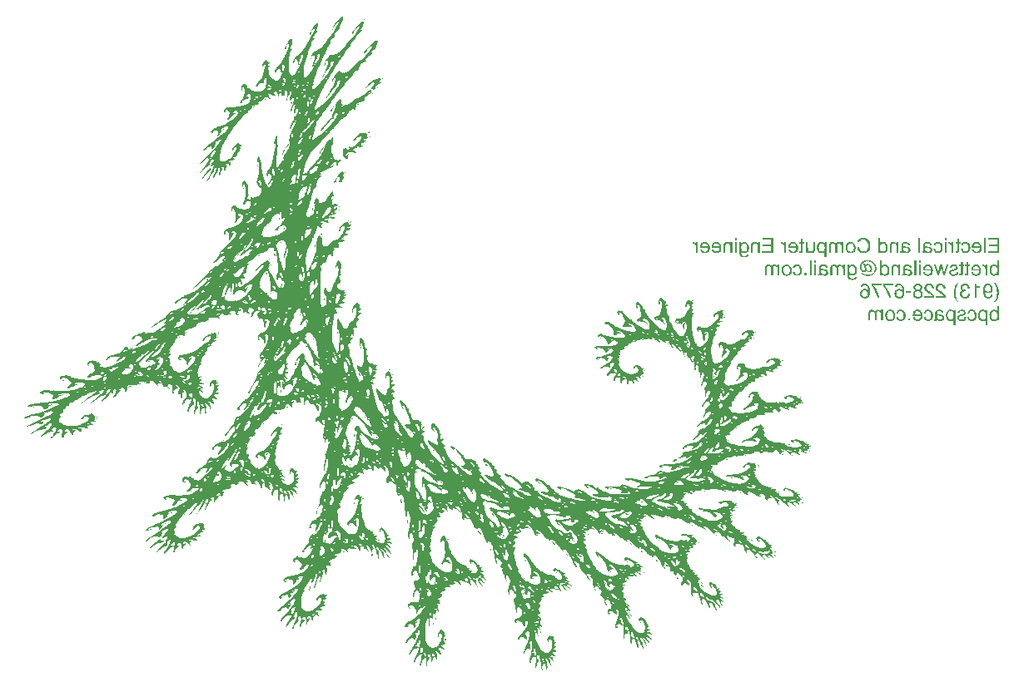
<source format=gbo>
%TF.GenerationSoftware,KiCad,Pcbnew,9.0.0*%
%TF.CreationDate,2025-03-23T23:43:44-05:00*%
%TF.ProjectId,stm32card,73746d33-3263-4617-9264-2e6b69636164,rev?*%
%TF.SameCoordinates,Original*%
%TF.FileFunction,Legend,Bot*%
%TF.FilePolarity,Positive*%
%FSLAX46Y46*%
G04 Gerber Fmt 4.6, Leading zero omitted, Abs format (unit mm)*
G04 Created by KiCad (PCBNEW 9.0.0) date 2025-03-23 23:43:44*
%MOMM*%
%LPD*%
G01*
G04 APERTURE LIST*
%ADD10C,0.150000*%
%ADD11C,0.000000*%
%ADD12C,0.200000*%
%ADD13O,1.100000X1.700000*%
G04 APERTURE END LIST*
D10*
G36*
X213619909Y-93065497D02*
G01*
X212522465Y-93065497D01*
X212522465Y-93249870D01*
X213421157Y-93249870D01*
X213421157Y-93706909D01*
X212590151Y-93706909D01*
X212590151Y-93881115D01*
X213421157Y-93881115D01*
X213421157Y-94391369D01*
X212507169Y-94391369D01*
X212507169Y-94570705D01*
X213619909Y-94570705D01*
X213619909Y-93065497D01*
G37*
G36*
X212259324Y-93065497D02*
G01*
X212074951Y-93065497D01*
X212074951Y-94570705D01*
X212259324Y-94570705D01*
X212259324Y-93065497D01*
G37*
G36*
X211454141Y-93459499D02*
G01*
X211552417Y-93490577D01*
X211639210Y-93541478D01*
X211716464Y-93613669D01*
X211777683Y-93699673D01*
X211822262Y-93798236D01*
X211850114Y-93911675D01*
X211859895Y-94042957D01*
X211849878Y-94176997D01*
X211821787Y-94288820D01*
X211777518Y-94382346D01*
X211717471Y-94460612D01*
X211641451Y-94526446D01*
X211559294Y-94572435D01*
X211469559Y-94600147D01*
X211370158Y-94609631D01*
X211288463Y-94605312D01*
X211219490Y-94593236D01*
X211140130Y-94567707D01*
X211071288Y-94530871D01*
X211011487Y-94482594D01*
X210964914Y-94430235D01*
X210920812Y-94361144D01*
X210887653Y-94287427D01*
X210873185Y-94226414D01*
X211054535Y-94226414D01*
X211082306Y-94294947D01*
X211124236Y-94354458D01*
X211170341Y-94395752D01*
X211223153Y-94425231D01*
X211283999Y-94443434D01*
X211354770Y-94449804D01*
X211430871Y-94442758D01*
X211492506Y-94423105D01*
X211542647Y-94391957D01*
X211583290Y-94348871D01*
X211623231Y-94278024D01*
X211650090Y-94190042D01*
X211662150Y-94080875D01*
X210857797Y-94080875D01*
X210862449Y-93934421D01*
X211047391Y-93934421D01*
X211657021Y-93934421D01*
X211644077Y-93843600D01*
X211613632Y-93766864D01*
X211565888Y-93701322D01*
X211503635Y-93650149D01*
X211433494Y-93619906D01*
X211352755Y-93609548D01*
X211266800Y-93618691D01*
X211198266Y-93644196D01*
X211143274Y-93685037D01*
X211099598Y-93742721D01*
X211067385Y-93821839D01*
X211047391Y-93934421D01*
X210862449Y-93934421D01*
X210862711Y-93926177D01*
X210874192Y-93839075D01*
X210902387Y-93733953D01*
X210948015Y-93645452D01*
X210990838Y-93592217D01*
X211045898Y-93544976D01*
X211114985Y-93503577D01*
X211189606Y-93472861D01*
X211264827Y-93454739D01*
X211341490Y-93448714D01*
X211454141Y-93459499D01*
G37*
G36*
X210314078Y-93451837D02*
G01*
X210407226Y-93481890D01*
X210490784Y-93531505D01*
X210566446Y-93602404D01*
X210625148Y-93685967D01*
X210668853Y-93786423D01*
X210696773Y-93907115D01*
X210706764Y-94052207D01*
X210698177Y-94169010D01*
X210673518Y-94272040D01*
X210633718Y-94363525D01*
X210578719Y-94445225D01*
X210509139Y-94514085D01*
X210430163Y-94562558D01*
X210339898Y-94592178D01*
X210235436Y-94602487D01*
X210140176Y-94595623D01*
X210057259Y-94576035D01*
X209984697Y-94544642D01*
X209920912Y-94501553D01*
X209867929Y-94447301D01*
X209824299Y-94378069D01*
X209790274Y-94290997D01*
X209767131Y-94182358D01*
X209946466Y-94182358D01*
X209969319Y-94261032D01*
X210000420Y-94324223D01*
X210039156Y-94374516D01*
X210087946Y-94412778D01*
X210147529Y-94436322D01*
X210221056Y-94444675D01*
X210293527Y-94437038D01*
X210352470Y-94415569D01*
X210400828Y-94380980D01*
X210440325Y-94332018D01*
X210477981Y-94253999D01*
X210501650Y-94162367D01*
X210510026Y-94054222D01*
X210503970Y-93945604D01*
X210487077Y-93854646D01*
X210460842Y-93778625D01*
X210424835Y-93714315D01*
X210382409Y-93666981D01*
X210333280Y-93633850D01*
X210276134Y-93613604D01*
X210208783Y-93606525D01*
X210125419Y-93615123D01*
X210064846Y-93638160D01*
X210021296Y-93673662D01*
X209987643Y-93721072D01*
X209962619Y-93776741D01*
X209946466Y-93842189D01*
X209767131Y-93842189D01*
X209786903Y-93731558D01*
X209817764Y-93645979D01*
X209857954Y-93580597D01*
X209906990Y-93531695D01*
X209966985Y-93493496D01*
X210036137Y-93465391D01*
X210116071Y-93447709D01*
X210208783Y-93441478D01*
X210314078Y-93451837D01*
G37*
G36*
X209545755Y-93166888D02*
G01*
X209359276Y-93166888D01*
X209359276Y-93473260D01*
X209184062Y-93473260D01*
X209184062Y-93623928D01*
X209359276Y-93623928D01*
X209359276Y-94340170D01*
X209354384Y-94376067D01*
X209341291Y-94400638D01*
X209320350Y-94417015D01*
X209295045Y-94424896D01*
X209248634Y-94428280D01*
X209219966Y-94427822D01*
X209184062Y-94425166D01*
X209184062Y-94570705D01*
X209250191Y-94583985D01*
X209324471Y-94588107D01*
X209407707Y-94579302D01*
X209463482Y-94556448D01*
X209499685Y-94522070D01*
X209524399Y-94475848D01*
X209540115Y-94419442D01*
X209545755Y-94350428D01*
X209545755Y-93623928D01*
X209694408Y-93623928D01*
X209694408Y-93473260D01*
X209545755Y-93473260D01*
X209545755Y-93166888D01*
G37*
G36*
X208994285Y-93473260D02*
G01*
X208819072Y-93473260D01*
X208819072Y-93662854D01*
X208786472Y-93607417D01*
X208713559Y-93528123D01*
X208653830Y-93483508D01*
X208589895Y-93457475D01*
X208519844Y-93448714D01*
X208502533Y-93449721D01*
X208460493Y-93453843D01*
X208460493Y-93648474D01*
X208490718Y-93644444D01*
X208520943Y-93643345D01*
X208589455Y-93649489D01*
X208646624Y-93666821D01*
X208694655Y-93694540D01*
X208735083Y-93733013D01*
X208776803Y-93796097D01*
X208801524Y-93864301D01*
X208809913Y-93939459D01*
X208809913Y-94570705D01*
X208994285Y-94570705D01*
X208994285Y-93473260D01*
G37*
G36*
X208300392Y-93478389D02*
G01*
X208112905Y-93478389D01*
X208112905Y-94570705D01*
X208300392Y-94570705D01*
X208300392Y-93478389D01*
G37*
G36*
X208300392Y-93065497D02*
G01*
X208112905Y-93065497D01*
X208112905Y-93274508D01*
X208300392Y-93274508D01*
X208300392Y-93065497D01*
G37*
G36*
X207516521Y-93451837D02*
G01*
X207609669Y-93481890D01*
X207693227Y-93531505D01*
X207768889Y-93602404D01*
X207827591Y-93685967D01*
X207871296Y-93786423D01*
X207899215Y-93907115D01*
X207909206Y-94052207D01*
X207900620Y-94169010D01*
X207875960Y-94272040D01*
X207836161Y-94363525D01*
X207781162Y-94445225D01*
X207711581Y-94514085D01*
X207632605Y-94562558D01*
X207542341Y-94592178D01*
X207437878Y-94602487D01*
X207342619Y-94595623D01*
X207259701Y-94576035D01*
X207187140Y-94544642D01*
X207123355Y-94501553D01*
X207070372Y-94447301D01*
X207026741Y-94378069D01*
X206992716Y-94290997D01*
X206969573Y-94182358D01*
X207148909Y-94182358D01*
X207171761Y-94261032D01*
X207202863Y-94324223D01*
X207241599Y-94374516D01*
X207290388Y-94412778D01*
X207349972Y-94436322D01*
X207423499Y-94444675D01*
X207495969Y-94437038D01*
X207554913Y-94415569D01*
X207603270Y-94380980D01*
X207642768Y-94332018D01*
X207680423Y-94253999D01*
X207704093Y-94162367D01*
X207712469Y-94054222D01*
X207706413Y-93945604D01*
X207689519Y-93854646D01*
X207663284Y-93778625D01*
X207627278Y-93714315D01*
X207584851Y-93666981D01*
X207535723Y-93633850D01*
X207478577Y-93613604D01*
X207411225Y-93606525D01*
X207327861Y-93615123D01*
X207267288Y-93638160D01*
X207223739Y-93673662D01*
X207190086Y-93721072D01*
X207165061Y-93776741D01*
X207148909Y-93842189D01*
X206969573Y-93842189D01*
X206989345Y-93731558D01*
X207020206Y-93645979D01*
X207060396Y-93580597D01*
X207109433Y-93531695D01*
X207169427Y-93493496D01*
X207238579Y-93465391D01*
X207318514Y-93447709D01*
X207411225Y-93441478D01*
X207516521Y-93451837D01*
G37*
G36*
X206463789Y-93455812D02*
G01*
X206560939Y-93482455D01*
X206648363Y-93526017D01*
X206701782Y-93570904D01*
X206741696Y-93630424D01*
X206768397Y-93707902D01*
X206779980Y-93808300D01*
X206607880Y-93808300D01*
X206590414Y-93730042D01*
X206563825Y-93680256D01*
X206517732Y-93639139D01*
X206451780Y-93612437D01*
X206358844Y-93602404D01*
X206276122Y-93607944D01*
X206213534Y-93622769D01*
X206166778Y-93644902D01*
X206130117Y-93678150D01*
X206107724Y-93722513D01*
X206099641Y-93781739D01*
X206103144Y-93824848D01*
X206111915Y-93852447D01*
X206130099Y-93877607D01*
X206157496Y-93895364D01*
X206197003Y-93905662D01*
X206491010Y-93942573D01*
X206591014Y-93963794D01*
X206673377Y-93998556D01*
X206741145Y-94046071D01*
X206781937Y-94091118D01*
X206811416Y-94144371D01*
X206829866Y-94207477D01*
X206836400Y-94282742D01*
X206825367Y-94371550D01*
X206793346Y-94447935D01*
X206739588Y-94514926D01*
X206670081Y-94565724D01*
X206588066Y-94596738D01*
X206490003Y-94607616D01*
X206406650Y-94601421D01*
X206329503Y-94583256D01*
X206257453Y-94553302D01*
X206189935Y-94513148D01*
X206136621Y-94470420D01*
X206095520Y-94425166D01*
X206081998Y-94486301D01*
X206063738Y-94526649D01*
X206030102Y-94563553D01*
X205985259Y-94586103D01*
X205925435Y-94594243D01*
X205863978Y-94591129D01*
X205798398Y-94575834D01*
X205798398Y-94439546D01*
X205831188Y-94444217D01*
X205858848Y-94445683D01*
X205892232Y-94440591D01*
X205908582Y-94428280D01*
X205917131Y-94408977D01*
X205920306Y-94382118D01*
X205920306Y-94160834D01*
X206104770Y-94160834D01*
X206114759Y-94241363D01*
X206143139Y-94307019D01*
X206189970Y-94361303D01*
X206258460Y-94405749D01*
X206351715Y-94439670D01*
X206446955Y-94450812D01*
X206498654Y-94445526D01*
X206544350Y-94430172D01*
X206585349Y-94404741D01*
X206617638Y-94370404D01*
X206636945Y-94329135D01*
X206643692Y-94278712D01*
X206633768Y-94213247D01*
X206605790Y-94163279D01*
X206558696Y-94124931D01*
X206501476Y-94101694D01*
X206408029Y-94082982D01*
X206296379Y-94068602D01*
X206191874Y-94048177D01*
X206141613Y-94031250D01*
X206104770Y-94012274D01*
X206104770Y-94160834D01*
X205920306Y-94160834D01*
X205920306Y-93749957D01*
X205928373Y-93674656D01*
X205951117Y-93613088D01*
X205987908Y-93562254D01*
X206040199Y-93520430D01*
X206123979Y-93481107D01*
X206227338Y-93455767D01*
X206354723Y-93446607D01*
X206463789Y-93455812D01*
G37*
G36*
X205613476Y-93065497D02*
G01*
X205429103Y-93065497D01*
X205429103Y-94570705D01*
X205613476Y-94570705D01*
X205613476Y-93065497D01*
G37*
G36*
X204248017Y-93455812D02*
G01*
X204345168Y-93482455D01*
X204432592Y-93526017D01*
X204486011Y-93570904D01*
X204525925Y-93630424D01*
X204552626Y-93707902D01*
X204564209Y-93808300D01*
X204392109Y-93808300D01*
X204374643Y-93730042D01*
X204348054Y-93680256D01*
X204301961Y-93639139D01*
X204236009Y-93612437D01*
X204143073Y-93602404D01*
X204060351Y-93607944D01*
X203997763Y-93622769D01*
X203951007Y-93644902D01*
X203914346Y-93678150D01*
X203891953Y-93722513D01*
X203883870Y-93781739D01*
X203887373Y-93824848D01*
X203896143Y-93852447D01*
X203914328Y-93877607D01*
X203941725Y-93895364D01*
X203981232Y-93905662D01*
X204275239Y-93942573D01*
X204375243Y-93963794D01*
X204457606Y-93998556D01*
X204525374Y-94046071D01*
X204566166Y-94091118D01*
X204595645Y-94144371D01*
X204614095Y-94207477D01*
X204620629Y-94282742D01*
X204609596Y-94371550D01*
X204577575Y-94447935D01*
X204523817Y-94514926D01*
X204454310Y-94565724D01*
X204372295Y-94596738D01*
X204274231Y-94607616D01*
X204190879Y-94601421D01*
X204113732Y-94583256D01*
X204041682Y-94553302D01*
X203974164Y-94513148D01*
X203920850Y-94470420D01*
X203879749Y-94425166D01*
X203866226Y-94486301D01*
X203847967Y-94526649D01*
X203814331Y-94563553D01*
X203769488Y-94586103D01*
X203709664Y-94594243D01*
X203648206Y-94591129D01*
X203582627Y-94575834D01*
X203582627Y-94439546D01*
X203615417Y-94444217D01*
X203643077Y-94445683D01*
X203676461Y-94440591D01*
X203692811Y-94428280D01*
X203701360Y-94408977D01*
X203704535Y-94382118D01*
X203704535Y-94160834D01*
X203888999Y-94160834D01*
X203898987Y-94241363D01*
X203927368Y-94307019D01*
X203974199Y-94361303D01*
X204042689Y-94405749D01*
X204135944Y-94439670D01*
X204231184Y-94450812D01*
X204282882Y-94445526D01*
X204328578Y-94430172D01*
X204369578Y-94404741D01*
X204401867Y-94370404D01*
X204421174Y-94329135D01*
X204427921Y-94278712D01*
X204417997Y-94213247D01*
X204390018Y-94163279D01*
X204342925Y-94124931D01*
X204285705Y-94101694D01*
X204192257Y-94082982D01*
X204080608Y-94068602D01*
X203976102Y-94048177D01*
X203925842Y-94031250D01*
X203888999Y-94012274D01*
X203888999Y-94160834D01*
X203704535Y-94160834D01*
X203704535Y-93749957D01*
X203712601Y-93674656D01*
X203735346Y-93613088D01*
X203772137Y-93562254D01*
X203824428Y-93520430D01*
X203908208Y-93481107D01*
X204011567Y-93455767D01*
X204138951Y-93446607D01*
X204248017Y-93455812D01*
G37*
G36*
X203402834Y-93473260D02*
G01*
X203227620Y-93473260D01*
X203227620Y-93629057D01*
X203172311Y-93568580D01*
X203117450Y-93523163D01*
X203062665Y-93490754D01*
X202971856Y-93459475D01*
X202869041Y-93448714D01*
X202775135Y-93456320D01*
X202699764Y-93477347D01*
X202639279Y-93510123D01*
X202590991Y-93554438D01*
X202553418Y-93611563D01*
X202530175Y-93672929D01*
X202514326Y-93756084D01*
X202508356Y-93866736D01*
X202508356Y-94570705D01*
X202695843Y-94570705D01*
X202695843Y-93879009D01*
X202704033Y-93784278D01*
X202725518Y-93717167D01*
X202754917Y-93672540D01*
X202793098Y-93641228D01*
X202841688Y-93621706D01*
X202903846Y-93614677D01*
X202966357Y-93618356D01*
X203011465Y-93627958D01*
X203059179Y-93647634D01*
X203103377Y-93677332D01*
X203144639Y-93718175D01*
X203183319Y-93774645D01*
X203204539Y-93830374D01*
X203214366Y-93894465D01*
X203218370Y-93995879D01*
X203218370Y-94570705D01*
X203402834Y-94570705D01*
X203402834Y-93473260D01*
G37*
G36*
X201519081Y-93614677D02*
G01*
X201582154Y-93545604D01*
X201630730Y-93507057D01*
X201689667Y-93478343D01*
X201759272Y-93460257D01*
X201841847Y-93453843D01*
X201931276Y-93461328D01*
X202009198Y-93482787D01*
X202077686Y-93517532D01*
X202138270Y-93565977D01*
X202191817Y-93629606D01*
X202244638Y-93719963D01*
X202282714Y-93818353D01*
X202306116Y-93926160D01*
X202314183Y-94045063D01*
X202304907Y-94172726D01*
X202278652Y-94281721D01*
X202236919Y-94375156D01*
X202180002Y-94455483D01*
X202107387Y-94524811D01*
X202031186Y-94572186D01*
X201950154Y-94600181D01*
X201862364Y-94609631D01*
X201787616Y-94604369D01*
X201720736Y-94589180D01*
X201660497Y-94564568D01*
X201605986Y-94529534D01*
X201555192Y-94481354D01*
X201507815Y-94418022D01*
X201507815Y-94570705D01*
X201341852Y-94570705D01*
X201341852Y-94022532D01*
X201511936Y-94022532D01*
X201518019Y-94127277D01*
X201534812Y-94212809D01*
X201560617Y-94282349D01*
X201594460Y-94338613D01*
X201639848Y-94387974D01*
X201689307Y-94421778D01*
X201743790Y-94441916D01*
X201804936Y-94448797D01*
X201885268Y-94440618D01*
X201949980Y-94417757D01*
X202002446Y-94381214D01*
X202044722Y-94329912D01*
X202085106Y-94247532D01*
X202110535Y-94150240D01*
X202119552Y-94034805D01*
X202113140Y-93929571D01*
X202095500Y-93844494D01*
X202068460Y-93776044D01*
X202032998Y-93721289D01*
X201985893Y-93674254D01*
X201933395Y-93641428D01*
X201874371Y-93621546D01*
X201807043Y-93614677D01*
X201728241Y-93625750D01*
X201659152Y-93658404D01*
X201597025Y-93714603D01*
X201562485Y-93766096D01*
X201535896Y-93832214D01*
X201518367Y-93916333D01*
X201511936Y-94022532D01*
X201341852Y-94022532D01*
X201341852Y-93060368D01*
X201519081Y-93060368D01*
X201519081Y-93614677D01*
G37*
G36*
X199827760Y-93024464D02*
G01*
X199684939Y-93035088D01*
X199566050Y-93064847D01*
X199466864Y-93111684D01*
X199384093Y-93175131D01*
X199312001Y-93255561D01*
X199259963Y-93338713D01*
X199225890Y-93425514D01*
X199208787Y-93517316D01*
X199407632Y-93517316D01*
X199438545Y-93425013D01*
X199483420Y-93349030D01*
X199542362Y-93286781D01*
X199594599Y-93251325D01*
X199657706Y-93224800D01*
X199733839Y-93207793D01*
X199825653Y-93201693D01*
X199933983Y-93211954D01*
X200028248Y-93241479D01*
X200111246Y-93289740D01*
X200184873Y-93358039D01*
X200240606Y-93438842D01*
X200283305Y-93542019D01*
X200311352Y-93672684D01*
X200321619Y-93837060D01*
X200313033Y-93969530D01*
X200288729Y-94083325D01*
X200250235Y-94181322D01*
X200198154Y-94265889D01*
X200145046Y-94324060D01*
X200083190Y-94369231D01*
X200011364Y-94402251D01*
X199927694Y-94422980D01*
X199829775Y-94430295D01*
X199741051Y-94422876D01*
X199664207Y-94401659D01*
X199597104Y-94367398D01*
X199538162Y-94319724D01*
X199486492Y-94257188D01*
X199450225Y-94193906D01*
X199418858Y-94114930D01*
X199393252Y-94017403D01*
X199194499Y-94017403D01*
X199216149Y-94133871D01*
X199252825Y-94238019D01*
X199304194Y-94331617D01*
X199370720Y-94416007D01*
X199446172Y-94484736D01*
X199530737Y-94538161D01*
X199625695Y-94577032D01*
X199732846Y-94601201D01*
X199854413Y-94609631D01*
X199983479Y-94599177D01*
X200098360Y-94568964D01*
X200201557Y-94519718D01*
X200294966Y-94450812D01*
X200363030Y-94379025D01*
X200419855Y-94295220D01*
X200465660Y-94197858D01*
X200500020Y-94084909D01*
X200521883Y-93953937D01*
X200529622Y-93802164D01*
X200521888Y-93667893D01*
X200499653Y-93547881D01*
X200463953Y-93440250D01*
X200415247Y-93343389D01*
X200353401Y-93256006D01*
X200272020Y-93173190D01*
X200180498Y-93109332D01*
X200077448Y-93063124D01*
X199960766Y-93034462D01*
X199827760Y-93024464D01*
G37*
G36*
X198644167Y-93452347D02*
G01*
X198743595Y-93483467D01*
X198830091Y-93534083D01*
X198905804Y-93605426D01*
X198965076Y-93690619D01*
X199008747Y-93790498D01*
X199036341Y-93907827D01*
X199046122Y-94046071D01*
X199036864Y-94174924D01*
X199010723Y-94284405D01*
X198969291Y-94377742D01*
X198912948Y-94457498D01*
X198841253Y-94523939D01*
X198758969Y-94571248D01*
X198663994Y-94600426D01*
X198553270Y-94610638D01*
X198443895Y-94602761D01*
X198351740Y-94580596D01*
X198273891Y-94545595D01*
X198208043Y-94498143D01*
X198152651Y-94437531D01*
X198097744Y-94348372D01*
X198057512Y-94247022D01*
X198032334Y-94131385D01*
X198023849Y-94004031D01*
X198216123Y-94004031D01*
X198223962Y-94115808D01*
X198246825Y-94218289D01*
X198284267Y-94312967D01*
X198324831Y-94372944D01*
X198378237Y-94415420D01*
X198447028Y-94442139D01*
X198535868Y-94451819D01*
X198617444Y-94443745D01*
X198683239Y-94421197D01*
X198736614Y-94385258D01*
X198779683Y-94335041D01*
X198821170Y-94253815D01*
X198847268Y-94157571D01*
X198856528Y-94042957D01*
X198847376Y-93923440D01*
X198821347Y-93820585D01*
X198779683Y-93731547D01*
X198735819Y-93675360D01*
X198681764Y-93635743D01*
X198615554Y-93611159D01*
X198533761Y-93602404D01*
X198442033Y-93612715D01*
X198369264Y-93641513D01*
X198311116Y-93687898D01*
X198265308Y-93754079D01*
X198239290Y-93820124D01*
X198222303Y-93902290D01*
X198216123Y-94004031D01*
X198023849Y-94004031D01*
X198023507Y-93998901D01*
X198033979Y-93861616D01*
X198063093Y-93749446D01*
X198108615Y-93657727D01*
X198170053Y-93582895D01*
X198247495Y-93520953D01*
X198331978Y-93477207D01*
X198425002Y-93450622D01*
X198528632Y-93441478D01*
X198644167Y-93452347D01*
G37*
G36*
X197804788Y-93473260D02*
G01*
X197622430Y-93473260D01*
X197622430Y-93629057D01*
X197556208Y-93555456D01*
X197503545Y-93511179D01*
X197440290Y-93476597D01*
X197371786Y-93455807D01*
X197296549Y-93448714D01*
X197211290Y-93456559D01*
X197142041Y-93478461D01*
X197085523Y-93513194D01*
X197044186Y-93556530D01*
X197003549Y-93621821D01*
X196958953Y-93566899D01*
X196910877Y-93523792D01*
X196859019Y-93491212D01*
X196772110Y-93459614D01*
X196672539Y-93448714D01*
X196584068Y-93456075D01*
X196512562Y-93476506D01*
X196454689Y-93508526D01*
X196408026Y-93552080D01*
X196371296Y-93608540D01*
X196348749Y-93667604D01*
X196333772Y-93743495D01*
X196328248Y-93840083D01*
X196328248Y-94570705D01*
X196519857Y-94570705D01*
X196519857Y-93808300D01*
X196527154Y-93737470D01*
X196546156Y-93689417D01*
X196574720Y-93657725D01*
X196634329Y-93627325D01*
X196708443Y-93616692D01*
X196777951Y-93624906D01*
X196839601Y-93648965D01*
X196895380Y-93689507D01*
X196927245Y-93728027D01*
X196951655Y-93779077D01*
X196967807Y-93845828D01*
X196973782Y-93932315D01*
X196973782Y-94570705D01*
X197161269Y-94570705D01*
X197161269Y-93854462D01*
X197169155Y-93750812D01*
X197187922Y-93691522D01*
X197222335Y-93650162D01*
X197272633Y-93624293D01*
X197344726Y-93614677D01*
X197411299Y-93623403D01*
X197474055Y-93649738D01*
X197534777Y-93695643D01*
X197568687Y-93738290D01*
X197595387Y-93797892D01*
X197613499Y-93879325D01*
X197620324Y-93988643D01*
X197620324Y-94570705D01*
X197804788Y-94570705D01*
X197804788Y-93473260D01*
G37*
G36*
X195633529Y-93453767D02*
G01*
X195706015Y-93474428D01*
X195770642Y-93508157D01*
X195832245Y-93556224D01*
X195891542Y-93623928D01*
X195891542Y-93478389D01*
X196070877Y-93478389D01*
X196070877Y-95008235D01*
X195886413Y-95008235D01*
X195886413Y-94447698D01*
X195825121Y-94515001D01*
X195776779Y-94553302D01*
X195718491Y-94582667D01*
X195649910Y-94601095D01*
X195568775Y-94607616D01*
X195467043Y-94596606D01*
X195375647Y-94564337D01*
X195292079Y-94510254D01*
X195228638Y-94445762D01*
X195177524Y-94365561D01*
X195138777Y-94266827D01*
X195113665Y-94145784D01*
X195105660Y-94015296D01*
X195293178Y-94015296D01*
X195299596Y-94125167D01*
X195317166Y-94213202D01*
X195343918Y-94283269D01*
X195378724Y-94338613D01*
X195425469Y-94386944D01*
X195476084Y-94420140D01*
X195531514Y-94439935D01*
X195593322Y-94446690D01*
X195667240Y-94439380D01*
X195728256Y-94418769D01*
X195779056Y-94385620D01*
X195821344Y-94339044D01*
X195855638Y-94276606D01*
X195883403Y-94181774D01*
X195893557Y-94060451D01*
X195888770Y-93955292D01*
X195875620Y-93869542D01*
X195855638Y-93800149D01*
X195820780Y-93728345D01*
X195777948Y-93675776D01*
X195726985Y-93639025D01*
X195666349Y-93616480D01*
X195593322Y-93608540D01*
X195520176Y-93616167D01*
X195459481Y-93637773D01*
X195408573Y-93672802D01*
X195365856Y-93722528D01*
X195331005Y-93789891D01*
X195303267Y-93889669D01*
X195293178Y-94015296D01*
X195105660Y-94015296D01*
X195104592Y-93997894D01*
X195113918Y-93864605D01*
X195139888Y-93754722D01*
X195180411Y-93664137D01*
X195234743Y-93589581D01*
X195304634Y-93526071D01*
X195379722Y-93482015D01*
X195461315Y-93455614D01*
X195551373Y-93446607D01*
X195633529Y-93453767D01*
G37*
G36*
X194705529Y-93473260D02*
G01*
X194705529Y-94201776D01*
X194698278Y-94281236D01*
X194678968Y-94339162D01*
X194649796Y-94381420D01*
X194611066Y-94411541D01*
X194560802Y-94430599D01*
X194495511Y-94437531D01*
X194420812Y-94430105D01*
X194359497Y-94409211D01*
X194308758Y-94375661D01*
X194266828Y-94328544D01*
X194233194Y-94265340D01*
X194213556Y-94202546D01*
X194200246Y-94119738D01*
X194195276Y-94012274D01*
X194195276Y-93473260D01*
X194010811Y-93473260D01*
X194010811Y-94570705D01*
X194185017Y-94570705D01*
X194183002Y-94408771D01*
X194223462Y-94466776D01*
X194272120Y-94514376D01*
X194346450Y-94561665D01*
X194430935Y-94590409D01*
X194528301Y-94600380D01*
X194623060Y-94593007D01*
X194699308Y-94572629D01*
X194760610Y-94540936D01*
X194809661Y-94498287D01*
X194848045Y-94443668D01*
X194872310Y-94385722D01*
X194888266Y-94312126D01*
X194894115Y-94219270D01*
X194894115Y-93473260D01*
X194705529Y-93473260D01*
G37*
G36*
X193686579Y-93166888D02*
G01*
X193500099Y-93166888D01*
X193500099Y-93473260D01*
X193324886Y-93473260D01*
X193324886Y-93623928D01*
X193500099Y-93623928D01*
X193500099Y-94340170D01*
X193495208Y-94376067D01*
X193482115Y-94400638D01*
X193461173Y-94417015D01*
X193435868Y-94424896D01*
X193389457Y-94428280D01*
X193360789Y-94427822D01*
X193324886Y-94425166D01*
X193324886Y-94570705D01*
X193391014Y-94583985D01*
X193465295Y-94588107D01*
X193548530Y-94579302D01*
X193604305Y-94556448D01*
X193640508Y-94522070D01*
X193665222Y-94475848D01*
X193680939Y-94419442D01*
X193686579Y-94350428D01*
X193686579Y-93623928D01*
X193835231Y-93623928D01*
X193835231Y-93473260D01*
X193686579Y-93473260D01*
X193686579Y-93166888D01*
G37*
G36*
X192795942Y-93459499D02*
G01*
X192894218Y-93490577D01*
X192981011Y-93541478D01*
X193058264Y-93613669D01*
X193119484Y-93699673D01*
X193164063Y-93798236D01*
X193191914Y-93911675D01*
X193201696Y-94042957D01*
X193191678Y-94176997D01*
X193163587Y-94288820D01*
X193119318Y-94382346D01*
X193059272Y-94460612D01*
X192983251Y-94526446D01*
X192901095Y-94572435D01*
X192811359Y-94600147D01*
X192711958Y-94609631D01*
X192630263Y-94605312D01*
X192561291Y-94593236D01*
X192481931Y-94567707D01*
X192413088Y-94530871D01*
X192353288Y-94482594D01*
X192306714Y-94430235D01*
X192262612Y-94361144D01*
X192229454Y-94287427D01*
X192214985Y-94226414D01*
X192396335Y-94226414D01*
X192424106Y-94294947D01*
X192466036Y-94354458D01*
X192512141Y-94395752D01*
X192564953Y-94425231D01*
X192625799Y-94443434D01*
X192696571Y-94449804D01*
X192772671Y-94442758D01*
X192834306Y-94423105D01*
X192884447Y-94391957D01*
X192925091Y-94348871D01*
X192965032Y-94278024D01*
X192991891Y-94190042D01*
X193003951Y-94080875D01*
X192199598Y-94080875D01*
X192204249Y-93934421D01*
X192389191Y-93934421D01*
X192998821Y-93934421D01*
X192985877Y-93843600D01*
X192955432Y-93766864D01*
X192907688Y-93701322D01*
X192845436Y-93650149D01*
X192775294Y-93619906D01*
X192694556Y-93609548D01*
X192608601Y-93618691D01*
X192540067Y-93644196D01*
X192485074Y-93685037D01*
X192441398Y-93742721D01*
X192409185Y-93821839D01*
X192389191Y-93934421D01*
X192204249Y-93934421D01*
X192204511Y-93926177D01*
X192215993Y-93839075D01*
X192244188Y-93733953D01*
X192289815Y-93645452D01*
X192332639Y-93592217D01*
X192387698Y-93544976D01*
X192456785Y-93503577D01*
X192531406Y-93472861D01*
X192606628Y-93454739D01*
X192683290Y-93448714D01*
X192795942Y-93459499D01*
G37*
G36*
X191968605Y-93473260D02*
G01*
X191793391Y-93473260D01*
X191793391Y-93662854D01*
X191760792Y-93607417D01*
X191687878Y-93528123D01*
X191628149Y-93483508D01*
X191564215Y-93457475D01*
X191494163Y-93448714D01*
X191476853Y-93449721D01*
X191434812Y-93453843D01*
X191434812Y-93648474D01*
X191465037Y-93644444D01*
X191495262Y-93643345D01*
X191563775Y-93649489D01*
X191620944Y-93666821D01*
X191668975Y-93694540D01*
X191709402Y-93733013D01*
X191751123Y-93796097D01*
X191775844Y-93864301D01*
X191784232Y-93939459D01*
X191784232Y-94570705D01*
X191968605Y-94570705D01*
X191968605Y-93473260D01*
G37*
G36*
X190647404Y-93065497D02*
G01*
X189549960Y-93065497D01*
X189549960Y-93249870D01*
X190448651Y-93249870D01*
X190448651Y-93706909D01*
X189617646Y-93706909D01*
X189617646Y-93881115D01*
X190448651Y-93881115D01*
X190448651Y-94391369D01*
X189534664Y-94391369D01*
X189534664Y-94570705D01*
X190647404Y-94570705D01*
X190647404Y-93065497D01*
G37*
G36*
X189291948Y-93473260D02*
G01*
X189116734Y-93473260D01*
X189116734Y-93629057D01*
X189061425Y-93568580D01*
X189006563Y-93523163D01*
X188951779Y-93490754D01*
X188860970Y-93459475D01*
X188758155Y-93448714D01*
X188664249Y-93456320D01*
X188588878Y-93477347D01*
X188528393Y-93510123D01*
X188480105Y-93554438D01*
X188442532Y-93611563D01*
X188419289Y-93672929D01*
X188403440Y-93756084D01*
X188397469Y-93866736D01*
X188397469Y-94570705D01*
X188584956Y-94570705D01*
X188584956Y-93879009D01*
X188593147Y-93784278D01*
X188614632Y-93717167D01*
X188644031Y-93672540D01*
X188682211Y-93641228D01*
X188730801Y-93621706D01*
X188792960Y-93614677D01*
X188855471Y-93618356D01*
X188900579Y-93627958D01*
X188948293Y-93647634D01*
X188992490Y-93677332D01*
X189033753Y-93718175D01*
X189072433Y-93774645D01*
X189093653Y-93830374D01*
X189103479Y-93894465D01*
X189107483Y-93995879D01*
X189107483Y-94570705D01*
X189291948Y-94570705D01*
X189291948Y-93473260D01*
G37*
G36*
X187829670Y-93463457D02*
G01*
X187913186Y-93491772D01*
X187990697Y-93539360D01*
X188063528Y-93608540D01*
X188119968Y-93688923D01*
X188161928Y-93785233D01*
X188188693Y-93900600D01*
X188198259Y-94038927D01*
X188188086Y-94187412D01*
X188160553Y-94302385D01*
X188118908Y-94390628D01*
X188064536Y-94457498D01*
X187993798Y-94513547D01*
X187919028Y-94552620D01*
X187839104Y-94576034D01*
X187752485Y-94583985D01*
X187667689Y-94578798D01*
X187600108Y-94564622D01*
X187546588Y-94543044D01*
X187498061Y-94511638D01*
X187453738Y-94470368D01*
X187413323Y-94418022D01*
X187417114Y-94571341D01*
X187430394Y-94671324D01*
X187449135Y-94732638D01*
X187480111Y-94785061D01*
X187521363Y-94825643D01*
X187574272Y-94855725D01*
X187641526Y-94875135D01*
X187726840Y-94882206D01*
X187814328Y-94874217D01*
X187877935Y-94852952D01*
X187923577Y-94820748D01*
X187955945Y-94774340D01*
X187976883Y-94706992D01*
X188164370Y-94706992D01*
X188149633Y-94789198D01*
X188121980Y-94856283D01*
X188082099Y-94911105D01*
X188029182Y-94955479D01*
X187945156Y-94998491D01*
X187846806Y-95025393D01*
X187730961Y-95034888D01*
X187603058Y-95024507D01*
X187499936Y-94995752D01*
X187416757Y-94950834D01*
X187349952Y-94889996D01*
X187297552Y-94811497D01*
X187265414Y-94728445D01*
X187243955Y-94620453D01*
X187236003Y-94481586D01*
X187236003Y-94017403D01*
X187406179Y-94017403D01*
X187411540Y-94106647D01*
X187426840Y-94185027D01*
X187451242Y-94254074D01*
X187489421Y-94320110D01*
X187535413Y-94369312D01*
X187589740Y-94404209D01*
X187654057Y-94425796D01*
X187730961Y-94433409D01*
X187792395Y-94427113D01*
X187845550Y-94408983D01*
X187892178Y-94379183D01*
X187933377Y-94336598D01*
X187972883Y-94267856D01*
X187998966Y-94175957D01*
X188008665Y-94054222D01*
X188003805Y-93949026D01*
X187990591Y-93865211D01*
X187970747Y-93799141D01*
X187935890Y-93731581D01*
X187892824Y-93681591D01*
X187841178Y-93646273D01*
X187779266Y-93624424D01*
X187704308Y-93616692D01*
X187641344Y-93623002D01*
X187585611Y-93641324D01*
X187535556Y-93671633D01*
X187490168Y-93715061D01*
X187456040Y-93765775D01*
X187429798Y-93830768D01*
X187412515Y-93913321D01*
X187406179Y-94017403D01*
X187236003Y-94017403D01*
X187236003Y-93483519D01*
X187406179Y-93483519D01*
X187406179Y-93621821D01*
X187462233Y-93559184D01*
X187512700Y-93517316D01*
X187579459Y-93482493D01*
X187653991Y-93461206D01*
X187738105Y-93453843D01*
X187829670Y-93463457D01*
G37*
G36*
X186958940Y-93478389D02*
G01*
X186771453Y-93478389D01*
X186771453Y-94570705D01*
X186958940Y-94570705D01*
X186958940Y-93478389D01*
G37*
G36*
X186958940Y-93065497D02*
G01*
X186771453Y-93065497D01*
X186771453Y-93274508D01*
X186958940Y-93274508D01*
X186958940Y-93065497D01*
G37*
G36*
X186492925Y-93473260D02*
G01*
X186317711Y-93473260D01*
X186317711Y-93629057D01*
X186262402Y-93568580D01*
X186207540Y-93523163D01*
X186152755Y-93490754D01*
X186061947Y-93459475D01*
X185959132Y-93448714D01*
X185865226Y-93456320D01*
X185789854Y-93477347D01*
X185729370Y-93510123D01*
X185681082Y-93554438D01*
X185643509Y-93611563D01*
X185620266Y-93672929D01*
X185604417Y-93756084D01*
X185598446Y-93866736D01*
X185598446Y-94570705D01*
X185785933Y-94570705D01*
X185785933Y-93879009D01*
X185794124Y-93784278D01*
X185815609Y-93717167D01*
X185845008Y-93672540D01*
X185883188Y-93641228D01*
X185931778Y-93621706D01*
X185993937Y-93614677D01*
X186056448Y-93618356D01*
X186101556Y-93627958D01*
X186149270Y-93647634D01*
X186193467Y-93677332D01*
X186234729Y-93718175D01*
X186273410Y-93774645D01*
X186294630Y-93830374D01*
X186304456Y-93894465D01*
X186308460Y-93995879D01*
X186308460Y-94570705D01*
X186492925Y-94570705D01*
X186492925Y-93473260D01*
G37*
G36*
X184982125Y-93459499D02*
G01*
X185080401Y-93490577D01*
X185167193Y-93541478D01*
X185244447Y-93613669D01*
X185305667Y-93699673D01*
X185350246Y-93798236D01*
X185378097Y-93911675D01*
X185387878Y-94042957D01*
X185377861Y-94176997D01*
X185349770Y-94288820D01*
X185305501Y-94382346D01*
X185245454Y-94460612D01*
X185169434Y-94526446D01*
X185087278Y-94572435D01*
X184997542Y-94600147D01*
X184898141Y-94609631D01*
X184816446Y-94605312D01*
X184747474Y-94593236D01*
X184668114Y-94567707D01*
X184599271Y-94530871D01*
X184539470Y-94482594D01*
X184492897Y-94430235D01*
X184448795Y-94361144D01*
X184415637Y-94287427D01*
X184401168Y-94226414D01*
X184582518Y-94226414D01*
X184610289Y-94294947D01*
X184652219Y-94354458D01*
X184698324Y-94395752D01*
X184751136Y-94425231D01*
X184811982Y-94443434D01*
X184882754Y-94449804D01*
X184958854Y-94442758D01*
X185020489Y-94423105D01*
X185070630Y-94391957D01*
X185111273Y-94348871D01*
X185151215Y-94278024D01*
X185178074Y-94190042D01*
X185190133Y-94080875D01*
X184385781Y-94080875D01*
X184390432Y-93934421D01*
X184575374Y-93934421D01*
X185185004Y-93934421D01*
X185172060Y-93843600D01*
X185141615Y-93766864D01*
X185093871Y-93701322D01*
X185031618Y-93650149D01*
X184961477Y-93619906D01*
X184880739Y-93609548D01*
X184794784Y-93618691D01*
X184726249Y-93644196D01*
X184671257Y-93685037D01*
X184627581Y-93742721D01*
X184595368Y-93821839D01*
X184575374Y-93934421D01*
X184390432Y-93934421D01*
X184390694Y-93926177D01*
X184402175Y-93839075D01*
X184430370Y-93733953D01*
X184475998Y-93645452D01*
X184518822Y-93592217D01*
X184573881Y-93544976D01*
X184642968Y-93503577D01*
X184717589Y-93472861D01*
X184792811Y-93454739D01*
X184869473Y-93448714D01*
X184982125Y-93459499D01*
G37*
G36*
X183815621Y-93459499D02*
G01*
X183913897Y-93490577D01*
X184000690Y-93541478D01*
X184077943Y-93613669D01*
X184139163Y-93699673D01*
X184183742Y-93798236D01*
X184211593Y-93911675D01*
X184221375Y-94042957D01*
X184211357Y-94176997D01*
X184183266Y-94288820D01*
X184138997Y-94382346D01*
X184078951Y-94460612D01*
X184002930Y-94526446D01*
X183920774Y-94572435D01*
X183831038Y-94600147D01*
X183731637Y-94609631D01*
X183649942Y-94605312D01*
X183580970Y-94593236D01*
X183501610Y-94567707D01*
X183432767Y-94530871D01*
X183372967Y-94482594D01*
X183326393Y-94430235D01*
X183282291Y-94361144D01*
X183249133Y-94287427D01*
X183234664Y-94226414D01*
X183416014Y-94226414D01*
X183443785Y-94294947D01*
X183485715Y-94354458D01*
X183531820Y-94395752D01*
X183584632Y-94425231D01*
X183645478Y-94443434D01*
X183716250Y-94449804D01*
X183792350Y-94442758D01*
X183853985Y-94423105D01*
X183904126Y-94391957D01*
X183944770Y-94348871D01*
X183984711Y-94278024D01*
X184011570Y-94190042D01*
X184023630Y-94080875D01*
X183219277Y-94080875D01*
X183223928Y-93934421D01*
X183408870Y-93934421D01*
X184018500Y-93934421D01*
X184005556Y-93843600D01*
X183975111Y-93766864D01*
X183927367Y-93701322D01*
X183865114Y-93650149D01*
X183794973Y-93619906D01*
X183714235Y-93609548D01*
X183628280Y-93618691D01*
X183559746Y-93644196D01*
X183504753Y-93685037D01*
X183461077Y-93742721D01*
X183428864Y-93821839D01*
X183408870Y-93934421D01*
X183223928Y-93934421D01*
X183224190Y-93926177D01*
X183235672Y-93839075D01*
X183263867Y-93733953D01*
X183309494Y-93645452D01*
X183352318Y-93592217D01*
X183407377Y-93544976D01*
X183476464Y-93503577D01*
X183551085Y-93472861D01*
X183626307Y-93454739D01*
X183702969Y-93448714D01*
X183815621Y-93459499D01*
G37*
G36*
X182988284Y-93473260D02*
G01*
X182813070Y-93473260D01*
X182813070Y-93662854D01*
X182780471Y-93607417D01*
X182707557Y-93528123D01*
X182647828Y-93483508D01*
X182583894Y-93457475D01*
X182513842Y-93448714D01*
X182496532Y-93449721D01*
X182454491Y-93453843D01*
X182454491Y-93648474D01*
X182484716Y-93644444D01*
X182514941Y-93643345D01*
X182583454Y-93649489D01*
X182640623Y-93666821D01*
X182688654Y-93694540D01*
X182729081Y-93733013D01*
X182770802Y-93796097D01*
X182795523Y-93864301D01*
X182803911Y-93939459D01*
X182803911Y-94570705D01*
X182988284Y-94570705D01*
X182988284Y-93473260D01*
G37*
G36*
X213618344Y-96870705D02*
G01*
X213448260Y-96870705D01*
X213448260Y-96730295D01*
X213388351Y-96801866D01*
X213338625Y-96845059D01*
X213278590Y-96877951D01*
X213208960Y-96898348D01*
X213127508Y-96905509D01*
X213039781Y-96898237D01*
X212962612Y-96877311D01*
X212894114Y-96843318D01*
X212832880Y-96795824D01*
X212778088Y-96733409D01*
X212724442Y-96644857D01*
X212685178Y-96544663D01*
X212660645Y-96430849D01*
X212652665Y-96310167D01*
X212840645Y-96310167D01*
X212849915Y-96438283D01*
X212875454Y-96541228D01*
X212914925Y-96623775D01*
X212956938Y-96675947D01*
X213007040Y-96712411D01*
X213066752Y-96734781D01*
X213138773Y-96742660D01*
X213215597Y-96734899D01*
X213278873Y-96713015D01*
X213331458Y-96677765D01*
X213375127Y-96628083D01*
X213410341Y-96561218D01*
X213430756Y-96495818D01*
X213444298Y-96413300D01*
X213449267Y-96310167D01*
X213442022Y-96201010D01*
X213422435Y-96116534D01*
X213392886Y-96051782D01*
X213354470Y-96002788D01*
X213286763Y-95950377D01*
X213213920Y-95919834D01*
X213133644Y-95909548D01*
X213064018Y-95917066D01*
X213005838Y-95938461D01*
X212956618Y-95973379D01*
X212914925Y-96023304D01*
X212874924Y-96102363D01*
X212849647Y-96196833D01*
X212840645Y-96310167D01*
X212652665Y-96310167D01*
X212652059Y-96301008D01*
X212661383Y-96162274D01*
X212687132Y-96049759D01*
X212726898Y-95958752D01*
X212779645Y-95885459D01*
X212848007Y-95824019D01*
X212924928Y-95780503D01*
X213012132Y-95753854D01*
X213112120Y-95744592D01*
X213207452Y-95755087D01*
X213294570Y-95786083D01*
X213372146Y-95836500D01*
X213439009Y-95906525D01*
X213439009Y-95360368D01*
X213618344Y-95360368D01*
X213618344Y-96870705D01*
G37*
G36*
X212432332Y-95773260D02*
G01*
X212257118Y-95773260D01*
X212257118Y-95962854D01*
X212224518Y-95907417D01*
X212151605Y-95828123D01*
X212091876Y-95783508D01*
X212027941Y-95757475D01*
X211957890Y-95748714D01*
X211940579Y-95749721D01*
X211898539Y-95753843D01*
X211898539Y-95948474D01*
X211928764Y-95944444D01*
X211958989Y-95943345D01*
X212027501Y-95949489D01*
X212084670Y-95966821D01*
X212132701Y-95994540D01*
X212173129Y-96033013D01*
X212214849Y-96096097D01*
X212239570Y-96164301D01*
X212247959Y-96239459D01*
X212247959Y-96870705D01*
X212432332Y-96870705D01*
X212432332Y-95773260D01*
G37*
G36*
X211394141Y-95759499D02*
G01*
X211492417Y-95790577D01*
X211579210Y-95841478D01*
X211656464Y-95913669D01*
X211717683Y-95999673D01*
X211762262Y-96098236D01*
X211790114Y-96211675D01*
X211799895Y-96342957D01*
X211789878Y-96476997D01*
X211761787Y-96588820D01*
X211717518Y-96682346D01*
X211657471Y-96760612D01*
X211581451Y-96826446D01*
X211499294Y-96872435D01*
X211409559Y-96900147D01*
X211310158Y-96909631D01*
X211228463Y-96905312D01*
X211159490Y-96893236D01*
X211080130Y-96867707D01*
X211011288Y-96830871D01*
X210951487Y-96782594D01*
X210904914Y-96730235D01*
X210860812Y-96661144D01*
X210827653Y-96587427D01*
X210813185Y-96526414D01*
X210994535Y-96526414D01*
X211022306Y-96594947D01*
X211064236Y-96654458D01*
X211110341Y-96695752D01*
X211163153Y-96725231D01*
X211223999Y-96743434D01*
X211294770Y-96749804D01*
X211370871Y-96742758D01*
X211432506Y-96723105D01*
X211482647Y-96691957D01*
X211523290Y-96648871D01*
X211563231Y-96578024D01*
X211590090Y-96490042D01*
X211602150Y-96380875D01*
X210797797Y-96380875D01*
X210802449Y-96234421D01*
X210987391Y-96234421D01*
X211597021Y-96234421D01*
X211584077Y-96143600D01*
X211553632Y-96066864D01*
X211505888Y-96001322D01*
X211443635Y-95950149D01*
X211373494Y-95919906D01*
X211292755Y-95909548D01*
X211206800Y-95918691D01*
X211138266Y-95944196D01*
X211083274Y-95985037D01*
X211039598Y-96042721D01*
X211007385Y-96121839D01*
X210987391Y-96234421D01*
X210802449Y-96234421D01*
X210802711Y-96226177D01*
X210814192Y-96139075D01*
X210842387Y-96033953D01*
X210888015Y-95945452D01*
X210930838Y-95892217D01*
X210985898Y-95844976D01*
X211054985Y-95803577D01*
X211129606Y-95772861D01*
X211204827Y-95754739D01*
X211281490Y-95748714D01*
X211394141Y-95759499D01*
G37*
G36*
X210535023Y-95466888D02*
G01*
X210348543Y-95466888D01*
X210348543Y-95773260D01*
X210173329Y-95773260D01*
X210173329Y-95923928D01*
X210348543Y-95923928D01*
X210348543Y-96640170D01*
X210343652Y-96676067D01*
X210330558Y-96700638D01*
X210309617Y-96717015D01*
X210284312Y-96724896D01*
X210237901Y-96728280D01*
X210209233Y-96727822D01*
X210173329Y-96725166D01*
X210173329Y-96870705D01*
X210239458Y-96883985D01*
X210313739Y-96888107D01*
X210396974Y-96879302D01*
X210452749Y-96856448D01*
X210488952Y-96822070D01*
X210513666Y-96775848D01*
X210529383Y-96719442D01*
X210535023Y-96650428D01*
X210535023Y-95923928D01*
X210683675Y-95923928D01*
X210683675Y-95773260D01*
X210535023Y-95773260D01*
X210535023Y-95466888D01*
G37*
G36*
X209951771Y-95466888D02*
G01*
X209765291Y-95466888D01*
X209765291Y-95773260D01*
X209590078Y-95773260D01*
X209590078Y-95923928D01*
X209765291Y-95923928D01*
X209765291Y-96640170D01*
X209760400Y-96676067D01*
X209747307Y-96700638D01*
X209726365Y-96717015D01*
X209701060Y-96724896D01*
X209654649Y-96728280D01*
X209625981Y-96727822D01*
X209590078Y-96725166D01*
X209590078Y-96870705D01*
X209656206Y-96883985D01*
X209730487Y-96888107D01*
X209813722Y-96879302D01*
X209869497Y-96856448D01*
X209905700Y-96822070D01*
X209930414Y-96775848D01*
X209946131Y-96719442D01*
X209951771Y-96650428D01*
X209951771Y-95923928D01*
X210100423Y-95923928D01*
X210100423Y-95773260D01*
X209951771Y-95773260D01*
X209951771Y-95466888D01*
G37*
G36*
X209123066Y-95751309D02*
G01*
X209203429Y-95770256D01*
X209271822Y-95800242D01*
X209330142Y-95840946D01*
X209379294Y-95892884D01*
X209413904Y-95951225D01*
X209435016Y-96017277D01*
X209442341Y-96093005D01*
X209434847Y-96155755D01*
X209413111Y-96209976D01*
X209376749Y-96257712D01*
X209323456Y-96300001D01*
X209246485Y-96337850D01*
X209116460Y-96377853D01*
X208970006Y-96414764D01*
X208862367Y-96445781D01*
X208812195Y-96466971D01*
X208777015Y-96495828D01*
X208756667Y-96530986D01*
X208749638Y-96574591D01*
X208758606Y-96632250D01*
X208784144Y-96677135D01*
X208827582Y-96712435D01*
X208881093Y-96736777D01*
X208940758Y-96751757D01*
X209007833Y-96756948D01*
X209094670Y-96750229D01*
X209161221Y-96732053D01*
X209211828Y-96704413D01*
X209249725Y-96667830D01*
X209278973Y-96611563D01*
X209295795Y-96526414D01*
X209473116Y-96526414D01*
X209463212Y-96606864D01*
X209441617Y-96678644D01*
X209408662Y-96743182D01*
X209363939Y-96801553D01*
X209309881Y-96846566D01*
X209237452Y-96881189D01*
X209141874Y-96904202D01*
X209017084Y-96912745D01*
X208902091Y-96904882D01*
X208810034Y-96883286D01*
X208736633Y-96850101D01*
X208678472Y-96806224D01*
X208629000Y-96749263D01*
X208594719Y-96688810D01*
X208574238Y-96623885D01*
X208567280Y-96553067D01*
X208574681Y-96479085D01*
X208595396Y-96419169D01*
X208628506Y-96370324D01*
X208674900Y-96330684D01*
X208760095Y-96290307D01*
X208941246Y-96237444D01*
X209063246Y-96207768D01*
X209137588Y-96185137D01*
X209184146Y-96162614D01*
X209224548Y-96129506D01*
X209247240Y-96091872D01*
X209254854Y-96047850D01*
X209248826Y-96006807D01*
X209231245Y-95972198D01*
X209201090Y-95942337D01*
X209163022Y-95921491D01*
X209111535Y-95907600D01*
X209042729Y-95902404D01*
X208940741Y-95912083D01*
X208870153Y-95937366D01*
X208822453Y-95975127D01*
X208791838Y-96029344D01*
X208778306Y-96088883D01*
X208604191Y-96088883D01*
X208610531Y-96019998D01*
X208632353Y-95954238D01*
X208670778Y-95890131D01*
X208730813Y-95829087D01*
X208807606Y-95784069D01*
X208904987Y-95755120D01*
X209028350Y-95744592D01*
X209123066Y-95751309D01*
G37*
G36*
X208271166Y-95773260D02*
G01*
X208060049Y-96638063D01*
X207845909Y-95773260D01*
X207638913Y-95773260D01*
X207423766Y-96632934D01*
X207199367Y-95773260D01*
X207014903Y-95773260D01*
X207333548Y-96870705D01*
X207525157Y-96870705D01*
X207748548Y-96021289D01*
X207964794Y-96870705D01*
X208156403Y-96870705D01*
X208473033Y-95773260D01*
X208271166Y-95773260D01*
G37*
G36*
X206496584Y-95759499D02*
G01*
X206594860Y-95790577D01*
X206681653Y-95841478D01*
X206758906Y-95913669D01*
X206820126Y-95999673D01*
X206864705Y-96098236D01*
X206892556Y-96211675D01*
X206902338Y-96342957D01*
X206892320Y-96476997D01*
X206864229Y-96588820D01*
X206819960Y-96682346D01*
X206759914Y-96760612D01*
X206683893Y-96826446D01*
X206601737Y-96872435D01*
X206512001Y-96900147D01*
X206412600Y-96909631D01*
X206330905Y-96905312D01*
X206261933Y-96893236D01*
X206182573Y-96867707D01*
X206113730Y-96830871D01*
X206053930Y-96782594D01*
X206007356Y-96730235D01*
X205963254Y-96661144D01*
X205930096Y-96587427D01*
X205915627Y-96526414D01*
X206096977Y-96526414D01*
X206124748Y-96594947D01*
X206166678Y-96654458D01*
X206212783Y-96695752D01*
X206265596Y-96725231D01*
X206326441Y-96743434D01*
X206397213Y-96749804D01*
X206473314Y-96742758D01*
X206534948Y-96723105D01*
X206585089Y-96691957D01*
X206625733Y-96648871D01*
X206665674Y-96578024D01*
X206692533Y-96490042D01*
X206704593Y-96380875D01*
X205900240Y-96380875D01*
X205904891Y-96234421D01*
X206089833Y-96234421D01*
X206699463Y-96234421D01*
X206686519Y-96143600D01*
X206656074Y-96066864D01*
X206608330Y-96001322D01*
X206546078Y-95950149D01*
X206475936Y-95919906D01*
X206395198Y-95909548D01*
X206309243Y-95918691D01*
X206240709Y-95944196D01*
X206185716Y-95985037D01*
X206142040Y-96042721D01*
X206109827Y-96121839D01*
X206089833Y-96234421D01*
X205904891Y-96234421D01*
X205905153Y-96226177D01*
X205916635Y-96139075D01*
X205944830Y-96033953D01*
X205990457Y-95945452D01*
X206033281Y-95892217D01*
X206088340Y-95844976D01*
X206157428Y-95803577D01*
X206232048Y-95772861D01*
X206307270Y-95754739D01*
X206383932Y-95748714D01*
X206496584Y-95759499D01*
G37*
G36*
X205674376Y-95778389D02*
G01*
X205486889Y-95778389D01*
X205486889Y-96870705D01*
X205674376Y-96870705D01*
X205674376Y-95778389D01*
G37*
G36*
X205674376Y-95365497D02*
G01*
X205486889Y-95365497D01*
X205486889Y-95574508D01*
X205674376Y-95574508D01*
X205674376Y-95365497D01*
G37*
G36*
X205203232Y-95365497D02*
G01*
X205018859Y-95365497D01*
X205018859Y-96870705D01*
X205203232Y-96870705D01*
X205203232Y-95365497D01*
G37*
G36*
X204421025Y-95755812D02*
G01*
X204518176Y-95782455D01*
X204605600Y-95826017D01*
X204659019Y-95870904D01*
X204698933Y-95930424D01*
X204725634Y-96007902D01*
X204737216Y-96108300D01*
X204565117Y-96108300D01*
X204547651Y-96030042D01*
X204521061Y-95980256D01*
X204474969Y-95939139D01*
X204409017Y-95912437D01*
X204316081Y-95902404D01*
X204233358Y-95907944D01*
X204170771Y-95922769D01*
X204124014Y-95944902D01*
X204087354Y-95978150D01*
X204064961Y-96022513D01*
X204056878Y-96081739D01*
X204060381Y-96124848D01*
X204069151Y-96152447D01*
X204087336Y-96177607D01*
X204114733Y-96195364D01*
X204154239Y-96205662D01*
X204448247Y-96242573D01*
X204548250Y-96263794D01*
X204630614Y-96298556D01*
X204698382Y-96346071D01*
X204739174Y-96391118D01*
X204768653Y-96444371D01*
X204787102Y-96507477D01*
X204793637Y-96582742D01*
X204782603Y-96671550D01*
X204750583Y-96747935D01*
X204696825Y-96814926D01*
X204627318Y-96865724D01*
X204545303Y-96896738D01*
X204447239Y-96907616D01*
X204363886Y-96901421D01*
X204286740Y-96883256D01*
X204214689Y-96853302D01*
X204147172Y-96813148D01*
X204093858Y-96770420D01*
X204052756Y-96725166D01*
X204039234Y-96786301D01*
X204020974Y-96826649D01*
X203987338Y-96863553D01*
X203942496Y-96886103D01*
X203882672Y-96894243D01*
X203821214Y-96891129D01*
X203755635Y-96875834D01*
X203755635Y-96739546D01*
X203788425Y-96744217D01*
X203816085Y-96745683D01*
X203849469Y-96740591D01*
X203865819Y-96728280D01*
X203874367Y-96708977D01*
X203877543Y-96682118D01*
X203877543Y-96460834D01*
X204062007Y-96460834D01*
X204071995Y-96541363D01*
X204100376Y-96607019D01*
X204147206Y-96661303D01*
X204215697Y-96705749D01*
X204308952Y-96739670D01*
X204404191Y-96750812D01*
X204455890Y-96745526D01*
X204501586Y-96730172D01*
X204542585Y-96704741D01*
X204574875Y-96670404D01*
X204594182Y-96629135D01*
X204600929Y-96578712D01*
X204591005Y-96513247D01*
X204563026Y-96463279D01*
X204515932Y-96424931D01*
X204458713Y-96401694D01*
X204365265Y-96382982D01*
X204253616Y-96368602D01*
X204149110Y-96348177D01*
X204098850Y-96331250D01*
X204062007Y-96312274D01*
X204062007Y-96460834D01*
X203877543Y-96460834D01*
X203877543Y-96049957D01*
X203885609Y-95974656D01*
X203908354Y-95913088D01*
X203945145Y-95862254D01*
X203997435Y-95820430D01*
X204081215Y-95781107D01*
X204184575Y-95755767D01*
X204311959Y-95746607D01*
X204421025Y-95755812D01*
G37*
G36*
X203575842Y-95773260D02*
G01*
X203400628Y-95773260D01*
X203400628Y-95929057D01*
X203345319Y-95868580D01*
X203290457Y-95823163D01*
X203235672Y-95790754D01*
X203144864Y-95759475D01*
X203042049Y-95748714D01*
X202948143Y-95756320D01*
X202872771Y-95777347D01*
X202812287Y-95810123D01*
X202763999Y-95854438D01*
X202726426Y-95911563D01*
X202703183Y-95972929D01*
X202687334Y-96056084D01*
X202681363Y-96166736D01*
X202681363Y-96870705D01*
X202868850Y-96870705D01*
X202868850Y-96179009D01*
X202877041Y-96084278D01*
X202898526Y-96017167D01*
X202927925Y-95972540D01*
X202966105Y-95941228D01*
X203014695Y-95921706D01*
X203076854Y-95914677D01*
X203139365Y-95918356D01*
X203184473Y-95927958D01*
X203232187Y-95947634D01*
X203276384Y-95977332D01*
X203317646Y-96018175D01*
X203356327Y-96074645D01*
X203377547Y-96130374D01*
X203387373Y-96194465D01*
X203391377Y-96295879D01*
X203391377Y-96870705D01*
X203575842Y-96870705D01*
X203575842Y-95773260D01*
G37*
G36*
X201692088Y-95914677D02*
G01*
X201755162Y-95845604D01*
X201803738Y-95807057D01*
X201862674Y-95778343D01*
X201932280Y-95760257D01*
X202014855Y-95753843D01*
X202104284Y-95761328D01*
X202182206Y-95782787D01*
X202250694Y-95817532D01*
X202311277Y-95865977D01*
X202364825Y-95929606D01*
X202417646Y-96019963D01*
X202455722Y-96118353D01*
X202479124Y-96226160D01*
X202487190Y-96345063D01*
X202477915Y-96472726D01*
X202451660Y-96581721D01*
X202409927Y-96675156D01*
X202353009Y-96755483D01*
X202280395Y-96824811D01*
X202204194Y-96872186D01*
X202123161Y-96900181D01*
X202035372Y-96909631D01*
X201960623Y-96904369D01*
X201893744Y-96889180D01*
X201833505Y-96864568D01*
X201778994Y-96829534D01*
X201728200Y-96781354D01*
X201680822Y-96718022D01*
X201680822Y-96870705D01*
X201514859Y-96870705D01*
X201514859Y-96322532D01*
X201684944Y-96322532D01*
X201691027Y-96427277D01*
X201707820Y-96512809D01*
X201733625Y-96582349D01*
X201767468Y-96638613D01*
X201812856Y-96687974D01*
X201862315Y-96721778D01*
X201916798Y-96741916D01*
X201977944Y-96748797D01*
X202058276Y-96740618D01*
X202122988Y-96717757D01*
X202175453Y-96681214D01*
X202217729Y-96629912D01*
X202258114Y-96547532D01*
X202283542Y-96450240D01*
X202292559Y-96334805D01*
X202286148Y-96229571D01*
X202268508Y-96144494D01*
X202241468Y-96076044D01*
X202206006Y-96021289D01*
X202158901Y-95974254D01*
X202106402Y-95941428D01*
X202047378Y-95921546D01*
X201980051Y-95914677D01*
X201901248Y-95925750D01*
X201832159Y-95958404D01*
X201770032Y-96014603D01*
X201735492Y-96066096D01*
X201708903Y-96132214D01*
X201691375Y-96216333D01*
X201684944Y-96322532D01*
X201514859Y-96322532D01*
X201514859Y-95360368D01*
X201692088Y-95360368D01*
X201692088Y-95914677D01*
G37*
G36*
X200392929Y-95332410D02*
G01*
X200520691Y-95355317D01*
X200636085Y-95392182D01*
X200740675Y-95442549D01*
X200835729Y-95506522D01*
X200922174Y-95584766D01*
X201003743Y-95682808D01*
X201066271Y-95787373D01*
X201110977Y-95899495D01*
X201138241Y-96020601D01*
X201147579Y-96152447D01*
X201140037Y-96262959D01*
X201117835Y-96366609D01*
X201081158Y-96464592D01*
X201029585Y-96557907D01*
X200962107Y-96647314D01*
X200881548Y-96727245D01*
X200791071Y-96792723D01*
X200689604Y-96844483D01*
X200575624Y-96882587D01*
X200447227Y-96906431D01*
X200302194Y-96914760D01*
X200156718Y-96906475D01*
X200022665Y-96882338D01*
X199898552Y-96843044D01*
X199777886Y-96789879D01*
X199687896Y-96738592D01*
X199622863Y-96689354D01*
X199690457Y-96597122D01*
X199818123Y-96678765D01*
X199958910Y-96742111D01*
X200057903Y-96771672D01*
X200163136Y-96789719D01*
X200275541Y-96795875D01*
X200422859Y-96786544D01*
X200549771Y-96760109D01*
X200659348Y-96718231D01*
X200754145Y-96661617D01*
X200836078Y-96589978D01*
X200909505Y-96497911D01*
X200961515Y-96396846D01*
X200993217Y-96284923D01*
X201004148Y-96159591D01*
X200996610Y-96042639D01*
X200974794Y-95936973D01*
X200939436Y-95840972D01*
X200890631Y-95753282D01*
X200827835Y-95672877D01*
X200741561Y-95593561D01*
X200641336Y-95531035D01*
X200525078Y-95484837D01*
X200389947Y-95455669D01*
X200232493Y-95445364D01*
X200091815Y-95454896D01*
X199972703Y-95481732D01*
X199871647Y-95524049D01*
X199785803Y-95581194D01*
X199726314Y-95639226D01*
X199680509Y-95704367D01*
X199647407Y-95777587D01*
X199626898Y-95860368D01*
X199619749Y-95954611D01*
X199626200Y-96053167D01*
X199644458Y-96137763D01*
X199673380Y-96210564D01*
X199712530Y-96273348D01*
X199763744Y-96329749D01*
X199815087Y-96366956D01*
X199867399Y-96388237D01*
X199922091Y-96395255D01*
X199956077Y-96389987D01*
X199986113Y-96374281D01*
X200006679Y-96348182D01*
X200014231Y-96307145D01*
X200007087Y-96250816D01*
X199984556Y-96166736D01*
X199920473Y-95955710D01*
X200098312Y-95955710D01*
X200106020Y-96040922D01*
X200130769Y-96137297D01*
X200175706Y-96247153D01*
X200221660Y-96322237D01*
X200272206Y-96371075D01*
X200327987Y-96399098D01*
X200391312Y-96408536D01*
X200433326Y-96402652D01*
X200469730Y-96385382D01*
X200502045Y-96355780D01*
X200525296Y-96318115D01*
X200540485Y-96268247D01*
X200546101Y-96202639D01*
X200537089Y-96114009D01*
X200509291Y-96023168D01*
X200460555Y-95928507D01*
X200411838Y-95863904D01*
X200362521Y-95822066D01*
X200311839Y-95798434D01*
X200258138Y-95790663D01*
X200210620Y-95796629D01*
X200172229Y-95813537D01*
X200140810Y-95841404D01*
X200108828Y-95895644D01*
X200098312Y-95955710D01*
X199920473Y-95955710D01*
X199848268Y-95717939D01*
X199998936Y-95717939D01*
X200050135Y-95890131D01*
X200059902Y-95836430D01*
X200083542Y-95788430D01*
X200122400Y-95744592D01*
X200170881Y-95711508D01*
X200227678Y-95691245D01*
X200295050Y-95684142D01*
X200367274Y-95693017D01*
X200438193Y-95720143D01*
X200509529Y-95767766D01*
X200582462Y-95839939D01*
X200641421Y-95921563D01*
X200682811Y-96007840D01*
X200707718Y-96099967D01*
X200716185Y-96199525D01*
X200706858Y-96292260D01*
X200680452Y-96369394D01*
X200637783Y-96434181D01*
X200580295Y-96484816D01*
X200513189Y-96514961D01*
X200433352Y-96525406D01*
X200375867Y-96520130D01*
X200319112Y-96504157D01*
X200262260Y-96476771D01*
X200212476Y-96438878D01*
X200166713Y-96384526D01*
X200124965Y-96310167D01*
X200130094Y-96335813D01*
X200132109Y-96359352D01*
X200126691Y-96403180D01*
X200110809Y-96441875D01*
X200083932Y-96476771D01*
X200048665Y-96502398D01*
X200000229Y-96519154D01*
X199934364Y-96525406D01*
X199852490Y-96515714D01*
X199774161Y-96486454D01*
X199697504Y-96435777D01*
X199621306Y-96359901D01*
X199560465Y-96273495D01*
X199517084Y-96179270D01*
X199490575Y-96075688D01*
X199481446Y-95960747D01*
X199489693Y-95851135D01*
X199513562Y-95752810D01*
X199552420Y-95663902D01*
X199606561Y-95582937D01*
X199677176Y-95508929D01*
X199762728Y-95445176D01*
X199860831Y-95394392D01*
X199973319Y-95356673D01*
X200102484Y-95332853D01*
X200250994Y-95324464D01*
X200392929Y-95332410D01*
G37*
G36*
X198816285Y-95763457D02*
G01*
X198899801Y-95791772D01*
X198977313Y-95839360D01*
X199050144Y-95908540D01*
X199106584Y-95988923D01*
X199148544Y-96085233D01*
X199175309Y-96200600D01*
X199184874Y-96338927D01*
X199174702Y-96487412D01*
X199147169Y-96602385D01*
X199105523Y-96690628D01*
X199051151Y-96757498D01*
X198980413Y-96813547D01*
X198905643Y-96852620D01*
X198825720Y-96876034D01*
X198739101Y-96883985D01*
X198654305Y-96878798D01*
X198586724Y-96864622D01*
X198533204Y-96843044D01*
X198484677Y-96811638D01*
X198440353Y-96770368D01*
X198399939Y-96718022D01*
X198403729Y-96871341D01*
X198417010Y-96971324D01*
X198435751Y-97032638D01*
X198466727Y-97085061D01*
X198507978Y-97125643D01*
X198560888Y-97155725D01*
X198628142Y-97175135D01*
X198713455Y-97182206D01*
X198800943Y-97174217D01*
X198864551Y-97152952D01*
X198910193Y-97120748D01*
X198942560Y-97074340D01*
X198963499Y-97006992D01*
X199150986Y-97006992D01*
X199136248Y-97089198D01*
X199108595Y-97156283D01*
X199068715Y-97211105D01*
X199015797Y-97255479D01*
X198931772Y-97298491D01*
X198833421Y-97325393D01*
X198717577Y-97334888D01*
X198589673Y-97324507D01*
X198486552Y-97295752D01*
X198403373Y-97250834D01*
X198336567Y-97189996D01*
X198284168Y-97111497D01*
X198252029Y-97028445D01*
X198230570Y-96920453D01*
X198222619Y-96781586D01*
X198222619Y-96317403D01*
X198392795Y-96317403D01*
X198398155Y-96406647D01*
X198413456Y-96485027D01*
X198437858Y-96554074D01*
X198476037Y-96620110D01*
X198522029Y-96669312D01*
X198576355Y-96704209D01*
X198640672Y-96725796D01*
X198717577Y-96733409D01*
X198779010Y-96727113D01*
X198832166Y-96708983D01*
X198878794Y-96679183D01*
X198919993Y-96636598D01*
X198959499Y-96567856D01*
X198985581Y-96475957D01*
X198995281Y-96354222D01*
X198990420Y-96249026D01*
X198977206Y-96165211D01*
X198957362Y-96099141D01*
X198922505Y-96031581D01*
X198879440Y-95981591D01*
X198827793Y-95946273D01*
X198765882Y-95924424D01*
X198690924Y-95916692D01*
X198627960Y-95923002D01*
X198572226Y-95941324D01*
X198522172Y-95971633D01*
X198476784Y-96015061D01*
X198442656Y-96065775D01*
X198416414Y-96130768D01*
X198399131Y-96213321D01*
X198392795Y-96317403D01*
X198222619Y-96317403D01*
X198222619Y-95783519D01*
X198392795Y-95783519D01*
X198392795Y-95921821D01*
X198448848Y-95859184D01*
X198499315Y-95817316D01*
X198566075Y-95782493D01*
X198640607Y-95761206D01*
X198724721Y-95753843D01*
X198816285Y-95763457D01*
G37*
G36*
X197945556Y-95773260D02*
G01*
X197763198Y-95773260D01*
X197763198Y-95929057D01*
X197696976Y-95855456D01*
X197644313Y-95811179D01*
X197581058Y-95776597D01*
X197512553Y-95755807D01*
X197437317Y-95748714D01*
X197352058Y-95756559D01*
X197282808Y-95778461D01*
X197226291Y-95813194D01*
X197184953Y-95856530D01*
X197144317Y-95921821D01*
X197099721Y-95866899D01*
X197051644Y-95823792D01*
X196999786Y-95791212D01*
X196912877Y-95759614D01*
X196813307Y-95748714D01*
X196724835Y-95756075D01*
X196653330Y-95776506D01*
X196595456Y-95808526D01*
X196548794Y-95852080D01*
X196512064Y-95908540D01*
X196489517Y-95967604D01*
X196474540Y-96043495D01*
X196469016Y-96140083D01*
X196469016Y-96870705D01*
X196660624Y-96870705D01*
X196660624Y-96108300D01*
X196667921Y-96037470D01*
X196686923Y-95989417D01*
X196715488Y-95957725D01*
X196775096Y-95927325D01*
X196849210Y-95916692D01*
X196918719Y-95924906D01*
X196980369Y-95948965D01*
X197036148Y-95989507D01*
X197068013Y-96028027D01*
X197092422Y-96079077D01*
X197108575Y-96145828D01*
X197114550Y-96232315D01*
X197114550Y-96870705D01*
X197302037Y-96870705D01*
X197302037Y-96154462D01*
X197309923Y-96050812D01*
X197328690Y-95991522D01*
X197363103Y-95950162D01*
X197413400Y-95924293D01*
X197485494Y-95914677D01*
X197552067Y-95923403D01*
X197614823Y-95949738D01*
X197675545Y-95995643D01*
X197709455Y-96038290D01*
X197736154Y-96097892D01*
X197754267Y-96179325D01*
X197761091Y-96288643D01*
X197761091Y-96870705D01*
X197945556Y-96870705D01*
X197945556Y-95773260D01*
G37*
G36*
X195875945Y-95755812D02*
G01*
X195973096Y-95782455D01*
X196060520Y-95826017D01*
X196113939Y-95870904D01*
X196153853Y-95930424D01*
X196180554Y-96007902D01*
X196192136Y-96108300D01*
X196020037Y-96108300D01*
X196002570Y-96030042D01*
X195975981Y-95980256D01*
X195929889Y-95939139D01*
X195863936Y-95912437D01*
X195771000Y-95902404D01*
X195688278Y-95907944D01*
X195625691Y-95922769D01*
X195578934Y-95944902D01*
X195542273Y-95978150D01*
X195519881Y-96022513D01*
X195511798Y-96081739D01*
X195515301Y-96124848D01*
X195524071Y-96152447D01*
X195542255Y-96177607D01*
X195569653Y-96195364D01*
X195609159Y-96205662D01*
X195903166Y-96242573D01*
X196003170Y-96263794D01*
X196085533Y-96298556D01*
X196153302Y-96346071D01*
X196194094Y-96391118D01*
X196223573Y-96444371D01*
X196242022Y-96507477D01*
X196248556Y-96582742D01*
X196237523Y-96671550D01*
X196205503Y-96747935D01*
X196151745Y-96814926D01*
X196082237Y-96865724D01*
X196000222Y-96896738D01*
X195902159Y-96907616D01*
X195818806Y-96901421D01*
X195741659Y-96883256D01*
X195669609Y-96853302D01*
X195602092Y-96813148D01*
X195548778Y-96770420D01*
X195507676Y-96725166D01*
X195494154Y-96786301D01*
X195475894Y-96826649D01*
X195442258Y-96863553D01*
X195397415Y-96886103D01*
X195337591Y-96894243D01*
X195276134Y-96891129D01*
X195210555Y-96875834D01*
X195210555Y-96739546D01*
X195243344Y-96744217D01*
X195271005Y-96745683D01*
X195304389Y-96740591D01*
X195320739Y-96728280D01*
X195329287Y-96708977D01*
X195332462Y-96682118D01*
X195332462Y-96460834D01*
X195516927Y-96460834D01*
X195526915Y-96541363D01*
X195555295Y-96607019D01*
X195602126Y-96661303D01*
X195670617Y-96705749D01*
X195763871Y-96739670D01*
X195859111Y-96750812D01*
X195910810Y-96745526D01*
X195956506Y-96730172D01*
X195997505Y-96704741D01*
X196029794Y-96670404D01*
X196049101Y-96629135D01*
X196055849Y-96578712D01*
X196045924Y-96513247D01*
X196017946Y-96463279D01*
X195970852Y-96424931D01*
X195913633Y-96401694D01*
X195820185Y-96382982D01*
X195708535Y-96368602D01*
X195604030Y-96348177D01*
X195553770Y-96331250D01*
X195516927Y-96312274D01*
X195516927Y-96460834D01*
X195332462Y-96460834D01*
X195332462Y-96049957D01*
X195340529Y-95974656D01*
X195363274Y-95913088D01*
X195400064Y-95862254D01*
X195452355Y-95820430D01*
X195536135Y-95781107D01*
X195639495Y-95755767D01*
X195766879Y-95746607D01*
X195875945Y-95755812D01*
G37*
G36*
X195030761Y-95778389D02*
G01*
X194843275Y-95778389D01*
X194843275Y-96870705D01*
X195030761Y-96870705D01*
X195030761Y-95778389D01*
G37*
G36*
X195030761Y-95365497D02*
G01*
X194843275Y-95365497D01*
X194843275Y-95574508D01*
X195030761Y-95574508D01*
X195030761Y-95365497D01*
G37*
G36*
X194559617Y-95365497D02*
G01*
X194375244Y-95365497D01*
X194375244Y-96870705D01*
X194559617Y-96870705D01*
X194559617Y-95365497D01*
G37*
G36*
X194054675Y-96647314D02*
G01*
X193840535Y-96647314D01*
X193840535Y-96870705D01*
X194054675Y-96870705D01*
X194054675Y-96647314D01*
G37*
G36*
X193197623Y-95751837D02*
G01*
X193290771Y-95781890D01*
X193374329Y-95831505D01*
X193449991Y-95902404D01*
X193508693Y-95985967D01*
X193552398Y-96086423D01*
X193580318Y-96207115D01*
X193590309Y-96352207D01*
X193581722Y-96469010D01*
X193557063Y-96572040D01*
X193517263Y-96663525D01*
X193462264Y-96745225D01*
X193392684Y-96814085D01*
X193313708Y-96862558D01*
X193223443Y-96892178D01*
X193118981Y-96902487D01*
X193023721Y-96895623D01*
X192940804Y-96876035D01*
X192868242Y-96844642D01*
X192804457Y-96801553D01*
X192751474Y-96747301D01*
X192707844Y-96678069D01*
X192673819Y-96590997D01*
X192650676Y-96482358D01*
X192830011Y-96482358D01*
X192852864Y-96561032D01*
X192883965Y-96624223D01*
X192922701Y-96674516D01*
X192971491Y-96712778D01*
X193031074Y-96736322D01*
X193104601Y-96744675D01*
X193177072Y-96737038D01*
X193236015Y-96715569D01*
X193284373Y-96680980D01*
X193323870Y-96632018D01*
X193361526Y-96553999D01*
X193385195Y-96462367D01*
X193393571Y-96354222D01*
X193387515Y-96245604D01*
X193370622Y-96154646D01*
X193344387Y-96078625D01*
X193308380Y-96014315D01*
X193265954Y-95966981D01*
X193216825Y-95933850D01*
X193159679Y-95913604D01*
X193092328Y-95906525D01*
X193008964Y-95915123D01*
X192948391Y-95938160D01*
X192904841Y-95973662D01*
X192871188Y-96021072D01*
X192846164Y-96076741D01*
X192830011Y-96142189D01*
X192650676Y-96142189D01*
X192670448Y-96031558D01*
X192701309Y-95945979D01*
X192741499Y-95880597D01*
X192790535Y-95831695D01*
X192850530Y-95793496D01*
X192919682Y-95765391D01*
X192999616Y-95747709D01*
X193092328Y-95741478D01*
X193197623Y-95751837D01*
G37*
G36*
X192139087Y-95752347D02*
G01*
X192238515Y-95783467D01*
X192325010Y-95834083D01*
X192400724Y-95905426D01*
X192459996Y-95990619D01*
X192503667Y-96090498D01*
X192531261Y-96207827D01*
X192541041Y-96346071D01*
X192531784Y-96474924D01*
X192505643Y-96584405D01*
X192464210Y-96677742D01*
X192407868Y-96757498D01*
X192336172Y-96823939D01*
X192253888Y-96871248D01*
X192158914Y-96900426D01*
X192048190Y-96910638D01*
X191938814Y-96902761D01*
X191846659Y-96880596D01*
X191768811Y-96845595D01*
X191702963Y-96798143D01*
X191647571Y-96737531D01*
X191592663Y-96648372D01*
X191552432Y-96547022D01*
X191527254Y-96431385D01*
X191518769Y-96304031D01*
X191711043Y-96304031D01*
X191718881Y-96415808D01*
X191741745Y-96518289D01*
X191779187Y-96612967D01*
X191819751Y-96672944D01*
X191873157Y-96715420D01*
X191941948Y-96742139D01*
X192030788Y-96751819D01*
X192112363Y-96743745D01*
X192178158Y-96721197D01*
X192231533Y-96685258D01*
X192274603Y-96635041D01*
X192316090Y-96553815D01*
X192342188Y-96457571D01*
X192351448Y-96342957D01*
X192342296Y-96223440D01*
X192316266Y-96120585D01*
X192274603Y-96031547D01*
X192230739Y-95975360D01*
X192176684Y-95935743D01*
X192110474Y-95911159D01*
X192028681Y-95902404D01*
X191936952Y-95912715D01*
X191864183Y-95941513D01*
X191806036Y-95987898D01*
X191760228Y-96054079D01*
X191734210Y-96120124D01*
X191717223Y-96202290D01*
X191711043Y-96304031D01*
X191518769Y-96304031D01*
X191518427Y-96298901D01*
X191528899Y-96161616D01*
X191558013Y-96049446D01*
X191603534Y-95957727D01*
X191664973Y-95882895D01*
X191742415Y-95820953D01*
X191826898Y-95777207D01*
X191919922Y-95750622D01*
X192023552Y-95741478D01*
X192139087Y-95752347D01*
G37*
G36*
X191299708Y-95773260D02*
G01*
X191117350Y-95773260D01*
X191117350Y-95929057D01*
X191051128Y-95855456D01*
X190998465Y-95811179D01*
X190935210Y-95776597D01*
X190866705Y-95755807D01*
X190791469Y-95748714D01*
X190706210Y-95756559D01*
X190636961Y-95778461D01*
X190580443Y-95813194D01*
X190539105Y-95856530D01*
X190498469Y-95921821D01*
X190453873Y-95866899D01*
X190405796Y-95823792D01*
X190353938Y-95791212D01*
X190267029Y-95759614D01*
X190167459Y-95748714D01*
X190078988Y-95756075D01*
X190007482Y-95776506D01*
X189949609Y-95808526D01*
X189902946Y-95852080D01*
X189866216Y-95908540D01*
X189843669Y-95967604D01*
X189828692Y-96043495D01*
X189823168Y-96140083D01*
X189823168Y-96870705D01*
X190014777Y-96870705D01*
X190014777Y-96108300D01*
X190022074Y-96037470D01*
X190041075Y-95989417D01*
X190069640Y-95957725D01*
X190129248Y-95927325D01*
X190203363Y-95916692D01*
X190272871Y-95924906D01*
X190334521Y-95948965D01*
X190390300Y-95989507D01*
X190422165Y-96028027D01*
X190446574Y-96079077D01*
X190462727Y-96145828D01*
X190468702Y-96232315D01*
X190468702Y-96870705D01*
X190656189Y-96870705D01*
X190656189Y-96154462D01*
X190664075Y-96050812D01*
X190682842Y-95991522D01*
X190717255Y-95950162D01*
X190767552Y-95924293D01*
X190839646Y-95914677D01*
X190906219Y-95923403D01*
X190968975Y-95949738D01*
X191029697Y-95995643D01*
X191063607Y-96038290D01*
X191090307Y-96097892D01*
X191108419Y-96179325D01*
X191115243Y-96288643D01*
X191115243Y-96870705D01*
X191299708Y-96870705D01*
X191299708Y-95773260D01*
G37*
G36*
X213138257Y-97640859D02*
G01*
X213281152Y-97934682D01*
X213347359Y-98100921D01*
X213386562Y-98252207D01*
X213411365Y-98424116D01*
X213420083Y-98619418D01*
X213410427Y-98816169D01*
X213382410Y-98996568D01*
X213337101Y-99162461D01*
X213269513Y-99328845D01*
X213135235Y-99598984D01*
X213259157Y-99598984D01*
X213444721Y-99300855D01*
X213479779Y-99229940D01*
X213522573Y-99125642D01*
X213570875Y-98970187D01*
X213602441Y-98801776D01*
X213613706Y-98631691D01*
X213607332Y-98479244D01*
X213588850Y-98339241D01*
X213559046Y-98210453D01*
X213518452Y-98091762D01*
X213437122Y-97925208D01*
X213266393Y-97640859D01*
X213138257Y-97640859D01*
G37*
G36*
X212620915Y-97711811D02*
G01*
X212717389Y-97741279D01*
X212797304Y-97788156D01*
X212863484Y-97852984D01*
X212916917Y-97932002D01*
X212954713Y-98016099D01*
X212977588Y-98106416D01*
X212985392Y-98204419D01*
X212977115Y-98307052D01*
X212953406Y-98396536D01*
X212915112Y-98475167D01*
X212861927Y-98544680D01*
X212796132Y-98601491D01*
X212719785Y-98642412D01*
X212630811Y-98667882D01*
X212526337Y-98676845D01*
X212424634Y-98666843D01*
X212331157Y-98637370D01*
X212275152Y-98605487D01*
X212224612Y-98560502D01*
X212179024Y-98500533D01*
X212206590Y-98679075D01*
X212239224Y-98805655D01*
X212274605Y-98891926D01*
X212311190Y-98947863D01*
X212361745Y-98997226D01*
X212415462Y-99031064D01*
X212473261Y-99051146D01*
X212536595Y-99057956D01*
X212604473Y-99050099D01*
X212663632Y-99027273D01*
X212711057Y-98993184D01*
X212746216Y-98948270D01*
X212770027Y-98890435D01*
X212781510Y-98816155D01*
X212967989Y-98816155D01*
X212960688Y-98899397D01*
X212939575Y-98973172D01*
X212905028Y-99039271D01*
X212856340Y-99098989D01*
X212797401Y-99146203D01*
X212725260Y-99181244D01*
X212637141Y-99203672D01*
X212529451Y-99211737D01*
X212427552Y-99202082D01*
X212338668Y-99174277D01*
X212260178Y-99128765D01*
X212190312Y-99064266D01*
X212128317Y-98977884D01*
X212074518Y-98865340D01*
X212030635Y-98724451D01*
X212003151Y-98566150D01*
X211993552Y-98387876D01*
X212001959Y-98229397D01*
X212008938Y-98190131D01*
X212210806Y-98190131D01*
X212217695Y-98281336D01*
X212236278Y-98350939D01*
X212264421Y-98403576D01*
X212301481Y-98442739D01*
X212364910Y-98483266D01*
X212431164Y-98506976D01*
X212501791Y-98514912D01*
X212578120Y-98508762D01*
X212638641Y-98491853D01*
X212686542Y-98465648D01*
X212724174Y-98430374D01*
X212761534Y-98370374D01*
X212785239Y-98295677D01*
X212793783Y-98202404D01*
X212784158Y-98104186D01*
X212757257Y-98024727D01*
X212714374Y-97960054D01*
X212656093Y-97910215D01*
X212585757Y-97880005D01*
X212499684Y-97869379D01*
X212418905Y-97878616D01*
X212350698Y-97905097D01*
X212292230Y-97948788D01*
X212258439Y-97990697D01*
X212233117Y-98043213D01*
X212216745Y-98108685D01*
X212210806Y-98190131D01*
X212008938Y-98190131D01*
X212025261Y-98098299D01*
X212061146Y-97990279D01*
X212108794Y-97899684D01*
X212165706Y-97828522D01*
X212232057Y-97774015D01*
X212309022Y-97734582D01*
X212398672Y-97709976D01*
X212503806Y-97701309D01*
X212620915Y-97711811D01*
G37*
G36*
X211692858Y-98131695D02*
G01*
X211692858Y-97990279D01*
X211558538Y-97971704D01*
X211469666Y-97949304D01*
X211414238Y-97925249D01*
X211370953Y-97887276D01*
X211331153Y-97819541D01*
X211296361Y-97709552D01*
X211150822Y-97709552D01*
X211150822Y-99170705D01*
X211347560Y-99170705D01*
X211347560Y-98131695D01*
X211692858Y-98131695D01*
G37*
G36*
X210182064Y-99210638D02*
G01*
X210312330Y-99200200D01*
X210415231Y-99171556D01*
X210496319Y-99127262D01*
X210559694Y-99067756D01*
X210610490Y-98993354D01*
X210646919Y-98911550D01*
X210669290Y-98820957D01*
X210677022Y-98719802D01*
X210484406Y-98719802D01*
X210471289Y-98814850D01*
X210452898Y-98881613D01*
X210431100Y-98926797D01*
X210390412Y-98975374D01*
X210336079Y-99011084D01*
X210264840Y-99034176D01*
X210171806Y-99042660D01*
X210077728Y-99033277D01*
X210001108Y-99006957D01*
X209938248Y-98964808D01*
X209889278Y-98907896D01*
X209860128Y-98841921D01*
X209850046Y-98763949D01*
X209856813Y-98688679D01*
X209875287Y-98630545D01*
X209903909Y-98585777D01*
X209942828Y-98551824D01*
X210007514Y-98520058D01*
X210091739Y-98499110D01*
X210200565Y-98491374D01*
X210237934Y-98491923D01*
X210276311Y-98493389D01*
X210276311Y-98330448D01*
X210228226Y-98334570D01*
X210186185Y-98335577D01*
X210088253Y-98326655D01*
X210016101Y-98302788D01*
X209965204Y-98268694D01*
X209929485Y-98224693D01*
X209907233Y-98168941D01*
X209899231Y-98097898D01*
X209908381Y-98028663D01*
X209934280Y-97973431D01*
X209977175Y-97928821D01*
X210031619Y-97895938D01*
X210091546Y-97876158D01*
X210158525Y-97869379D01*
X210249240Y-97878210D01*
X210319164Y-97902389D01*
X210372999Y-97940178D01*
X210413698Y-97992294D01*
X210434377Y-98039148D01*
X210449615Y-98102026D01*
X210457753Y-98185001D01*
X210640111Y-98185001D01*
X210632246Y-98077351D01*
X210609972Y-97985318D01*
X210574531Y-97906290D01*
X210523650Y-97833686D01*
X210460720Y-97777691D01*
X210384187Y-97736661D01*
X210291214Y-97710630D01*
X210177942Y-97701309D01*
X210064590Y-97708536D01*
X209971046Y-97728621D01*
X209893975Y-97759803D01*
X209830629Y-97801235D01*
X209777860Y-97855417D01*
X209739852Y-97920131D01*
X209716066Y-97997513D01*
X209707622Y-98090663D01*
X209716346Y-98178170D01*
X209740924Y-98250178D01*
X209780437Y-98309932D01*
X209831319Y-98355979D01*
X209897216Y-98391906D01*
X209824581Y-98420208D01*
X209764966Y-98460838D01*
X209716415Y-98514363D01*
X209680921Y-98577680D01*
X209658981Y-98650848D01*
X209651294Y-98736196D01*
X209660441Y-98839082D01*
X209686737Y-98928895D01*
X209729543Y-99008106D01*
X209789688Y-99078472D01*
X209862243Y-99133998D01*
X209949676Y-99175093D01*
X210054997Y-99201272D01*
X210182064Y-99210638D01*
G37*
G36*
X209487987Y-99598984D02*
G01*
X209343442Y-99300927D01*
X209277877Y-99135900D01*
X209239363Y-98987313D01*
X209214834Y-98816208D01*
X209206161Y-98619418D01*
X209215806Y-98423347D01*
X209243812Y-98243271D01*
X209289142Y-98077382D01*
X209356731Y-97910998D01*
X209491009Y-97640859D01*
X209367086Y-97640859D01*
X209175936Y-97951902D01*
X209143439Y-98016947D01*
X209103671Y-98114293D01*
X209061200Y-98242806D01*
X209033512Y-98367359D01*
X209017663Y-98491434D01*
X209012537Y-98608152D01*
X209018968Y-98760573D01*
X209037625Y-98900763D01*
X209067741Y-99029931D01*
X209108800Y-99149181D01*
X209190176Y-99316970D01*
X209359851Y-99598984D01*
X209487987Y-99598984D01*
G37*
G36*
X208212856Y-99170705D02*
G01*
X208198897Y-99045802D01*
X208172419Y-98936527D01*
X208134454Y-98840793D01*
X208095704Y-98776811D01*
X208040479Y-98713194D01*
X207965947Y-98649498D01*
X207868565Y-98585621D01*
X207671827Y-98471865D01*
X207551254Y-98394843D01*
X207486355Y-98340706D01*
X207438941Y-98280031D01*
X207411532Y-98215780D01*
X207402366Y-98145984D01*
X207411533Y-98063829D01*
X207437350Y-97997212D01*
X207479211Y-97942651D01*
X207534614Y-97901592D01*
X207601799Y-97876255D01*
X207684101Y-97867272D01*
X207775914Y-97877240D01*
X207847476Y-97904821D01*
X207903455Y-97948750D01*
X207946417Y-98010795D01*
X207967035Y-98063573D01*
X207981953Y-98133270D01*
X207989465Y-98223928D01*
X208176952Y-98223928D01*
X208166770Y-98097526D01*
X208142514Y-97994738D01*
X208106244Y-97911419D01*
X208052438Y-97836287D01*
X207985624Y-97778099D01*
X207904038Y-97735297D01*
X207804583Y-97708058D01*
X207683093Y-97698286D01*
X207556854Y-97708226D01*
X207456618Y-97735546D01*
X207377196Y-97777824D01*
X207314714Y-97834574D01*
X207262912Y-97906112D01*
X207226961Y-97979830D01*
X207205584Y-98056663D01*
X207198393Y-98137832D01*
X207206295Y-98223535D01*
X207229402Y-98301267D01*
X207267713Y-98372714D01*
X207322407Y-98439075D01*
X207410764Y-98511305D01*
X207579595Y-98615296D01*
X207720004Y-98693240D01*
X207813838Y-98750097D01*
X207877816Y-98798753D01*
X207939520Y-98862648D01*
X207981686Y-98928238D01*
X208006867Y-98996498D01*
X207205629Y-98996498D01*
X207205629Y-99170705D01*
X208212856Y-99170705D01*
G37*
G36*
X207046352Y-99170705D02*
G01*
X207032393Y-99045802D01*
X207005915Y-98936527D01*
X206967950Y-98840793D01*
X206929200Y-98776811D01*
X206873975Y-98713194D01*
X206799443Y-98649498D01*
X206702061Y-98585621D01*
X206505324Y-98471865D01*
X206384751Y-98394843D01*
X206319852Y-98340706D01*
X206272437Y-98280031D01*
X206245028Y-98215780D01*
X206235863Y-98145984D01*
X206245029Y-98063829D01*
X206270846Y-97997212D01*
X206312708Y-97942651D01*
X206368110Y-97901592D01*
X206435295Y-97876255D01*
X206517597Y-97867272D01*
X206609410Y-97877240D01*
X206680972Y-97904821D01*
X206736951Y-97948750D01*
X206779914Y-98010795D01*
X206800532Y-98063573D01*
X206815449Y-98133270D01*
X206822961Y-98223928D01*
X207010448Y-98223928D01*
X207000266Y-98097526D01*
X206976011Y-97994738D01*
X206939740Y-97911419D01*
X206885934Y-97836287D01*
X206819120Y-97778099D01*
X206737535Y-97735297D01*
X206638079Y-97708058D01*
X206516589Y-97698286D01*
X206390350Y-97708226D01*
X206290114Y-97735546D01*
X206210692Y-97777824D01*
X206148210Y-97834574D01*
X206096408Y-97906112D01*
X206060457Y-97979830D01*
X206039081Y-98056663D01*
X206031889Y-98137832D01*
X206039791Y-98223535D01*
X206062899Y-98301267D01*
X206101210Y-98372714D01*
X206155904Y-98439075D01*
X206244260Y-98511305D01*
X206413091Y-98615296D01*
X206553500Y-98693240D01*
X206647335Y-98750097D01*
X206711312Y-98798753D01*
X206773016Y-98862648D01*
X206815182Y-98928238D01*
X206840364Y-98996498D01*
X206039125Y-98996498D01*
X206039125Y-99170705D01*
X207046352Y-99170705D01*
G37*
G36*
X205479459Y-97707598D02*
G01*
X205569852Y-97730849D01*
X205645099Y-97767468D01*
X205707749Y-97817172D01*
X205760328Y-97879834D01*
X205796998Y-97946865D01*
X205819030Y-98019367D01*
X205826542Y-98098906D01*
X205817035Y-98183017D01*
X205789957Y-98253011D01*
X205745576Y-98312038D01*
X205696503Y-98351739D01*
X205625683Y-98388883D01*
X205704370Y-98428659D01*
X205766435Y-98476940D01*
X205814269Y-98533872D01*
X205849051Y-98599669D01*
X205870411Y-98673997D01*
X205877833Y-98758819D01*
X205867723Y-98867286D01*
X205839200Y-98957477D01*
X205793481Y-99033037D01*
X205729730Y-99096424D01*
X205652983Y-99146553D01*
X205568066Y-99182709D01*
X205473514Y-99205013D01*
X205367488Y-99212745D01*
X205249396Y-99203339D01*
X205150971Y-99176925D01*
X205068624Y-99135121D01*
X204999658Y-99078014D01*
X204942573Y-99006707D01*
X204902319Y-98929182D01*
X204877895Y-98844090D01*
X204871230Y-98768986D01*
X205066245Y-98768986D01*
X205076563Y-98856655D01*
X205105070Y-98923859D01*
X205150783Y-98975524D01*
X205210486Y-99013242D01*
X205280466Y-99036502D01*
X205363366Y-99044675D01*
X205443619Y-99038588D01*
X205507799Y-99021824D01*
X205559024Y-98995878D01*
X205599671Y-98961144D01*
X205642147Y-98901822D01*
X205667361Y-98836410D01*
X205675966Y-98762849D01*
X205666002Y-98677763D01*
X205637988Y-98609574D01*
X205592435Y-98554388D01*
X205532837Y-98513269D01*
X205461959Y-98487939D01*
X205376738Y-98479009D01*
X205288568Y-98487793D01*
X205215122Y-98512663D01*
X205153348Y-98552831D01*
X205116276Y-98592560D01*
X205089320Y-98640573D01*
X205072314Y-98698582D01*
X205066245Y-98768986D01*
X204871230Y-98768986D01*
X204869507Y-98749569D01*
X204876059Y-98668645D01*
X204894788Y-98598441D01*
X204924984Y-98537075D01*
X204966868Y-98483130D01*
X205026170Y-98433706D01*
X205110300Y-98386868D01*
X205035774Y-98337590D01*
X204989400Y-98292529D01*
X204951727Y-98232342D01*
X204928116Y-98159345D01*
X204921343Y-98087640D01*
X205115429Y-98087640D01*
X205123081Y-98147645D01*
X205145645Y-98201172D01*
X205184122Y-98250031D01*
X205233806Y-98286833D01*
X205296127Y-98309887D01*
X205374723Y-98318175D01*
X205442416Y-98311467D01*
X205502316Y-98291997D01*
X205556074Y-98259831D01*
X205598621Y-98216075D01*
X205624029Y-98163090D01*
X205632919Y-98097898D01*
X205626216Y-98038620D01*
X205606553Y-97985527D01*
X205573476Y-97937064D01*
X205529046Y-97900795D01*
X205466865Y-97877199D01*
X205380860Y-97868371D01*
X205294001Y-97877069D01*
X205229151Y-97900597D01*
X205181008Y-97937064D01*
X205143690Y-97985777D01*
X205122431Y-98035495D01*
X205115429Y-98087640D01*
X204921343Y-98087640D01*
X204919699Y-98070238D01*
X204927077Y-97998794D01*
X204948935Y-97932582D01*
X204985835Y-97870140D01*
X205039592Y-97810486D01*
X205102350Y-97763545D01*
X205176805Y-97728974D01*
X205265245Y-97707082D01*
X205370602Y-97699294D01*
X205479459Y-97707598D01*
G37*
G36*
X204691820Y-98491374D02*
G01*
X204177445Y-98491374D01*
X204177445Y-98680875D01*
X204691820Y-98680875D01*
X204691820Y-98491374D01*
G37*
G36*
X203574460Y-97707484D02*
G01*
X203667706Y-97736980D01*
X203748905Y-97785021D01*
X203820079Y-97852888D01*
X203882049Y-97943666D01*
X203934362Y-98061995D01*
X203969851Y-98190771D01*
X203992808Y-98344165D01*
X204001041Y-98526178D01*
X203993443Y-98682076D01*
X203972622Y-98808083D01*
X203941035Y-98909084D01*
X203900378Y-98989342D01*
X203851472Y-99052369D01*
X203771505Y-99121883D01*
X203686597Y-99170056D01*
X203595371Y-99198842D01*
X203495824Y-99208623D01*
X203377363Y-99198058D01*
X203278375Y-99168241D01*
X203195091Y-99120552D01*
X203124880Y-99054384D01*
X203067474Y-98973628D01*
X203027183Y-98888535D01*
X203002957Y-98797954D01*
X202996027Y-98715772D01*
X203189452Y-98715772D01*
X203197786Y-98802157D01*
X203221937Y-98878495D01*
X203261717Y-98946856D01*
X203301408Y-98988852D01*
X203349613Y-99019024D01*
X203408075Y-99037934D01*
X203479429Y-99044675D01*
X203550342Y-99038263D01*
X203610343Y-99020059D01*
X203661537Y-98990758D01*
X203705385Y-98949878D01*
X203750121Y-98882740D01*
X203777339Y-98805614D01*
X203786809Y-98715772D01*
X203780421Y-98636649D01*
X203762681Y-98572457D01*
X203734906Y-98520316D01*
X203697233Y-98478093D01*
X203633834Y-98434033D01*
X203564980Y-98407984D01*
X203488680Y-98399141D01*
X203404042Y-98406667D01*
X203339482Y-98427095D01*
X203290497Y-98458541D01*
X203254024Y-98501082D01*
X203217747Y-98571238D01*
X203196508Y-98642413D01*
X203189452Y-98715772D01*
X202996027Y-98715772D01*
X202994729Y-98700384D01*
X203004423Y-98584431D01*
X203031448Y-98489768D01*
X203074004Y-98412272D01*
X203132116Y-98348949D01*
X203204024Y-98297190D01*
X203280798Y-98260681D01*
X203363560Y-98238607D01*
X203453784Y-98231072D01*
X203558629Y-98241613D01*
X203650522Y-98272105D01*
X203710742Y-98307790D01*
X203763846Y-98353899D01*
X203810440Y-98411415D01*
X203798767Y-98274878D01*
X203776827Y-98163716D01*
X203746465Y-98073951D01*
X203708957Y-98002094D01*
X203657503Y-97937682D01*
X203600323Y-97893975D01*
X203536264Y-97868017D01*
X203463035Y-97859120D01*
X203396800Y-97865465D01*
X203342584Y-97883266D01*
X203297913Y-97911700D01*
X203261168Y-97951353D01*
X203231511Y-98006674D01*
X203208961Y-98087640D01*
X203026512Y-98087640D01*
X203036754Y-98000492D01*
X203068189Y-97913512D01*
X203123415Y-97824774D01*
X203176314Y-97772477D01*
X203247613Y-97732923D01*
X203342080Y-97706851D01*
X203466149Y-97697187D01*
X203574460Y-97707484D01*
G37*
G36*
X201815952Y-97727962D02*
G01*
X201815952Y-97888796D01*
X201889762Y-97972065D01*
X202003989Y-98127574D01*
X202113958Y-98303294D01*
X202211534Y-98494396D01*
X202292121Y-98683341D01*
X202346723Y-98843816D01*
X202423568Y-99170705D01*
X202627541Y-99170705D01*
X202583288Y-98965046D01*
X202518047Y-98757680D01*
X202430767Y-98547778D01*
X202320070Y-98334570D01*
X202221874Y-98174736D01*
X202123484Y-98034928D01*
X202024963Y-97913434D01*
X202836552Y-97913434D01*
X202836552Y-97727962D01*
X201815952Y-97727962D01*
G37*
G36*
X200649449Y-97727962D02*
G01*
X200649449Y-97888796D01*
X200723259Y-97972065D01*
X200837485Y-98127574D01*
X200947454Y-98303294D01*
X201045030Y-98494396D01*
X201125617Y-98683341D01*
X201180219Y-98843816D01*
X201257064Y-99170705D01*
X201461037Y-99170705D01*
X201416784Y-98965046D01*
X201351543Y-98757680D01*
X201264263Y-98547778D01*
X201153566Y-98334570D01*
X201055370Y-98174736D01*
X200956980Y-98034928D01*
X200858459Y-97913434D01*
X201670048Y-97913434D01*
X201670048Y-97727962D01*
X200649449Y-97727962D01*
G37*
G36*
X200074949Y-97707484D02*
G01*
X200168195Y-97736980D01*
X200249394Y-97785021D01*
X200320568Y-97852888D01*
X200382537Y-97943666D01*
X200434851Y-98061995D01*
X200470340Y-98190771D01*
X200493297Y-98344165D01*
X200501529Y-98526178D01*
X200493932Y-98682076D01*
X200473111Y-98808083D01*
X200441523Y-98909084D01*
X200400866Y-98989342D01*
X200351961Y-99052369D01*
X200271993Y-99121883D01*
X200187085Y-99170056D01*
X200095859Y-99198842D01*
X199996313Y-99208623D01*
X199877851Y-99198058D01*
X199778863Y-99168241D01*
X199695580Y-99120552D01*
X199625369Y-99054384D01*
X199567963Y-98973628D01*
X199527671Y-98888535D01*
X199503445Y-98797954D01*
X199496516Y-98715772D01*
X199689941Y-98715772D01*
X199698275Y-98802157D01*
X199722425Y-98878495D01*
X199762206Y-98946856D01*
X199801897Y-98988852D01*
X199850101Y-99019024D01*
X199908564Y-99037934D01*
X199979918Y-99044675D01*
X200050830Y-99038263D01*
X200110832Y-99020059D01*
X200162025Y-98990758D01*
X200205873Y-98949878D01*
X200250609Y-98882740D01*
X200277827Y-98805614D01*
X200287298Y-98715772D01*
X200280909Y-98636649D01*
X200263170Y-98572457D01*
X200235395Y-98520316D01*
X200197721Y-98478093D01*
X200134323Y-98434033D01*
X200065468Y-98407984D01*
X199989169Y-98399141D01*
X199904530Y-98406667D01*
X199839971Y-98427095D01*
X199790985Y-98458541D01*
X199754512Y-98501082D01*
X199718235Y-98571238D01*
X199696996Y-98642413D01*
X199689941Y-98715772D01*
X199496516Y-98715772D01*
X199495218Y-98700384D01*
X199504912Y-98584431D01*
X199531937Y-98489768D01*
X199574492Y-98412272D01*
X199632605Y-98348949D01*
X199704512Y-98297190D01*
X199781287Y-98260681D01*
X199864049Y-98238607D01*
X199954272Y-98231072D01*
X200059117Y-98241613D01*
X200151010Y-98272105D01*
X200211230Y-98307790D01*
X200264334Y-98353899D01*
X200310928Y-98411415D01*
X200299255Y-98274878D01*
X200277316Y-98163716D01*
X200246953Y-98073951D01*
X200209445Y-98002094D01*
X200157991Y-97937682D01*
X200100811Y-97893975D01*
X200036753Y-97868017D01*
X199963523Y-97859120D01*
X199897288Y-97865465D01*
X199843073Y-97883266D01*
X199798402Y-97911700D01*
X199761656Y-97951353D01*
X199732000Y-98006674D01*
X199709449Y-98087640D01*
X199527000Y-98087640D01*
X199537242Y-98000492D01*
X199568678Y-97913512D01*
X199623903Y-97824774D01*
X199676802Y-97772477D01*
X199748102Y-97732923D01*
X199842569Y-97706851D01*
X199966637Y-97697187D01*
X200074949Y-97707484D01*
G37*
G36*
X213618344Y-101470705D02*
G01*
X213448260Y-101470705D01*
X213448260Y-101330295D01*
X213388351Y-101401866D01*
X213338625Y-101445059D01*
X213278590Y-101477951D01*
X213208960Y-101498348D01*
X213127508Y-101505509D01*
X213039781Y-101498237D01*
X212962612Y-101477311D01*
X212894114Y-101443318D01*
X212832880Y-101395824D01*
X212778088Y-101333409D01*
X212724442Y-101244857D01*
X212685178Y-101144663D01*
X212660645Y-101030849D01*
X212652665Y-100910167D01*
X212840645Y-100910167D01*
X212849915Y-101038283D01*
X212875454Y-101141228D01*
X212914925Y-101223775D01*
X212956938Y-101275947D01*
X213007040Y-101312411D01*
X213066752Y-101334781D01*
X213138773Y-101342660D01*
X213215597Y-101334899D01*
X213278873Y-101313015D01*
X213331458Y-101277765D01*
X213375127Y-101228083D01*
X213410341Y-101161218D01*
X213430756Y-101095818D01*
X213444298Y-101013300D01*
X213449267Y-100910167D01*
X213442022Y-100801010D01*
X213422435Y-100716534D01*
X213392886Y-100651782D01*
X213354470Y-100602788D01*
X213286763Y-100550377D01*
X213213920Y-100519834D01*
X213133644Y-100509548D01*
X213064018Y-100517066D01*
X213005838Y-100538461D01*
X212956618Y-100573379D01*
X212914925Y-100623304D01*
X212874924Y-100702363D01*
X212849647Y-100796833D01*
X212840645Y-100910167D01*
X212652665Y-100910167D01*
X212652059Y-100901008D01*
X212661383Y-100762274D01*
X212687132Y-100649759D01*
X212726898Y-100558752D01*
X212779645Y-100485459D01*
X212848007Y-100424019D01*
X212924928Y-100380503D01*
X213012132Y-100353854D01*
X213112120Y-100344592D01*
X213207452Y-100355087D01*
X213294570Y-100386083D01*
X213372146Y-100436500D01*
X213439009Y-100506525D01*
X213439009Y-99960368D01*
X213618344Y-99960368D01*
X213618344Y-101470705D01*
G37*
G36*
X212014492Y-100353767D02*
G01*
X212086978Y-100374428D01*
X212151605Y-100408157D01*
X212213208Y-100456224D01*
X212272505Y-100523928D01*
X212272505Y-100378389D01*
X212451840Y-100378389D01*
X212451840Y-101908235D01*
X212267376Y-101908235D01*
X212267376Y-101347698D01*
X212206084Y-101415001D01*
X212157742Y-101453302D01*
X212099454Y-101482667D01*
X212030873Y-101501095D01*
X211949738Y-101507616D01*
X211848006Y-101496606D01*
X211756610Y-101464337D01*
X211673042Y-101410254D01*
X211609601Y-101345762D01*
X211558487Y-101265561D01*
X211519740Y-101166827D01*
X211494629Y-101045784D01*
X211486623Y-100915296D01*
X211674141Y-100915296D01*
X211680559Y-101025167D01*
X211698129Y-101113202D01*
X211724881Y-101183269D01*
X211759687Y-101238613D01*
X211806432Y-101286944D01*
X211857047Y-101320140D01*
X211912477Y-101339935D01*
X211974285Y-101346690D01*
X212048203Y-101339380D01*
X212109219Y-101318769D01*
X212160019Y-101285620D01*
X212202307Y-101239044D01*
X212236601Y-101176606D01*
X212264366Y-101081774D01*
X212274520Y-100960451D01*
X212269733Y-100855292D01*
X212256583Y-100769542D01*
X212236601Y-100700149D01*
X212201743Y-100628345D01*
X212158911Y-100575776D01*
X212107948Y-100539025D01*
X212047312Y-100516480D01*
X211974285Y-100508540D01*
X211901139Y-100516167D01*
X211840444Y-100537773D01*
X211789536Y-100572802D01*
X211746819Y-100622528D01*
X211711968Y-100689891D01*
X211684230Y-100789669D01*
X211674141Y-100915296D01*
X211486623Y-100915296D01*
X211485555Y-100897894D01*
X211494881Y-100764605D01*
X211520851Y-100654722D01*
X211561374Y-100564137D01*
X211615706Y-100489581D01*
X211685597Y-100426071D01*
X211760685Y-100382015D01*
X211842278Y-100355614D01*
X211932336Y-100346607D01*
X212014492Y-100353767D01*
G37*
G36*
X210953101Y-100351837D02*
G01*
X211046249Y-100381890D01*
X211129807Y-100431505D01*
X211205469Y-100502404D01*
X211264171Y-100585967D01*
X211307876Y-100686423D01*
X211335796Y-100807115D01*
X211345787Y-100952207D01*
X211337200Y-101069010D01*
X211312541Y-101172040D01*
X211272741Y-101263525D01*
X211217742Y-101345225D01*
X211148162Y-101414085D01*
X211069186Y-101462558D01*
X210978921Y-101492178D01*
X210874459Y-101502487D01*
X210779199Y-101495623D01*
X210696282Y-101476035D01*
X210623720Y-101444642D01*
X210559935Y-101401553D01*
X210506952Y-101347301D01*
X210463322Y-101278069D01*
X210429297Y-101190997D01*
X210406154Y-101082358D01*
X210585489Y-101082358D01*
X210608342Y-101161032D01*
X210639443Y-101224223D01*
X210678179Y-101274516D01*
X210726969Y-101312778D01*
X210786552Y-101336322D01*
X210860079Y-101344675D01*
X210932550Y-101337038D01*
X210991493Y-101315569D01*
X211039851Y-101280980D01*
X211079348Y-101232018D01*
X211117004Y-101153999D01*
X211140673Y-101062367D01*
X211149049Y-100954222D01*
X211142993Y-100845604D01*
X211126100Y-100754646D01*
X211099865Y-100678625D01*
X211063858Y-100614315D01*
X211021432Y-100566981D01*
X210972303Y-100533850D01*
X210915157Y-100513604D01*
X210847806Y-100506525D01*
X210764442Y-100515123D01*
X210703869Y-100538160D01*
X210660319Y-100573662D01*
X210626666Y-100621072D01*
X210601642Y-100676741D01*
X210585489Y-100742189D01*
X210406154Y-100742189D01*
X210425926Y-100631558D01*
X210456787Y-100545979D01*
X210496977Y-100480597D01*
X210546014Y-100431695D01*
X210606008Y-100393496D01*
X210675160Y-100365391D01*
X210755094Y-100347709D01*
X210847806Y-100341478D01*
X210953101Y-100351837D01*
G37*
G36*
X209939325Y-100351309D02*
G01*
X210019689Y-100370256D01*
X210088081Y-100400242D01*
X210146402Y-100440946D01*
X210195554Y-100492884D01*
X210230163Y-100551225D01*
X210251276Y-100617277D01*
X210258601Y-100693005D01*
X210251107Y-100755755D01*
X210229371Y-100809976D01*
X210193009Y-100857712D01*
X210139716Y-100900001D01*
X210062745Y-100937850D01*
X209932720Y-100977853D01*
X209786266Y-101014764D01*
X209678627Y-101045781D01*
X209628454Y-101066971D01*
X209593275Y-101095828D01*
X209572926Y-101130986D01*
X209565898Y-101174591D01*
X209574866Y-101232250D01*
X209600403Y-101277135D01*
X209643841Y-101312435D01*
X209697352Y-101336777D01*
X209757018Y-101351757D01*
X209824093Y-101356948D01*
X209910929Y-101350229D01*
X209977481Y-101332053D01*
X210028087Y-101304413D01*
X210065985Y-101267830D01*
X210095233Y-101211563D01*
X210112055Y-101126414D01*
X210289375Y-101126414D01*
X210279471Y-101206864D01*
X210257876Y-101278644D01*
X210224921Y-101343182D01*
X210180199Y-101401553D01*
X210126141Y-101446566D01*
X210053711Y-101481189D01*
X209958133Y-101504202D01*
X209833343Y-101512745D01*
X209718351Y-101504882D01*
X209626293Y-101483286D01*
X209552892Y-101450101D01*
X209494731Y-101406224D01*
X209445259Y-101349263D01*
X209410979Y-101288810D01*
X209390498Y-101223885D01*
X209383540Y-101153067D01*
X209390941Y-101079085D01*
X209411655Y-101019169D01*
X209444766Y-100970324D01*
X209491159Y-100930684D01*
X209576354Y-100890307D01*
X209757506Y-100837444D01*
X209879505Y-100807768D01*
X209953848Y-100785137D01*
X210000406Y-100762614D01*
X210040808Y-100729506D01*
X210063499Y-100691872D01*
X210071114Y-100647850D01*
X210065085Y-100606807D01*
X210047505Y-100572198D01*
X210017350Y-100542337D01*
X209979281Y-100521491D01*
X209927794Y-100507600D01*
X209858989Y-100502404D01*
X209757000Y-100512083D01*
X209686413Y-100537366D01*
X209638712Y-100575127D01*
X209608098Y-100629344D01*
X209594566Y-100688883D01*
X209420451Y-100688883D01*
X209426791Y-100619998D01*
X209448612Y-100554238D01*
X209487038Y-100490131D01*
X209547072Y-100429087D01*
X209623866Y-100384069D01*
X209721246Y-100355120D01*
X209844609Y-100344592D01*
X209939325Y-100351309D01*
G37*
G36*
X208749454Y-100353767D02*
G01*
X208821940Y-100374428D01*
X208886567Y-100408157D01*
X208948169Y-100456224D01*
X209007467Y-100523928D01*
X209007467Y-100378389D01*
X209186802Y-100378389D01*
X209186802Y-101908235D01*
X209002338Y-101908235D01*
X209002338Y-101347698D01*
X208941045Y-101415001D01*
X208892703Y-101453302D01*
X208834415Y-101482667D01*
X208765835Y-101501095D01*
X208684700Y-101507616D01*
X208582968Y-101496606D01*
X208491572Y-101464337D01*
X208408003Y-101410254D01*
X208344563Y-101345762D01*
X208293449Y-101265561D01*
X208254701Y-101166827D01*
X208229590Y-101045784D01*
X208221584Y-100915296D01*
X208409102Y-100915296D01*
X208415520Y-101025167D01*
X208433091Y-101113202D01*
X208459843Y-101183269D01*
X208494648Y-101238613D01*
X208541393Y-101286944D01*
X208592008Y-101320140D01*
X208647439Y-101339935D01*
X208709246Y-101346690D01*
X208783164Y-101339380D01*
X208844181Y-101318769D01*
X208894981Y-101285620D01*
X208937269Y-101239044D01*
X208971563Y-101176606D01*
X208999328Y-101081774D01*
X209009482Y-100960451D01*
X209004695Y-100855292D01*
X208991545Y-100769542D01*
X208971563Y-100700149D01*
X208936705Y-100628345D01*
X208893872Y-100575776D01*
X208842910Y-100539025D01*
X208782274Y-100516480D01*
X208709246Y-100508540D01*
X208636101Y-100516167D01*
X208575406Y-100537773D01*
X208524498Y-100572802D01*
X208481780Y-100622528D01*
X208446929Y-100689891D01*
X208419191Y-100789669D01*
X208409102Y-100915296D01*
X208221584Y-100915296D01*
X208220516Y-100897894D01*
X208229843Y-100764605D01*
X208255812Y-100654722D01*
X208296336Y-100564137D01*
X208350667Y-100489581D01*
X208420559Y-100426071D01*
X208495646Y-100382015D01*
X208577240Y-100355614D01*
X208667298Y-100346607D01*
X208749454Y-100353767D01*
G37*
G36*
X207684598Y-100355812D02*
G01*
X207781749Y-100382455D01*
X207869173Y-100426017D01*
X207922592Y-100470904D01*
X207962506Y-100530424D01*
X207989207Y-100607902D01*
X208000789Y-100708300D01*
X207828690Y-100708300D01*
X207811224Y-100630042D01*
X207784634Y-100580256D01*
X207738542Y-100539139D01*
X207672590Y-100512437D01*
X207579654Y-100502404D01*
X207496931Y-100507944D01*
X207434344Y-100522769D01*
X207387587Y-100544902D01*
X207350927Y-100578150D01*
X207328534Y-100622513D01*
X207320451Y-100681739D01*
X207323954Y-100724848D01*
X207332724Y-100752447D01*
X207350908Y-100777607D01*
X207378306Y-100795364D01*
X207417812Y-100805662D01*
X207711820Y-100842573D01*
X207811823Y-100863794D01*
X207894186Y-100898556D01*
X207961955Y-100946071D01*
X208002747Y-100991118D01*
X208032226Y-101044371D01*
X208050675Y-101107477D01*
X208057209Y-101182742D01*
X208046176Y-101271550D01*
X208014156Y-101347935D01*
X207960398Y-101414926D01*
X207890891Y-101465724D01*
X207808875Y-101496738D01*
X207710812Y-101507616D01*
X207627459Y-101501421D01*
X207550312Y-101483256D01*
X207478262Y-101453302D01*
X207410745Y-101413148D01*
X207357431Y-101370420D01*
X207316329Y-101325166D01*
X207302807Y-101386301D01*
X207284547Y-101426649D01*
X207250911Y-101463553D01*
X207206069Y-101486103D01*
X207146245Y-101494243D01*
X207084787Y-101491129D01*
X207019208Y-101475834D01*
X207019208Y-101339546D01*
X207051997Y-101344217D01*
X207079658Y-101345683D01*
X207113042Y-101340591D01*
X207129392Y-101328280D01*
X207137940Y-101308977D01*
X207141116Y-101282118D01*
X207141116Y-101060834D01*
X207325580Y-101060834D01*
X207335568Y-101141363D01*
X207363948Y-101207019D01*
X207410779Y-101261303D01*
X207479270Y-101305749D01*
X207572524Y-101339670D01*
X207667764Y-101350812D01*
X207719463Y-101345526D01*
X207765159Y-101330172D01*
X207806158Y-101304741D01*
X207838448Y-101270404D01*
X207857755Y-101229135D01*
X207864502Y-101178712D01*
X207854578Y-101113247D01*
X207826599Y-101063279D01*
X207779505Y-101024931D01*
X207722286Y-101001694D01*
X207628838Y-100982982D01*
X207517188Y-100968602D01*
X207412683Y-100948177D01*
X207362423Y-100931250D01*
X207325580Y-100912274D01*
X207325580Y-101060834D01*
X207141116Y-101060834D01*
X207141116Y-100649957D01*
X207149182Y-100574656D01*
X207171927Y-100513088D01*
X207208718Y-100462254D01*
X207261008Y-100420430D01*
X207344788Y-100381107D01*
X207448148Y-100355767D01*
X207575532Y-100346607D01*
X207684598Y-100355812D01*
G37*
G36*
X206521559Y-100351837D02*
G01*
X206614707Y-100381890D01*
X206698265Y-100431505D01*
X206773927Y-100502404D01*
X206832629Y-100585967D01*
X206876334Y-100686423D01*
X206904254Y-100807115D01*
X206914245Y-100952207D01*
X206905658Y-101069010D01*
X206880999Y-101172040D01*
X206841199Y-101263525D01*
X206786200Y-101345225D01*
X206716620Y-101414085D01*
X206637644Y-101462558D01*
X206547379Y-101492178D01*
X206442917Y-101502487D01*
X206347657Y-101495623D01*
X206264739Y-101476035D01*
X206192178Y-101444642D01*
X206128393Y-101401553D01*
X206075410Y-101347301D01*
X206031780Y-101278069D01*
X205997755Y-101190997D01*
X205974612Y-101082358D01*
X206153947Y-101082358D01*
X206176800Y-101161032D01*
X206207901Y-101224223D01*
X206246637Y-101274516D01*
X206295427Y-101312778D01*
X206355010Y-101336322D01*
X206428537Y-101344675D01*
X206501007Y-101337038D01*
X206559951Y-101315569D01*
X206608309Y-101280980D01*
X206647806Y-101232018D01*
X206685462Y-101153999D01*
X206709131Y-101062367D01*
X206717507Y-100954222D01*
X206711451Y-100845604D01*
X206694558Y-100754646D01*
X206668322Y-100678625D01*
X206632316Y-100614315D01*
X206589890Y-100566981D01*
X206540761Y-100533850D01*
X206483615Y-100513604D01*
X206416264Y-100506525D01*
X206332899Y-100515123D01*
X206272326Y-100538160D01*
X206228777Y-100573662D01*
X206195124Y-100621072D01*
X206170099Y-100676741D01*
X206153947Y-100742189D01*
X205974612Y-100742189D01*
X205994383Y-100631558D01*
X206025244Y-100545979D01*
X206065434Y-100480597D01*
X206114471Y-100431695D01*
X206174466Y-100393496D01*
X206243617Y-100365391D01*
X206323552Y-100347709D01*
X206416264Y-100341478D01*
X206521559Y-100351837D01*
G37*
G36*
X205445851Y-100359499D02*
G01*
X205544127Y-100390577D01*
X205630920Y-100441478D01*
X205708173Y-100513669D01*
X205769393Y-100599673D01*
X205813972Y-100698236D01*
X205841823Y-100811675D01*
X205851605Y-100942957D01*
X205841588Y-101076997D01*
X205813497Y-101188820D01*
X205769228Y-101282346D01*
X205709181Y-101360612D01*
X205633161Y-101426446D01*
X205551004Y-101472435D01*
X205461269Y-101500147D01*
X205361867Y-101509631D01*
X205280172Y-101505312D01*
X205211200Y-101493236D01*
X205131840Y-101467707D01*
X205062997Y-101430871D01*
X205003197Y-101382594D01*
X204956623Y-101330235D01*
X204912522Y-101261144D01*
X204879363Y-101187427D01*
X204864894Y-101126414D01*
X205046245Y-101126414D01*
X205074016Y-101194947D01*
X205115945Y-101254458D01*
X205162050Y-101295752D01*
X205214863Y-101325231D01*
X205275708Y-101343434D01*
X205346480Y-101349804D01*
X205422581Y-101342758D01*
X205484215Y-101323105D01*
X205534356Y-101291957D01*
X205575000Y-101248871D01*
X205614941Y-101178024D01*
X205641800Y-101090042D01*
X205653860Y-100980875D01*
X204849507Y-100980875D01*
X204854158Y-100834421D01*
X205039101Y-100834421D01*
X205648731Y-100834421D01*
X205635787Y-100743600D01*
X205605341Y-100666864D01*
X205557598Y-100601322D01*
X205495345Y-100550149D01*
X205425203Y-100519906D01*
X205344465Y-100509548D01*
X205258510Y-100518691D01*
X205189976Y-100544196D01*
X205134984Y-100585037D01*
X205091307Y-100642721D01*
X205059094Y-100721839D01*
X205039101Y-100834421D01*
X204854158Y-100834421D01*
X204854420Y-100826177D01*
X204865902Y-100739075D01*
X204894097Y-100633953D01*
X204939724Y-100545452D01*
X204982548Y-100492217D01*
X205037607Y-100444976D01*
X205106695Y-100403577D01*
X205181316Y-100372861D01*
X205256537Y-100354739D01*
X205333199Y-100348714D01*
X205445851Y-100359499D01*
G37*
G36*
X204579588Y-101247314D02*
G01*
X204365448Y-101247314D01*
X204365448Y-101470705D01*
X204579588Y-101470705D01*
X204579588Y-101247314D01*
G37*
G36*
X203722536Y-100351837D02*
G01*
X203815684Y-100381890D01*
X203899242Y-100431505D01*
X203974904Y-100502404D01*
X204033606Y-100585967D01*
X204077311Y-100686423D01*
X204105230Y-100807115D01*
X204115221Y-100952207D01*
X204106635Y-101069010D01*
X204081976Y-101172040D01*
X204042176Y-101263525D01*
X203987177Y-101345225D01*
X203917597Y-101414085D01*
X203838621Y-101462558D01*
X203748356Y-101492178D01*
X203643894Y-101502487D01*
X203548634Y-101495623D01*
X203465716Y-101476035D01*
X203393155Y-101444642D01*
X203329370Y-101401553D01*
X203276387Y-101347301D01*
X203232757Y-101278069D01*
X203198732Y-101190997D01*
X203175589Y-101082358D01*
X203354924Y-101082358D01*
X203377777Y-101161032D01*
X203408878Y-101224223D01*
X203447614Y-101274516D01*
X203496404Y-101312778D01*
X203555987Y-101336322D01*
X203629514Y-101344675D01*
X203701984Y-101337038D01*
X203760928Y-101315569D01*
X203809286Y-101280980D01*
X203848783Y-101232018D01*
X203886439Y-101153999D01*
X203910108Y-101062367D01*
X203918484Y-100954222D01*
X203912428Y-100845604D01*
X203895535Y-100754646D01*
X203869299Y-100678625D01*
X203833293Y-100614315D01*
X203790867Y-100566981D01*
X203741738Y-100533850D01*
X203684592Y-100513604D01*
X203617241Y-100506525D01*
X203533876Y-100515123D01*
X203473303Y-100538160D01*
X203429754Y-100573662D01*
X203396101Y-100621072D01*
X203371076Y-100676741D01*
X203354924Y-100742189D01*
X203175589Y-100742189D01*
X203195360Y-100631558D01*
X203226221Y-100545979D01*
X203266411Y-100480597D01*
X203315448Y-100431695D01*
X203375443Y-100393496D01*
X203444594Y-100365391D01*
X203524529Y-100347709D01*
X203617241Y-100341478D01*
X203722536Y-100351837D01*
G37*
G36*
X202663999Y-100352347D02*
G01*
X202763427Y-100383467D01*
X202849923Y-100434083D01*
X202925637Y-100505426D01*
X202984909Y-100590619D01*
X203028580Y-100690498D01*
X203056174Y-100807827D01*
X203065954Y-100946071D01*
X203056697Y-101074924D01*
X203030555Y-101184405D01*
X202989123Y-101277742D01*
X202932781Y-101357498D01*
X202861085Y-101423939D01*
X202778801Y-101471248D01*
X202683826Y-101500426D01*
X202573103Y-101510638D01*
X202463727Y-101502761D01*
X202371572Y-101480596D01*
X202293723Y-101445595D01*
X202227876Y-101398143D01*
X202172483Y-101337531D01*
X202117576Y-101248372D01*
X202077345Y-101147022D01*
X202052167Y-101031385D01*
X202043682Y-100904031D01*
X202235956Y-100904031D01*
X202243794Y-101015808D01*
X202266658Y-101118289D01*
X202304100Y-101212967D01*
X202344664Y-101272944D01*
X202398070Y-101315420D01*
X202466861Y-101342139D01*
X202555700Y-101351819D01*
X202637276Y-101343745D01*
X202703071Y-101321197D01*
X202756446Y-101285258D01*
X202799516Y-101235041D01*
X202841002Y-101153815D01*
X202867101Y-101057571D01*
X202876361Y-100942957D01*
X202867209Y-100823440D01*
X202841179Y-100720585D01*
X202799516Y-100631547D01*
X202755651Y-100575360D01*
X202701597Y-100535743D01*
X202635386Y-100511159D01*
X202553594Y-100502404D01*
X202461865Y-100512715D01*
X202389096Y-100541513D01*
X202330948Y-100587898D01*
X202285140Y-100654079D01*
X202259123Y-100720124D01*
X202242136Y-100802290D01*
X202235956Y-100904031D01*
X202043682Y-100904031D01*
X202043340Y-100898901D01*
X202053811Y-100761616D01*
X202082926Y-100649446D01*
X202128447Y-100557727D01*
X202189886Y-100482895D01*
X202267328Y-100420953D01*
X202351811Y-100377207D01*
X202444835Y-100350622D01*
X202548465Y-100341478D01*
X202663999Y-100352347D01*
G37*
G36*
X201824620Y-100373260D02*
G01*
X201642263Y-100373260D01*
X201642263Y-100529057D01*
X201576040Y-100455456D01*
X201523377Y-100411179D01*
X201460122Y-100376597D01*
X201391618Y-100355807D01*
X201316382Y-100348714D01*
X201231123Y-100356559D01*
X201161873Y-100378461D01*
X201105356Y-100413194D01*
X201064018Y-100456530D01*
X201023382Y-100521821D01*
X200978786Y-100466899D01*
X200930709Y-100423792D01*
X200878851Y-100391212D01*
X200791942Y-100359614D01*
X200692372Y-100348714D01*
X200603900Y-100356075D01*
X200532395Y-100376506D01*
X200474521Y-100408526D01*
X200427859Y-100452080D01*
X200391129Y-100508540D01*
X200368581Y-100567604D01*
X200353605Y-100643495D01*
X200348081Y-100740083D01*
X200348081Y-101470705D01*
X200539689Y-101470705D01*
X200539689Y-100708300D01*
X200546986Y-100637470D01*
X200565988Y-100589417D01*
X200594552Y-100557725D01*
X200654161Y-100527325D01*
X200728275Y-100516692D01*
X200797784Y-100524906D01*
X200859434Y-100548965D01*
X200915213Y-100589507D01*
X200947078Y-100628027D01*
X200971487Y-100679077D01*
X200987640Y-100745828D01*
X200993615Y-100832315D01*
X200993615Y-101470705D01*
X201181102Y-101470705D01*
X201181102Y-100754462D01*
X201188988Y-100650812D01*
X201207755Y-100591522D01*
X201242168Y-100550162D01*
X201292465Y-100524293D01*
X201364559Y-100514677D01*
X201431132Y-100523403D01*
X201493888Y-100549738D01*
X201554610Y-100595643D01*
X201588520Y-100638290D01*
X201615219Y-100697892D01*
X201633332Y-100779325D01*
X201640156Y-100888643D01*
X201640156Y-101470705D01*
X201824620Y-101470705D01*
X201824620Y-100373260D01*
G37*
D11*
%TO.C,G\u002A\u002A\u002A*%
G36*
X116961419Y-110351990D02*
G01*
X116911221Y-110402188D01*
X116861023Y-110351990D01*
X116911221Y-110301792D01*
X116961419Y-110351990D01*
G37*
G36*
X118266557Y-111657128D02*
G01*
X118216359Y-111707326D01*
X118166162Y-111657128D01*
X118216359Y-111606931D01*
X118266557Y-111657128D01*
G37*
G36*
X120374857Y-107942504D02*
G01*
X120324660Y-107992701D01*
X120274462Y-107942504D01*
X120324660Y-107892306D01*
X120374857Y-107942504D01*
G37*
G36*
X121178019Y-108946456D02*
G01*
X121127822Y-108996654D01*
X121077624Y-108946456D01*
X121127822Y-108896259D01*
X121178019Y-108946456D01*
G37*
G36*
X121880786Y-111054757D02*
G01*
X121830589Y-111104954D01*
X121780391Y-111054757D01*
X121830589Y-111004559D01*
X121880786Y-111054757D01*
G37*
G36*
X125193830Y-104027089D02*
G01*
X125143632Y-104077286D01*
X125093434Y-104027089D01*
X125143632Y-103976891D01*
X125193830Y-104027089D01*
G37*
G36*
X127101340Y-102721950D02*
G01*
X127051142Y-102772148D01*
X127000944Y-102721950D01*
X127051142Y-102671753D01*
X127101340Y-102721950D01*
G37*
G36*
X127402525Y-122700606D02*
G01*
X127352328Y-122750804D01*
X127302130Y-122700606D01*
X127352328Y-122650409D01*
X127402525Y-122700606D01*
G37*
G36*
X128908454Y-122098235D02*
G01*
X128858257Y-122148433D01*
X128808059Y-122098235D01*
X128858257Y-122048037D01*
X128908454Y-122098235D01*
G37*
G36*
X129410431Y-104428670D02*
G01*
X129360233Y-104478867D01*
X129310035Y-104428670D01*
X129360233Y-104378472D01*
X129410431Y-104428670D01*
G37*
G36*
X129510826Y-120993887D02*
G01*
X129460628Y-121044085D01*
X129410431Y-120993887D01*
X129460628Y-120943690D01*
X129510826Y-120993887D01*
G37*
G36*
X129611221Y-104127484D02*
G01*
X129561023Y-104177682D01*
X129510826Y-104127484D01*
X129561023Y-104077286D01*
X129611221Y-104127484D01*
G37*
G36*
X130012802Y-100212069D02*
G01*
X129962604Y-100262267D01*
X129912407Y-100212069D01*
X129962604Y-100161871D01*
X130012802Y-100212069D01*
G37*
G36*
X130313988Y-103123531D02*
G01*
X130263790Y-103173729D01*
X130213593Y-103123531D01*
X130263790Y-103073334D01*
X130313988Y-103123531D01*
G37*
G36*
X130815964Y-121194678D02*
G01*
X130765766Y-121244875D01*
X130715569Y-121194678D01*
X130765766Y-121144480D01*
X130815964Y-121194678D01*
G37*
G36*
X131518731Y-118785191D02*
G01*
X131468533Y-118835389D01*
X131418336Y-118785191D01*
X131468533Y-118734994D01*
X131518731Y-118785191D01*
G37*
G36*
X132221498Y-98706140D02*
G01*
X132171300Y-98756338D01*
X132121102Y-98706140D01*
X132171300Y-98655942D01*
X132221498Y-98706140D01*
G37*
G36*
X132723474Y-105231832D02*
G01*
X132673276Y-105282029D01*
X132623079Y-105231832D01*
X132673276Y-105181634D01*
X132723474Y-105231832D01*
G37*
G36*
X132924264Y-117580448D02*
G01*
X132874067Y-117630646D01*
X132823869Y-117580448D01*
X132874067Y-117530251D01*
X132924264Y-117580448D01*
G37*
G36*
X133024660Y-122399421D02*
G01*
X132974462Y-122449618D01*
X132924264Y-122399421D01*
X132974462Y-122349223D01*
X133024660Y-122399421D01*
G37*
G36*
X133627031Y-101316417D02*
G01*
X133576834Y-101366614D01*
X133526636Y-101316417D01*
X133576834Y-101266219D01*
X133627031Y-101316417D01*
G37*
G36*
X134229403Y-103123531D02*
G01*
X134179205Y-103173729D01*
X134129008Y-103123531D01*
X134179205Y-103073334D01*
X134229403Y-103123531D01*
G37*
G36*
X134329798Y-102621555D02*
G01*
X134279600Y-102671753D01*
X134229403Y-102621555D01*
X134279600Y-102571357D01*
X134329798Y-102621555D01*
G37*
G36*
X134329798Y-102822346D02*
G01*
X134279600Y-102872543D01*
X134229403Y-102822346D01*
X134279600Y-102772148D01*
X134329798Y-102822346D01*
G37*
G36*
X134831774Y-113665033D02*
G01*
X134781577Y-113715231D01*
X134731379Y-113665033D01*
X134781577Y-113614836D01*
X134831774Y-113665033D01*
G37*
G36*
X135032565Y-99208116D02*
G01*
X134982367Y-99258314D01*
X134932170Y-99208116D01*
X134982367Y-99157919D01*
X135032565Y-99208116D01*
G37*
G36*
X136136913Y-98605745D02*
G01*
X136086715Y-98655942D01*
X136036517Y-98605745D01*
X136086715Y-98555547D01*
X136136913Y-98605745D01*
G37*
G36*
X136638889Y-116576496D02*
G01*
X136588691Y-116626693D01*
X136538494Y-116576496D01*
X136588691Y-116526298D01*
X136638889Y-116576496D01*
G37*
G36*
X136638889Y-118082425D02*
G01*
X136588691Y-118132622D01*
X136538494Y-118082425D01*
X136588691Y-118032227D01*
X136638889Y-118082425D01*
G37*
G36*
X137843632Y-109247642D02*
G01*
X137793434Y-109297840D01*
X137743237Y-109247642D01*
X137793434Y-109197444D01*
X137843632Y-109247642D01*
G37*
G36*
X138044423Y-110452385D02*
G01*
X137994225Y-110502583D01*
X137944027Y-110452385D01*
X137994225Y-110402188D01*
X138044423Y-110452385D01*
G37*
G36*
X138546399Y-91377286D02*
G01*
X138496201Y-91427484D01*
X138446004Y-91377286D01*
X138496201Y-91327089D01*
X138546399Y-91377286D01*
G37*
G36*
X138546399Y-97601792D02*
G01*
X138496201Y-97651990D01*
X138446004Y-97601792D01*
X138496201Y-97551595D01*
X138546399Y-97601792D01*
G37*
G36*
X138546399Y-97902978D02*
G01*
X138496201Y-97953176D01*
X138446004Y-97902978D01*
X138496201Y-97852780D01*
X138546399Y-97902978D01*
G37*
G36*
X138847585Y-111958314D02*
G01*
X138797387Y-112008512D01*
X138747189Y-111958314D01*
X138797387Y-111908116D01*
X138847585Y-111958314D01*
G37*
G36*
X138947980Y-76920369D02*
G01*
X138897782Y-76970567D01*
X138847585Y-76920369D01*
X138897782Y-76870172D01*
X138947980Y-76920369D01*
G37*
G36*
X139048375Y-78928274D02*
G01*
X138998178Y-78978472D01*
X138947980Y-78928274D01*
X138998178Y-78878077D01*
X139048375Y-78928274D01*
G37*
G36*
X139148770Y-91778867D02*
G01*
X139098573Y-91829065D01*
X139048375Y-91778867D01*
X139098573Y-91728670D01*
X139148770Y-91778867D01*
G37*
G36*
X139449956Y-95192306D02*
G01*
X139399759Y-95242504D01*
X139349561Y-95192306D01*
X139399759Y-95142108D01*
X139449956Y-95192306D01*
G37*
G36*
X139650747Y-95794678D02*
G01*
X139600549Y-95844875D01*
X139550351Y-95794678D01*
X139600549Y-95744480D01*
X139650747Y-95794678D01*
G37*
G36*
X139751142Y-111155152D02*
G01*
X139700944Y-111205350D01*
X139650747Y-111155152D01*
X139700944Y-111104954D01*
X139751142Y-111155152D01*
G37*
G36*
X140253118Y-110653176D02*
G01*
X140202921Y-110703373D01*
X140152723Y-110653176D01*
X140202921Y-110602978D01*
X140253118Y-110653176D01*
G37*
G36*
X140453909Y-110853966D02*
G01*
X140403711Y-110904164D01*
X140353514Y-110853966D01*
X140403711Y-110803769D01*
X140453909Y-110853966D01*
G37*
G36*
X140654699Y-93485587D02*
G01*
X140604502Y-93535784D01*
X140554304Y-93485587D01*
X140604502Y-93435389D01*
X140654699Y-93485587D01*
G37*
G36*
X140755095Y-112058709D02*
G01*
X140704897Y-112108907D01*
X140654699Y-112058709D01*
X140704897Y-112008512D01*
X140755095Y-112058709D01*
G37*
G36*
X140955885Y-116978077D02*
G01*
X140905687Y-117028274D01*
X140855490Y-116978077D01*
X140905687Y-116927879D01*
X140955885Y-116978077D01*
G37*
G36*
X141859442Y-85554361D02*
G01*
X141809245Y-85604559D01*
X141759047Y-85554361D01*
X141809245Y-85504164D01*
X141859442Y-85554361D01*
G37*
G36*
X142662604Y-127619974D02*
G01*
X142612407Y-127670172D01*
X142562209Y-127619974D01*
X142612407Y-127569776D01*
X142662604Y-127619974D01*
G37*
G36*
X142863395Y-88164638D02*
G01*
X142813197Y-88214836D01*
X142763000Y-88164638D01*
X142813197Y-88114440D01*
X142863395Y-88164638D01*
G37*
G36*
X142863395Y-97200211D02*
G01*
X142813197Y-97250409D01*
X142763000Y-97200211D01*
X142813197Y-97150014D01*
X142863395Y-97200211D01*
G37*
G36*
X143967743Y-81036575D02*
G01*
X143917545Y-81086773D01*
X143867347Y-81036575D01*
X143917545Y-80986377D01*
X143967743Y-81036575D01*
G37*
G36*
X143967743Y-103324322D02*
G01*
X143917545Y-103374520D01*
X143867347Y-103324322D01*
X143917545Y-103274124D01*
X143967743Y-103324322D01*
G37*
G36*
X144570114Y-70997049D02*
G01*
X144519917Y-71047247D01*
X144469719Y-70997049D01*
X144519917Y-70946852D01*
X144570114Y-70997049D01*
G37*
G36*
X145272881Y-130029460D02*
G01*
X145222683Y-130079658D01*
X145172486Y-130029460D01*
X145222683Y-129979263D01*
X145272881Y-130029460D01*
G37*
G36*
X145574067Y-94991516D02*
G01*
X145523869Y-95041713D01*
X145473672Y-94991516D01*
X145523869Y-94941318D01*
X145574067Y-94991516D01*
G37*
G36*
X145774857Y-123604164D02*
G01*
X145724660Y-123654361D01*
X145674462Y-123604164D01*
X145724660Y-123553966D01*
X145774857Y-123604164D01*
G37*
G36*
X145875253Y-89068195D02*
G01*
X145825055Y-89118393D01*
X145774857Y-89068195D01*
X145825055Y-89017998D01*
X145875253Y-89068195D01*
G37*
G36*
X146578019Y-89871357D02*
G01*
X146527822Y-89921555D01*
X146477624Y-89871357D01*
X146527822Y-89821160D01*
X146578019Y-89871357D01*
G37*
G36*
X146578019Y-90172543D02*
G01*
X146527822Y-90222741D01*
X146477624Y-90172543D01*
X146527822Y-90122346D01*
X146578019Y-90172543D01*
G37*
G36*
X146879205Y-95995468D02*
G01*
X146829008Y-96045666D01*
X146778810Y-95995468D01*
X146829008Y-95945271D01*
X146879205Y-95995468D01*
G37*
G36*
X146979600Y-76217603D02*
G01*
X146929403Y-76267800D01*
X146879205Y-76217603D01*
X146929403Y-76167405D01*
X146979600Y-76217603D01*
G37*
G36*
X146979600Y-93084006D02*
G01*
X146929403Y-93134203D01*
X146879205Y-93084006D01*
X146929403Y-93033808D01*
X146979600Y-93084006D01*
G37*
G36*
X147180391Y-86357523D02*
G01*
X147130193Y-86407721D01*
X147079996Y-86357523D01*
X147130193Y-86307326D01*
X147180391Y-86357523D01*
G37*
G36*
X147180391Y-107340132D02*
G01*
X147130193Y-107390330D01*
X147079996Y-107340132D01*
X147130193Y-107289935D01*
X147180391Y-107340132D01*
G37*
G36*
X147481577Y-91276891D02*
G01*
X147431379Y-91327089D01*
X147381181Y-91276891D01*
X147431379Y-91226693D01*
X147481577Y-91276891D01*
G37*
G36*
X147581972Y-115873729D02*
G01*
X147531774Y-115923927D01*
X147481577Y-115873729D01*
X147531774Y-115823531D01*
X147581972Y-115873729D01*
G37*
G36*
X147682367Y-116074520D02*
G01*
X147632170Y-116124717D01*
X147581972Y-116074520D01*
X147632170Y-116024322D01*
X147682367Y-116074520D01*
G37*
G36*
X147682367Y-122299025D02*
G01*
X147632170Y-122349223D01*
X147581972Y-122299025D01*
X147632170Y-122248828D01*
X147682367Y-122299025D01*
G37*
G36*
X147883158Y-111456338D02*
G01*
X147832960Y-111506535D01*
X147782763Y-111456338D01*
X147832960Y-111406140D01*
X147883158Y-111456338D01*
G37*
G36*
X148083948Y-76317998D02*
G01*
X148033751Y-76368195D01*
X147983553Y-76317998D01*
X148033751Y-76267800D01*
X148083948Y-76317998D01*
G37*
G36*
X148184344Y-84048433D02*
G01*
X148134146Y-84098630D01*
X148083948Y-84048433D01*
X148134146Y-83998235D01*
X148184344Y-84048433D01*
G37*
G36*
X148284739Y-110452385D02*
G01*
X148234541Y-110502583D01*
X148184344Y-110452385D01*
X148234541Y-110402188D01*
X148284739Y-110452385D01*
G37*
G36*
X148485529Y-79430251D02*
G01*
X148435332Y-79480448D01*
X148385134Y-79430251D01*
X148435332Y-79380053D01*
X148485529Y-79430251D01*
G37*
G36*
X148987506Y-119588354D02*
G01*
X148937308Y-119638551D01*
X148887110Y-119588354D01*
X148937308Y-119538156D01*
X148987506Y-119588354D01*
G37*
G36*
X149087901Y-70796259D02*
G01*
X149037703Y-70846456D01*
X148987506Y-70796259D01*
X149037703Y-70746061D01*
X149087901Y-70796259D01*
G37*
G36*
X149087901Y-111054757D02*
G01*
X149037703Y-111104954D01*
X148987506Y-111054757D01*
X149037703Y-111004559D01*
X149087901Y-111054757D01*
G37*
G36*
X149188296Y-111255547D02*
G01*
X149138098Y-111305745D01*
X149087901Y-111255547D01*
X149138098Y-111205350D01*
X149188296Y-111255547D01*
G37*
G36*
X149589877Y-82542504D02*
G01*
X149539680Y-82592701D01*
X149489482Y-82542504D01*
X149539680Y-82492306D01*
X149589877Y-82542504D01*
G37*
G36*
X149690272Y-82743294D02*
G01*
X149640075Y-82793492D01*
X149589877Y-82743294D01*
X149640075Y-82693097D01*
X149690272Y-82743294D01*
G37*
G36*
X149991458Y-78325903D02*
G01*
X149941261Y-78376101D01*
X149891063Y-78325903D01*
X149941261Y-78275705D01*
X149991458Y-78325903D01*
G37*
G36*
X149991458Y-107540923D02*
G01*
X149941261Y-107591120D01*
X149891063Y-107540923D01*
X149941261Y-107490725D01*
X149991458Y-107540923D01*
G37*
G36*
X150192249Y-105934599D02*
G01*
X150142051Y-105984796D01*
X150091853Y-105934599D01*
X150142051Y-105884401D01*
X150192249Y-105934599D01*
G37*
G36*
X150493434Y-77723531D02*
G01*
X150443237Y-77773729D01*
X150393039Y-77723531D01*
X150443237Y-77673334D01*
X150493434Y-77723531D01*
G37*
G36*
X150593830Y-123804954D02*
G01*
X150543632Y-123855152D01*
X150493434Y-123804954D01*
X150543632Y-123754757D01*
X150593830Y-123804954D01*
G37*
G36*
X150694225Y-72804164D02*
G01*
X150644027Y-72854361D01*
X150593830Y-72804164D01*
X150644027Y-72753966D01*
X150694225Y-72804164D01*
G37*
G36*
X150995411Y-76619184D02*
G01*
X150945213Y-76669381D01*
X150895015Y-76619184D01*
X150945213Y-76568986D01*
X150995411Y-76619184D01*
G37*
G36*
X150995411Y-76819974D02*
G01*
X150945213Y-76870172D01*
X150895015Y-76819974D01*
X150945213Y-76769776D01*
X150995411Y-76819974D01*
G37*
G36*
X151698178Y-106436575D02*
G01*
X151647980Y-106486773D01*
X151597782Y-106436575D01*
X151647980Y-106386377D01*
X151698178Y-106436575D01*
G37*
G36*
X151999363Y-106938551D02*
G01*
X151949166Y-106988749D01*
X151898968Y-106938551D01*
X151949166Y-106888354D01*
X151999363Y-106938551D01*
G37*
G36*
X153204106Y-117480053D02*
G01*
X153153909Y-117530251D01*
X153103711Y-117480053D01*
X153153909Y-117429856D01*
X153204106Y-117480053D01*
G37*
G36*
X153706083Y-114970172D02*
G01*
X153655885Y-115020369D01*
X153605687Y-114970172D01*
X153655885Y-114919974D01*
X153706083Y-114970172D01*
G37*
G36*
X153806478Y-112861871D02*
G01*
X153756280Y-112912069D01*
X153706083Y-112861871D01*
X153756280Y-112811674D01*
X153806478Y-112861871D01*
G37*
G36*
X154408849Y-116074520D02*
G01*
X154358652Y-116124717D01*
X154308454Y-116074520D01*
X154358652Y-116024322D01*
X154408849Y-116074520D01*
G37*
G36*
X154408849Y-116877682D02*
G01*
X154358652Y-116927879D01*
X154308454Y-116877682D01*
X154358652Y-116827484D01*
X154408849Y-116877682D01*
G37*
G36*
X154910826Y-120190725D02*
G01*
X154860628Y-120240923D01*
X154810431Y-120190725D01*
X154860628Y-120140527D01*
X154910826Y-120190725D01*
G37*
G36*
X156015174Y-115773334D02*
G01*
X155964976Y-115823531D01*
X155914778Y-115773334D01*
X155964976Y-115723136D01*
X156015174Y-115773334D01*
G37*
G36*
X156215964Y-122299025D02*
G01*
X156165766Y-122349223D01*
X156115569Y-122299025D01*
X156165766Y-122248828D01*
X156215964Y-122299025D01*
G37*
G36*
X157320312Y-116576496D02*
G01*
X157270114Y-116626693D01*
X157219917Y-116576496D01*
X157270114Y-116526298D01*
X157320312Y-116576496D01*
G37*
G36*
X157621498Y-123704559D02*
G01*
X157571300Y-123754757D01*
X157521102Y-123704559D01*
X157571300Y-123654361D01*
X157621498Y-123704559D01*
G37*
G36*
X158424660Y-114869776D02*
G01*
X158374462Y-114919974D01*
X158324264Y-114869776D01*
X158374462Y-114819579D01*
X158424660Y-114869776D01*
G37*
G36*
X159529008Y-118684796D02*
G01*
X159478810Y-118734994D01*
X159428612Y-118684796D01*
X159478810Y-118634599D01*
X159529008Y-118684796D01*
G37*
G36*
X160131379Y-126314836D02*
G01*
X160081181Y-126365033D01*
X160030984Y-126314836D01*
X160081181Y-126264638D01*
X160131379Y-126314836D01*
G37*
G36*
X160532960Y-120993887D02*
G01*
X160482763Y-121044085D01*
X160432565Y-120993887D01*
X160482763Y-120943690D01*
X160532960Y-120993887D01*
G37*
G36*
X161436517Y-127419184D02*
G01*
X161386320Y-127469381D01*
X161336122Y-127419184D01*
X161386320Y-127368986D01*
X161436517Y-127419184D01*
G37*
G36*
X163042842Y-123202583D02*
G01*
X162992644Y-123252780D01*
X162942446Y-123202583D01*
X162992644Y-123152385D01*
X163042842Y-123202583D01*
G37*
G36*
X163444423Y-125612069D02*
G01*
X163394225Y-125662267D01*
X163344027Y-125612069D01*
X163394225Y-125561871D01*
X163444423Y-125612069D01*
G37*
G36*
X163544818Y-119287168D02*
G01*
X163494620Y-119337365D01*
X163444423Y-119287168D01*
X163494620Y-119236970D01*
X163544818Y-119287168D01*
G37*
G36*
X163544818Y-125812859D02*
G01*
X163494620Y-125863057D01*
X163444423Y-125812859D01*
X163494620Y-125762662D01*
X163544818Y-125812859D01*
G37*
G36*
X164046794Y-117580448D02*
G01*
X163996597Y-117630646D01*
X163946399Y-117580448D01*
X163996597Y-117530251D01*
X164046794Y-117580448D01*
G37*
G36*
X165351932Y-127720369D02*
G01*
X165301735Y-127770567D01*
X165251537Y-127720369D01*
X165301735Y-127670172D01*
X165351932Y-127720369D01*
G37*
G36*
X165452328Y-129527484D02*
G01*
X165402130Y-129577682D01*
X165351932Y-129527484D01*
X165402130Y-129477286D01*
X165452328Y-129527484D01*
G37*
G36*
X165653118Y-133342504D02*
G01*
X165602921Y-133392701D01*
X165552723Y-133342504D01*
X165602921Y-133292306D01*
X165653118Y-133342504D01*
G37*
G36*
X168664976Y-127117998D02*
G01*
X168614778Y-127168195D01*
X168564581Y-127117998D01*
X168614778Y-127067800D01*
X168664976Y-127117998D01*
G37*
G36*
X169769324Y-127419184D02*
G01*
X169719126Y-127469381D01*
X169668929Y-127419184D01*
X169719126Y-127368986D01*
X169769324Y-127419184D01*
G37*
G36*
X170070510Y-127820765D02*
G01*
X170020312Y-127870962D01*
X169970114Y-127820765D01*
X170020312Y-127770567D01*
X170070510Y-127820765D01*
G37*
G36*
X170271300Y-124005745D02*
G01*
X170221102Y-124055942D01*
X170170905Y-124005745D01*
X170221102Y-123955547D01*
X170271300Y-124005745D01*
G37*
G36*
X170472091Y-123905350D02*
G01*
X170421893Y-123955547D01*
X170371695Y-123905350D01*
X170421893Y-123855152D01*
X170472091Y-123905350D01*
G37*
G36*
X170472091Y-124106140D02*
G01*
X170421893Y-124156338D01*
X170371695Y-124106140D01*
X170421893Y-124055942D01*
X170472091Y-124106140D01*
G37*
G36*
X171877624Y-123202583D02*
G01*
X171827427Y-123252780D01*
X171777229Y-123202583D01*
X171827427Y-123152385D01*
X171877624Y-123202583D01*
G37*
G36*
X173182763Y-103223927D02*
G01*
X173132565Y-103274124D01*
X173082367Y-103223927D01*
X173132565Y-103173729D01*
X173182763Y-103223927D01*
G37*
G36*
X173283158Y-123102188D02*
G01*
X173232960Y-123152385D01*
X173182763Y-123102188D01*
X173232960Y-123051990D01*
X173283158Y-123102188D01*
G37*
G36*
X173684739Y-128222346D02*
G01*
X173634541Y-128272543D01*
X173584344Y-128222346D01*
X173634541Y-128172148D01*
X173684739Y-128222346D01*
G37*
G36*
X173684739Y-128423136D02*
G01*
X173634541Y-128473334D01*
X173584344Y-128423136D01*
X173634541Y-128372939D01*
X173684739Y-128423136D01*
G37*
G36*
X173885529Y-102019184D02*
G01*
X173835332Y-102069381D01*
X173785134Y-102019184D01*
X173835332Y-101968986D01*
X173885529Y-102019184D01*
G37*
G36*
X174186715Y-122399421D02*
G01*
X174136517Y-122449618D01*
X174086320Y-122399421D01*
X174136517Y-122349223D01*
X174186715Y-122399421D01*
G37*
G36*
X174186715Y-127017603D02*
G01*
X174136517Y-127067800D01*
X174086320Y-127017603D01*
X174136517Y-126967405D01*
X174186715Y-127017603D01*
G37*
G36*
X174487901Y-128623927D02*
G01*
X174437703Y-128674124D01*
X174387506Y-128623927D01*
X174437703Y-128573729D01*
X174487901Y-128623927D01*
G37*
G36*
X174889482Y-123503769D02*
G01*
X174839284Y-123553966D01*
X174789087Y-123503769D01*
X174839284Y-123453571D01*
X174889482Y-123503769D01*
G37*
G36*
X175893434Y-126013650D02*
G01*
X175843237Y-126063848D01*
X175793039Y-126013650D01*
X175843237Y-125963452D01*
X175893434Y-126013650D01*
G37*
G36*
X177499759Y-107139342D02*
G01*
X177449561Y-107189539D01*
X177399363Y-107139342D01*
X177449561Y-107089144D01*
X177499759Y-107139342D01*
G37*
G36*
X177600154Y-106536970D02*
G01*
X177549956Y-106587168D01*
X177499759Y-106536970D01*
X177549956Y-106486773D01*
X177600154Y-106536970D01*
G37*
G36*
X178102130Y-103525112D02*
G01*
X178051932Y-103575310D01*
X178001735Y-103525112D01*
X178051932Y-103474915D01*
X178102130Y-103525112D01*
G37*
G36*
X178905292Y-125511674D02*
G01*
X178855095Y-125561871D01*
X178804897Y-125511674D01*
X178855095Y-125461476D01*
X178905292Y-125511674D01*
G37*
G36*
X179106083Y-123804954D02*
G01*
X179055885Y-123855152D01*
X179005687Y-123804954D01*
X179055885Y-123754757D01*
X179106083Y-123804954D01*
G37*
G36*
X179909245Y-121495863D02*
G01*
X179859047Y-121546061D01*
X179808849Y-121495863D01*
X179859047Y-121445666D01*
X179909245Y-121495863D01*
G37*
G36*
X180009640Y-103826298D02*
G01*
X179959442Y-103876496D01*
X179909245Y-103826298D01*
X179959442Y-103776101D01*
X180009640Y-103826298D01*
G37*
G36*
X181013593Y-127218393D02*
G01*
X180963395Y-127268591D01*
X180913197Y-127218393D01*
X180963395Y-127168195D01*
X181013593Y-127218393D01*
G37*
G36*
X181314778Y-121797049D02*
G01*
X181264581Y-121847247D01*
X181214383Y-121797049D01*
X181264581Y-121746852D01*
X181314778Y-121797049D01*
G37*
G36*
X181515569Y-121897444D02*
G01*
X181465371Y-121947642D01*
X181415174Y-121897444D01*
X181465371Y-121847247D01*
X181515569Y-121897444D01*
G37*
G36*
X181615964Y-128423136D02*
G01*
X181565766Y-128473334D01*
X181515569Y-128423136D01*
X181565766Y-128372939D01*
X181615964Y-128423136D01*
G37*
G36*
X182519521Y-99408907D02*
G01*
X182469324Y-99459105D01*
X182419126Y-99408907D01*
X182469324Y-99358709D01*
X182519521Y-99408907D01*
G37*
G36*
X182820707Y-124608116D02*
G01*
X182770510Y-124658314D01*
X182720312Y-124608116D01*
X182770510Y-124557919D01*
X182820707Y-124608116D01*
G37*
G36*
X183021498Y-123604164D02*
G01*
X182971300Y-123654361D01*
X182921102Y-123604164D01*
X182971300Y-123553966D01*
X183021498Y-123604164D01*
G37*
G36*
X183423079Y-113966219D02*
G01*
X183372881Y-114016417D01*
X183322683Y-113966219D01*
X183372881Y-113916022D01*
X183423079Y-113966219D01*
G37*
G36*
X183724264Y-118785191D02*
G01*
X183674067Y-118835389D01*
X183623869Y-118785191D01*
X183674067Y-118734994D01*
X183724264Y-118785191D01*
G37*
G36*
X183824660Y-105834203D02*
G01*
X183774462Y-105884401D01*
X183724264Y-105834203D01*
X183774462Y-105784006D01*
X183824660Y-105834203D01*
G37*
G36*
X184828612Y-107741713D02*
G01*
X184778415Y-107791911D01*
X184728217Y-107741713D01*
X184778415Y-107691516D01*
X184828612Y-107741713D01*
G37*
G36*
X184929008Y-123302978D02*
G01*
X184878810Y-123353176D01*
X184828612Y-123302978D01*
X184878810Y-123252780D01*
X184929008Y-123302978D01*
G37*
G36*
X185129798Y-130029460D02*
G01*
X185079600Y-130079658D01*
X185029403Y-130029460D01*
X185079600Y-129979263D01*
X185129798Y-130029460D01*
G37*
G36*
X185732170Y-101115626D02*
G01*
X185681972Y-101165824D01*
X185631774Y-101115626D01*
X185681972Y-101065429D01*
X185732170Y-101115626D01*
G37*
G36*
X185932960Y-113263452D02*
G01*
X185882763Y-113313650D01*
X185832565Y-113263452D01*
X185882763Y-113213255D01*
X185932960Y-113263452D01*
G37*
G36*
X186033355Y-108042899D02*
G01*
X185983158Y-108093097D01*
X185932960Y-108042899D01*
X185983158Y-107992701D01*
X186033355Y-108042899D01*
G37*
G36*
X186133751Y-113665033D02*
G01*
X186083553Y-113715231D01*
X186033355Y-113665033D01*
X186083553Y-113614836D01*
X186133751Y-113665033D01*
G37*
G36*
X186434936Y-121495863D02*
G01*
X186384739Y-121546061D01*
X186334541Y-121495863D01*
X186384739Y-121445666D01*
X186434936Y-121495863D01*
G37*
G36*
X186535332Y-110653176D02*
G01*
X186485134Y-110703373D01*
X186434936Y-110653176D01*
X186485134Y-110602978D01*
X186535332Y-110653176D01*
G37*
G36*
X186836517Y-105131437D02*
G01*
X186786320Y-105181634D01*
X186736122Y-105131437D01*
X186786320Y-105081239D01*
X186836517Y-105131437D01*
G37*
G36*
X186836517Y-109348037D02*
G01*
X186786320Y-109398235D01*
X186736122Y-109348037D01*
X186786320Y-109297840D01*
X186836517Y-109348037D01*
G37*
G36*
X186936913Y-112359895D02*
G01*
X186886715Y-112410093D01*
X186836517Y-112359895D01*
X186886715Y-112309697D01*
X186936913Y-112359895D01*
G37*
G36*
X187037308Y-120491911D02*
G01*
X186987110Y-120542108D01*
X186936913Y-120491911D01*
X186987110Y-120441713D01*
X187037308Y-120491911D01*
G37*
G36*
X187740075Y-105733808D02*
G01*
X187689877Y-105784006D01*
X187639680Y-105733808D01*
X187689877Y-105683610D01*
X187740075Y-105733808D01*
G37*
G36*
X187840470Y-108444480D02*
G01*
X187790272Y-108494678D01*
X187740075Y-108444480D01*
X187790272Y-108394282D01*
X187840470Y-108444480D01*
G37*
G36*
X188242051Y-123503769D02*
G01*
X188191853Y-123553966D01*
X188141656Y-123503769D01*
X188191853Y-123453571D01*
X188242051Y-123503769D01*
G37*
G36*
X188242051Y-123704559D02*
G01*
X188191853Y-123754757D01*
X188141656Y-123704559D01*
X188191853Y-123654361D01*
X188242051Y-123704559D01*
G37*
G36*
X188442842Y-124005745D02*
G01*
X188392644Y-124055942D01*
X188342446Y-124005745D01*
X188392644Y-123955547D01*
X188442842Y-124005745D01*
G37*
G36*
X188643632Y-124106140D02*
G01*
X188593434Y-124156338D01*
X188543237Y-124106140D01*
X188593434Y-124055942D01*
X188643632Y-124106140D01*
G37*
G36*
X188744027Y-103223927D02*
G01*
X188693830Y-103274124D01*
X188643632Y-103223927D01*
X188693830Y-103173729D01*
X188744027Y-103223927D01*
G37*
G36*
X188844423Y-102922741D02*
G01*
X188794225Y-102972939D01*
X188744027Y-102922741D01*
X188794225Y-102872543D01*
X188844423Y-102922741D01*
G37*
G36*
X188944818Y-102621555D02*
G01*
X188894620Y-102671753D01*
X188844423Y-102621555D01*
X188894620Y-102571357D01*
X188944818Y-102621555D01*
G37*
G36*
X189045213Y-114970172D02*
G01*
X188995015Y-115020369D01*
X188944818Y-114970172D01*
X188995015Y-114919974D01*
X189045213Y-114970172D01*
G37*
G36*
X189246004Y-116375705D02*
G01*
X189195806Y-116425903D01*
X189145608Y-116375705D01*
X189195806Y-116325508D01*
X189246004Y-116375705D01*
G37*
G36*
X189346399Y-111155152D02*
G01*
X189296201Y-111205350D01*
X189246004Y-111155152D01*
X189296201Y-111104954D01*
X189346399Y-111155152D01*
G37*
G36*
X189848375Y-114970172D02*
G01*
X189798178Y-115020369D01*
X189747980Y-114970172D01*
X189798178Y-114919974D01*
X189848375Y-114970172D01*
G37*
G36*
X190049166Y-125110093D02*
G01*
X189998968Y-125160290D01*
X189948770Y-125110093D01*
X189998968Y-125059895D01*
X190049166Y-125110093D01*
G37*
G36*
X191253909Y-118885587D02*
G01*
X191203711Y-118935784D01*
X191153514Y-118885587D01*
X191203711Y-118835389D01*
X191253909Y-118885587D01*
G37*
G36*
X191655490Y-105533018D02*
G01*
X191605292Y-105583215D01*
X191555095Y-105533018D01*
X191605292Y-105482820D01*
X191655490Y-105533018D01*
G37*
G36*
X191655490Y-115070567D02*
G01*
X191605292Y-115120765D01*
X191555095Y-115070567D01*
X191605292Y-115020369D01*
X191655490Y-115070567D01*
G37*
G36*
X192559047Y-114267405D02*
G01*
X192508849Y-114317603D01*
X192458652Y-114267405D01*
X192508849Y-114217207D01*
X192559047Y-114267405D01*
G37*
G36*
X193462604Y-109247642D02*
G01*
X193412407Y-109297840D01*
X193362209Y-109247642D01*
X193412407Y-109197444D01*
X193462604Y-109247642D01*
G37*
G36*
X193663395Y-119487958D02*
G01*
X193613197Y-119538156D01*
X193563000Y-119487958D01*
X193613197Y-119437761D01*
X193663395Y-119487958D01*
G37*
G36*
X193864185Y-119789144D02*
G01*
X193813988Y-119839342D01*
X193763790Y-119789144D01*
X193813988Y-119738946D01*
X193864185Y-119789144D01*
G37*
G36*
X115522420Y-110234862D02*
G01*
X115538126Y-110265059D01*
X115455490Y-110301792D01*
X115402341Y-110294547D01*
X115388560Y-110234862D01*
X115403274Y-110222847D01*
X115522420Y-110234862D01*
G37*
G36*
X118534278Y-107524190D02*
G01*
X118549984Y-107554387D01*
X118467347Y-107591120D01*
X118414199Y-107583875D01*
X118400417Y-107524190D01*
X118415132Y-107512175D01*
X118534278Y-107524190D01*
G37*
G36*
X121947716Y-111238815D02*
G01*
X121963423Y-111269012D01*
X121880786Y-111305745D01*
X121827637Y-111298500D01*
X121813856Y-111238815D01*
X121828571Y-111226799D01*
X121947716Y-111238815D01*
G37*
G36*
X121947716Y-111439605D02*
G01*
X121963423Y-111469802D01*
X121880786Y-111506535D01*
X121827637Y-111499290D01*
X121813856Y-111439605D01*
X121828571Y-111427590D01*
X121947716Y-111439605D01*
G37*
G36*
X127268665Y-105616680D02*
G01*
X127284372Y-105646877D01*
X127201735Y-105683610D01*
X127148586Y-105676365D01*
X127134805Y-105616680D01*
X127149519Y-105604665D01*
X127268665Y-105616680D01*
G37*
G36*
X127569851Y-107925771D02*
G01*
X127585557Y-107955968D01*
X127502921Y-107992701D01*
X127449772Y-107985456D01*
X127435990Y-107925771D01*
X127450705Y-107913756D01*
X127569851Y-107925771D01*
G37*
G36*
X132288428Y-101902056D02*
G01*
X132304134Y-101932253D01*
X132221498Y-101968986D01*
X132168349Y-101961741D01*
X132154568Y-101902056D01*
X132169282Y-101890040D01*
X132288428Y-101902056D01*
G37*
G36*
X135426220Y-98898564D02*
G01*
X135419121Y-99000391D01*
X135373490Y-99030333D01*
X135353596Y-98994815D01*
X135365565Y-98837909D01*
X135401701Y-98791439D01*
X135426220Y-98898564D01*
G37*
G36*
X137007005Y-99492570D02*
G01*
X137022711Y-99522767D01*
X136940075Y-99559500D01*
X136886926Y-99552254D01*
X136873145Y-99492570D01*
X136887859Y-99480554D01*
X137007005Y-99492570D01*
G37*
G36*
X137944027Y-110703373D02*
G01*
X137936782Y-110756522D01*
X137877097Y-110770303D01*
X137865082Y-110755589D01*
X137877097Y-110636443D01*
X137907294Y-110620737D01*
X137944027Y-110703373D01*
G37*
G36*
X138245213Y-85704954D02*
G01*
X138237968Y-85758103D01*
X138178283Y-85771884D01*
X138166268Y-85757170D01*
X138178283Y-85638024D01*
X138208480Y-85622318D01*
X138245213Y-85704954D01*
G37*
G36*
X139249166Y-90323136D02*
G01*
X139241920Y-90376285D01*
X139182236Y-90390066D01*
X139170220Y-90375352D01*
X139182236Y-90256206D01*
X139212433Y-90240499D01*
X139249166Y-90323136D01*
G37*
G36*
X140044402Y-105223466D02*
G01*
X140037303Y-105325293D01*
X139991672Y-105355234D01*
X139971778Y-105319716D01*
X139983746Y-105162810D01*
X140019883Y-105116340D01*
X140044402Y-105223466D01*
G37*
G36*
X140445983Y-91067734D02*
G01*
X140438884Y-91169561D01*
X140393253Y-91199503D01*
X140373359Y-91163985D01*
X140385327Y-91007079D01*
X140421464Y-90960609D01*
X140445983Y-91067734D01*
G37*
G36*
X140646773Y-108636904D02*
G01*
X140639675Y-108738731D01*
X140594044Y-108768673D01*
X140574149Y-108733154D01*
X140586118Y-108576249D01*
X140622255Y-108529779D01*
X140646773Y-108636904D01*
G37*
G36*
X140947959Y-92071687D02*
G01*
X140940860Y-92173514D01*
X140895230Y-92203456D01*
X140875335Y-92167937D01*
X140887304Y-92011031D01*
X140923441Y-91964562D01*
X140947959Y-92071687D01*
G37*
G36*
X141324001Y-110234862D02*
G01*
X141339707Y-110265059D01*
X141257071Y-110301792D01*
X141203922Y-110294547D01*
X141190141Y-110234862D01*
X141204855Y-110222847D01*
X141324001Y-110234862D01*
G37*
G36*
X142461814Y-100563452D02*
G01*
X142454569Y-100616601D01*
X142394884Y-100630383D01*
X142382868Y-100615668D01*
X142394884Y-100496522D01*
X142425081Y-100480816D01*
X142461814Y-100563452D01*
G37*
G36*
X142562209Y-100864638D02*
G01*
X142554964Y-100917787D01*
X142495279Y-100931568D01*
X142483264Y-100916854D01*
X142495279Y-100797708D01*
X142525476Y-100782001D01*
X142562209Y-100864638D01*
G37*
G36*
X143257050Y-101609236D02*
G01*
X143249951Y-101711063D01*
X143204320Y-101741005D01*
X143184426Y-101705487D01*
X143196395Y-101548581D01*
X143232531Y-101502111D01*
X143257050Y-101609236D01*
G37*
G36*
X143733487Y-74795336D02*
G01*
X143749194Y-74825534D01*
X143666557Y-74862267D01*
X143613408Y-74855021D01*
X143599627Y-74795336D01*
X143614341Y-74783321D01*
X143733487Y-74795336D01*
G37*
G36*
X143851496Y-90122346D02*
G01*
X143837501Y-90260452D01*
X143800858Y-90247840D01*
X143787598Y-90202395D01*
X143800858Y-89996852D01*
X143835718Y-89979821D01*
X143851496Y-90122346D01*
G37*
G36*
X144052286Y-103976891D02*
G01*
X144038292Y-104114997D01*
X144001648Y-104102385D01*
X143988388Y-104056941D01*
X144001648Y-103851397D01*
X144036509Y-103834367D01*
X144052286Y-103976891D01*
G37*
G36*
X145056239Y-99258314D02*
G01*
X145042244Y-99396420D01*
X145005601Y-99383808D01*
X144992341Y-99338364D01*
X145005601Y-99132820D01*
X145040461Y-99115790D01*
X145056239Y-99258314D01*
G37*
G36*
X146361377Y-102671753D02*
G01*
X146347383Y-102809859D01*
X146310739Y-102797247D01*
X146297479Y-102751803D01*
X146310739Y-102546259D01*
X146345600Y-102529229D01*
X146361377Y-102671753D01*
G37*
G36*
X147046531Y-124992965D02*
G01*
X147062237Y-125023162D01*
X146979600Y-125059895D01*
X146926452Y-125052650D01*
X146912670Y-124992965D01*
X146927385Y-124980950D01*
X147046531Y-124992965D01*
G37*
G36*
X147481577Y-115622741D02*
G01*
X147474331Y-115675890D01*
X147414647Y-115689671D01*
X147402631Y-115674956D01*
X147414647Y-115555811D01*
X147444844Y-115540104D01*
X147481577Y-115622741D01*
G37*
G36*
X147782763Y-109297840D02*
G01*
X147775517Y-109350989D01*
X147715832Y-109364770D01*
X147703817Y-109350055D01*
X147715832Y-109230910D01*
X147746029Y-109215203D01*
X147782763Y-109297840D01*
G37*
G36*
X150385113Y-113355481D02*
G01*
X150378015Y-113457308D01*
X150332384Y-113487250D01*
X150312489Y-113451732D01*
X150324458Y-113294826D01*
X150360595Y-113248356D01*
X150385113Y-113355481D01*
G37*
G36*
X154810431Y-123252780D02*
G01*
X154803185Y-123305929D01*
X154743500Y-123319711D01*
X154731485Y-123304996D01*
X154743500Y-123185850D01*
X154773697Y-123170144D01*
X154810431Y-123252780D01*
G37*
G36*
X156400903Y-131786377D02*
G01*
X156386908Y-131924483D01*
X156350265Y-131911871D01*
X156337005Y-131866427D01*
X156350265Y-131660883D01*
X156385126Y-131643853D01*
X156400903Y-131786377D01*
G37*
G36*
X157019126Y-124256733D02*
G01*
X157011881Y-124309882D01*
X156952196Y-124323663D01*
X156940181Y-124308948D01*
X156952196Y-124189803D01*
X156982393Y-124174096D01*
X157019126Y-124256733D01*
G37*
G36*
X167058652Y-133191911D02*
G01*
X167051407Y-133245060D01*
X166991722Y-133258841D01*
X166979706Y-133244126D01*
X166991722Y-133124981D01*
X167021919Y-133109274D01*
X167058652Y-133191911D01*
G37*
G36*
X174253645Y-118567668D02*
G01*
X174269352Y-118597866D01*
X174186715Y-118634599D01*
X174133566Y-118627353D01*
X174119785Y-118567668D01*
X174134500Y-118555653D01*
X174253645Y-118567668D01*
G37*
G36*
X176562736Y-122985060D02*
G01*
X176578443Y-123015257D01*
X176495806Y-123051990D01*
X176442657Y-123044745D01*
X176428876Y-122985060D01*
X176443590Y-122973044D01*
X176562736Y-122985060D01*
G37*
G36*
X177265503Y-132221423D02*
G01*
X177281209Y-132251620D01*
X177198573Y-132288354D01*
X177145424Y-132281108D01*
X177131643Y-132221423D01*
X177146357Y-132209408D01*
X177265503Y-132221423D01*
G37*
G36*
X177365898Y-119872807D02*
G01*
X177381605Y-119903004D01*
X177298968Y-119939737D01*
X177245819Y-119932492D01*
X177232038Y-119872807D01*
X177246753Y-119860791D01*
X177365898Y-119872807D01*
G37*
G36*
X177466293Y-103407985D02*
G01*
X177482000Y-103438182D01*
X177399363Y-103474915D01*
X177346214Y-103467669D01*
X177332433Y-103407985D01*
X177347148Y-103395969D01*
X177466293Y-103407985D01*
G37*
G36*
X177566689Y-126800079D02*
G01*
X177582395Y-126830277D01*
X177499759Y-126867010D01*
X177446610Y-126859764D01*
X177432828Y-126800079D01*
X177447543Y-126788064D01*
X177566689Y-126800079D01*
G37*
G36*
X177566689Y-127101265D02*
G01*
X177582395Y-127131462D01*
X177499759Y-127168195D01*
X177446610Y-127160950D01*
X177432828Y-127101265D01*
X177447543Y-127089250D01*
X177566689Y-127101265D01*
G37*
G36*
X182084475Y-104010356D02*
G01*
X182100182Y-104040553D01*
X182017545Y-104077286D01*
X181964396Y-104070041D01*
X181950615Y-104010356D01*
X181965330Y-103998341D01*
X182084475Y-104010356D01*
G37*
G36*
X182486056Y-122282293D02*
G01*
X182501763Y-122312490D01*
X182419126Y-122349223D01*
X182365977Y-122341978D01*
X182352196Y-122282293D01*
X182366911Y-122270278D01*
X182486056Y-122282293D01*
G37*
G36*
X183241112Y-124087756D02*
G01*
X183287582Y-124123893D01*
X183180457Y-124148412D01*
X183078630Y-124141313D01*
X183048688Y-124095682D01*
X183084207Y-124075788D01*
X183241112Y-124087756D01*
G37*
G36*
X183590404Y-115355020D02*
G01*
X183606111Y-115385217D01*
X183523474Y-115421950D01*
X183470325Y-115414705D01*
X183456544Y-115355020D01*
X183471258Y-115343005D01*
X183590404Y-115355020D01*
G37*
G36*
X184594357Y-118668064D02*
G01*
X184610063Y-118698261D01*
X184527427Y-118734994D01*
X184474278Y-118727749D01*
X184460496Y-118668064D01*
X184475211Y-118656048D01*
X184594357Y-118668064D01*
G37*
G36*
X185999890Y-115555811D02*
G01*
X186015597Y-115586008D01*
X185932960Y-115622741D01*
X185879811Y-115615496D01*
X185866030Y-115555811D01*
X185880745Y-115543795D01*
X185999890Y-115555811D01*
G37*
G36*
X186501867Y-117463321D02*
G01*
X186517573Y-117493518D01*
X186434936Y-117530251D01*
X186381787Y-117523005D01*
X186368006Y-117463321D01*
X186382721Y-117451305D01*
X186501867Y-117463321D01*
G37*
G36*
X186955737Y-120071946D02*
G01*
X187002206Y-120108083D01*
X186895081Y-120132602D01*
X186793254Y-120125503D01*
X186763313Y-120079872D01*
X186798831Y-120059977D01*
X186955737Y-120071946D01*
G37*
G36*
X187405424Y-118969249D02*
G01*
X187421130Y-118999447D01*
X187338494Y-119036180D01*
X187285345Y-119028934D01*
X187271564Y-118969249D01*
X187286278Y-118957234D01*
X187405424Y-118969249D01*
G37*
G36*
X187907400Y-113849091D02*
G01*
X187923107Y-113879288D01*
X187840470Y-113916022D01*
X187787321Y-113908776D01*
X187773540Y-113849091D01*
X187788255Y-113837076D01*
X187907400Y-113849091D01*
G37*
G36*
X187907400Y-115154230D02*
G01*
X187923107Y-115184427D01*
X187840470Y-115221160D01*
X187787321Y-115213915D01*
X187773540Y-115154230D01*
X187788255Y-115142214D01*
X187907400Y-115154230D01*
G37*
G36*
X188509772Y-123788222D02*
G01*
X188525478Y-123818419D01*
X188442842Y-123855152D01*
X188389693Y-123847907D01*
X188375911Y-123788222D01*
X188390626Y-123776206D01*
X188509772Y-123788222D01*
G37*
G36*
X189212539Y-116158182D02*
G01*
X189228245Y-116188379D01*
X189145608Y-116225112D01*
X189092459Y-116217867D01*
X189078678Y-116158182D01*
X189093393Y-116146167D01*
X189212539Y-116158182D01*
G37*
G36*
X190818863Y-124691779D02*
G01*
X190834569Y-124721976D01*
X190751932Y-124758709D01*
X190698784Y-124751464D01*
X190685002Y-124691779D01*
X190699717Y-124679764D01*
X190818863Y-124691779D01*
G37*
G36*
X190919258Y-124992965D02*
G01*
X190934964Y-125023162D01*
X190852328Y-125059895D01*
X190799179Y-125052650D01*
X190785398Y-124992965D01*
X190800112Y-124980950D01*
X190919258Y-124992965D01*
G37*
G36*
X191722420Y-105717076D02*
G01*
X191738126Y-105747273D01*
X191655490Y-105784006D01*
X191602341Y-105776760D01*
X191588560Y-105717076D01*
X191603274Y-105705060D01*
X191722420Y-105717076D01*
G37*
G36*
X192324792Y-114049882D02*
G01*
X192340498Y-114080079D01*
X192257861Y-114116812D01*
X192204712Y-114109567D01*
X192190931Y-114049882D01*
X192205646Y-114037867D01*
X192324792Y-114049882D01*
G37*
G36*
X193730325Y-119973202D02*
G01*
X193746032Y-120003399D01*
X193663395Y-120040132D01*
X193610246Y-120032887D01*
X193596465Y-119973202D01*
X193611179Y-119961187D01*
X193730325Y-119973202D01*
G37*
G36*
X194131906Y-113849091D02*
G01*
X194147613Y-113879288D01*
X194064976Y-113916022D01*
X194011827Y-113908776D01*
X193998046Y-113849091D01*
X194012760Y-113837076D01*
X194131906Y-113849091D01*
G37*
G36*
X194433092Y-114752649D02*
G01*
X194448798Y-114782846D01*
X194366162Y-114819579D01*
X194313013Y-114812334D01*
X194299232Y-114752649D01*
X194313946Y-114740633D01*
X194433092Y-114752649D01*
G37*
G36*
X125337968Y-104207110D02*
G01*
X125287900Y-104300803D01*
X125213219Y-104330931D01*
X125202467Y-104282539D01*
X125281767Y-104150910D01*
X125294989Y-104137938D01*
X125368534Y-104089820D01*
X125337968Y-104207110D01*
G37*
G36*
X133184840Y-97234897D02*
G01*
X133171502Y-97255334D01*
X133072305Y-97347795D01*
X133024660Y-97306532D01*
X133033634Y-97283950D01*
X133140567Y-97190624D01*
X133196672Y-97166197D01*
X133184840Y-97234897D01*
G37*
G36*
X134791164Y-81974818D02*
G01*
X134777826Y-81995255D01*
X134678629Y-82087716D01*
X134630984Y-82046452D01*
X134639958Y-82023871D01*
X134746891Y-81930545D01*
X134802997Y-81906118D01*
X134791164Y-81974818D01*
G37*
G36*
X136026439Y-95112444D02*
G01*
X135924936Y-95248282D01*
X135845503Y-95285745D01*
X135858751Y-95211299D01*
X135978416Y-95064422D01*
X136079952Y-94969504D01*
X136112170Y-94961793D01*
X136026439Y-95112444D01*
G37*
G36*
X136297092Y-94725016D02*
G01*
X136266101Y-94769614D01*
X136181185Y-94840923D01*
X136167150Y-94839945D01*
X136145041Y-94781830D01*
X136252820Y-94680743D01*
X136308925Y-94656316D01*
X136297092Y-94725016D01*
G37*
G36*
X137903417Y-79665727D02*
G01*
X137872425Y-79710325D01*
X137787509Y-79781634D01*
X137773474Y-79780657D01*
X137751365Y-79722542D01*
X137859144Y-79621454D01*
X137915249Y-79597027D01*
X137903417Y-79665727D01*
G37*
G36*
X138405393Y-94825411D02*
G01*
X138374402Y-94870009D01*
X138289486Y-94941318D01*
X138275451Y-94940341D01*
X138253341Y-94882226D01*
X138361120Y-94781138D01*
X138417226Y-94756711D01*
X138405393Y-94825411D01*
G37*
G36*
X139997190Y-94629695D02*
G01*
X140052328Y-94796650D01*
X140039458Y-94912149D01*
X139989560Y-94914378D01*
X139922807Y-94740389D01*
X139909988Y-94627845D01*
X139961295Y-94595721D01*
X139997190Y-94629695D01*
G37*
G36*
X144805470Y-92677888D02*
G01*
X144817514Y-92762460D01*
X144715594Y-92766966D01*
X144676272Y-92751150D01*
X144576522Y-92675492D01*
X144659990Y-92588531D01*
X144710841Y-92579946D01*
X144805470Y-92677888D01*
G37*
G36*
X145917034Y-79856931D02*
G01*
X145797002Y-80081724D01*
X145705888Y-80180600D01*
X145674462Y-80093942D01*
X145732689Y-79961995D01*
X145874190Y-79767658D01*
X146073917Y-79530646D01*
X145917034Y-79856931D01*
G37*
G36*
X147229878Y-98857883D02*
G01*
X147210209Y-98884213D01*
X147074071Y-98957128D01*
X147017768Y-98951827D01*
X146994095Y-98899441D01*
X147135408Y-98818426D01*
X147213718Y-98800833D01*
X147229878Y-98857883D01*
G37*
G36*
X147742152Y-91411972D02*
G01*
X147711161Y-91456571D01*
X147626245Y-91527879D01*
X147612210Y-91526902D01*
X147590100Y-91468787D01*
X147697879Y-91367699D01*
X147753985Y-91343272D01*
X147742152Y-91411972D01*
G37*
G36*
X149924383Y-125239077D02*
G01*
X149936973Y-125368018D01*
X149910685Y-125406529D01*
X149823754Y-125450012D01*
X149790668Y-125304958D01*
X149805392Y-125233312D01*
X149892701Y-125211500D01*
X149924383Y-125239077D01*
G37*
G36*
X161481501Y-116086411D02*
G01*
X161558558Y-116121178D01*
X161637308Y-116185656D01*
X161609483Y-116223058D01*
X161494410Y-116209091D01*
X161387031Y-116125867D01*
X161377865Y-116079394D01*
X161481501Y-116086411D01*
G37*
G36*
X161902704Y-124606342D02*
G01*
X161982237Y-124729281D01*
X161989384Y-124748327D01*
X162010448Y-124848925D01*
X161926036Y-124785481D01*
X161868749Y-124711664D01*
X161857488Y-124605460D01*
X161902704Y-124606342D01*
G37*
G36*
X162135510Y-121109223D02*
G01*
X162243273Y-121261376D01*
X162309533Y-121395369D01*
X162306404Y-121434132D01*
X162182087Y-121322562D01*
X162077928Y-121193363D01*
X162061830Y-121088074D01*
X162135510Y-121109223D01*
G37*
G36*
X165215748Y-129124129D02*
G01*
X165295280Y-129247067D01*
X165302427Y-129266114D01*
X165323492Y-129366712D01*
X165239079Y-129303268D01*
X165181792Y-129229450D01*
X165170531Y-129123246D01*
X165215748Y-129124129D01*
G37*
G36*
X179946910Y-126352121D02*
G01*
X180009640Y-126483647D01*
X179982856Y-126528159D01*
X179856621Y-126463415D01*
X179776598Y-126381387D01*
X179749546Y-126290476D01*
X179822270Y-126274779D01*
X179946910Y-126352121D01*
G37*
G36*
X180821603Y-115577982D02*
G01*
X180879499Y-115655326D01*
X180755941Y-115733398D01*
X180523245Y-115807488D01*
X180441499Y-115785470D01*
X180530667Y-115661059D01*
X180651177Y-115577373D01*
X180821603Y-115577982D01*
G37*
G36*
X180958181Y-127631865D02*
G01*
X181035237Y-127666632D01*
X181113988Y-127731111D01*
X181086163Y-127768512D01*
X180971090Y-127754546D01*
X180863710Y-127671322D01*
X180854545Y-127624849D01*
X180958181Y-127631865D01*
G37*
G36*
X184592032Y-107037173D02*
G01*
X184671565Y-107160111D01*
X184678712Y-107179157D01*
X184699776Y-107279755D01*
X184615364Y-107216311D01*
X184558077Y-107142494D01*
X184546816Y-107036290D01*
X184592032Y-107037173D01*
G37*
G36*
X125374584Y-108113942D02*
G01*
X125294225Y-108193492D01*
X125208224Y-108240825D01*
X125043237Y-108290812D01*
X125013076Y-108273042D01*
X125093434Y-108193492D01*
X125179435Y-108146159D01*
X125344423Y-108096171D01*
X125374584Y-108113942D01*
G37*
G36*
X128649506Y-122156315D02*
G01*
X128657466Y-122248828D01*
X128636860Y-122278873D01*
X128551146Y-122349223D01*
X128541127Y-122346613D01*
X128506873Y-122248828D01*
X128510959Y-122221311D01*
X128613193Y-122148433D01*
X128649506Y-122156315D01*
G37*
G36*
X131029561Y-102596456D02*
G01*
X130998262Y-102635326D01*
X130864800Y-102764294D01*
X130815964Y-102734243D01*
X130852612Y-102682399D01*
X130991656Y-102558552D01*
X131064398Y-102502469D01*
X131116387Y-102477539D01*
X131029561Y-102596456D01*
G37*
G36*
X131460573Y-100571335D02*
G01*
X131468533Y-100663848D01*
X131447927Y-100693892D01*
X131362213Y-100764243D01*
X131352194Y-100761633D01*
X131317940Y-100663848D01*
X131322026Y-100636330D01*
X131424261Y-100563452D01*
X131460573Y-100571335D01*
G37*
G36*
X139108752Y-96552262D02*
G01*
X139198968Y-96648037D01*
X139214655Y-96686927D01*
X139154695Y-96748433D01*
X139125554Y-96744575D01*
X139048375Y-96648037D01*
X139049526Y-96625317D01*
X139092648Y-96547642D01*
X139108752Y-96552262D01*
G37*
G36*
X139249166Y-114983558D02*
G01*
X139248427Y-114999673D01*
X139182236Y-115154230D01*
X139168327Y-115166182D01*
X139063434Y-115169289D01*
X139053658Y-115126407D01*
X139130365Y-114998617D01*
X139198230Y-114946230D01*
X139249166Y-114983558D01*
G37*
G36*
X139831965Y-83847642D02*
G01*
X139832103Y-83871417D01*
X139818643Y-84028582D01*
X139785684Y-84025244D01*
X139767267Y-83942751D01*
X139781964Y-83724059D01*
X139786932Y-83706797D01*
X139817489Y-83691934D01*
X139831965Y-83847642D01*
G37*
G36*
X141681868Y-79183121D02*
G01*
X141759047Y-79279658D01*
X141757896Y-79302378D01*
X141714775Y-79380053D01*
X141698670Y-79375433D01*
X141608454Y-79279658D01*
X141592767Y-79240769D01*
X141652727Y-79179263D01*
X141681868Y-79183121D01*
G37*
G36*
X147537576Y-83701567D02*
G01*
X147632170Y-83797444D01*
X147650869Y-83832990D01*
X147644020Y-83897840D01*
X147626368Y-83893322D01*
X147531774Y-83797444D01*
X147513075Y-83761899D01*
X147519924Y-83697049D01*
X147537576Y-83701567D01*
G37*
G36*
X148048995Y-119857838D02*
G01*
X148120254Y-119989935D01*
X148136036Y-120066937D01*
X148080797Y-120140527D01*
X148036093Y-120123563D01*
X147983553Y-119989935D01*
X147987914Y-119921323D01*
X148023009Y-119839342D01*
X148048995Y-119857838D01*
G37*
G36*
X148050189Y-112930209D02*
G01*
X148060656Y-113112859D01*
X148059685Y-113180976D01*
X148043843Y-113319797D01*
X148014743Y-113288551D01*
X147999130Y-113191793D01*
X148014743Y-112937168D01*
X148024129Y-112908683D01*
X148050189Y-112930209D01*
G37*
G36*
X148585925Y-106787958D02*
G01*
X148633258Y-106873959D01*
X148683245Y-107038946D01*
X148665475Y-107069108D01*
X148585925Y-106988749D01*
X148538592Y-106902748D01*
X148488604Y-106737761D01*
X148506374Y-106707600D01*
X148585925Y-106787958D01*
G37*
G36*
X149599822Y-82234318D02*
G01*
X149629733Y-82308248D01*
X149619836Y-82323255D01*
X149539680Y-82391911D01*
X149531962Y-82390553D01*
X149449626Y-82308248D01*
X149441986Y-82269204D01*
X149539680Y-82224585D01*
X149599822Y-82234318D01*
G37*
G36*
X152796980Y-119676115D02*
G01*
X152860537Y-119827727D01*
X152894327Y-119989935D01*
X152879652Y-120020089D01*
X152802525Y-119939737D01*
X152758131Y-119852869D01*
X152710724Y-119638551D01*
X152736173Y-119597326D01*
X152796980Y-119676115D01*
G37*
G36*
X153485720Y-121897444D02*
G01*
X153485858Y-121921220D01*
X153472398Y-122078384D01*
X153439439Y-122075047D01*
X153421022Y-121992553D01*
X153435719Y-121773861D01*
X153440687Y-121756599D01*
X153471244Y-121741736D01*
X153485720Y-121897444D01*
G37*
G36*
X154451087Y-132095446D02*
G01*
X154459047Y-132187958D01*
X154438441Y-132218003D01*
X154352727Y-132288354D01*
X154342708Y-132285743D01*
X154308454Y-132187958D01*
X154312540Y-132160441D01*
X154414775Y-132087563D01*
X154451087Y-132095446D01*
G37*
G36*
X155113524Y-112357597D02*
G01*
X155060046Y-112419184D01*
X154945828Y-112505007D01*
X154910826Y-112420834D01*
X154934192Y-112365990D01*
X155075619Y-112267943D01*
X155107453Y-112256116D01*
X155186774Y-112248754D01*
X155113524Y-112357597D01*
G37*
G36*
X156071173Y-114522911D02*
G01*
X156165766Y-114618788D01*
X156184466Y-114654333D01*
X156177617Y-114719184D01*
X156159965Y-114714666D01*
X156065371Y-114618788D01*
X156046671Y-114583243D01*
X156053521Y-114518393D01*
X156071173Y-114522911D01*
G37*
G36*
X156095997Y-132338551D02*
G01*
X156096135Y-132362326D01*
X156082674Y-132519491D01*
X156049716Y-132516154D01*
X156031298Y-132433660D01*
X156045996Y-132214968D01*
X156050964Y-132197706D01*
X156081520Y-132182843D01*
X156095997Y-132338551D01*
G37*
G36*
X156874335Y-117835954D02*
G01*
X156968929Y-117931832D01*
X156987628Y-117967377D01*
X156980779Y-118032227D01*
X156963127Y-118027710D01*
X156868533Y-117931832D01*
X156849833Y-117896287D01*
X156856683Y-117831437D01*
X156874335Y-117835954D01*
G37*
G36*
X157429851Y-133838076D02*
G01*
X157460564Y-133911410D01*
X157452376Y-133923147D01*
X157314387Y-133995073D01*
X157295978Y-133993467D01*
X157219917Y-133911410D01*
X157235224Y-133874250D01*
X157366093Y-133827747D01*
X157429851Y-133838076D01*
G37*
G36*
X160767512Y-122938789D02*
G01*
X160865400Y-123036368D01*
X160934541Y-123164678D01*
X160920414Y-123238373D01*
X160845136Y-123215672D01*
X160720846Y-123026891D01*
X160663610Y-122915244D01*
X160656213Y-122857356D01*
X160767512Y-122938789D01*
G37*
G36*
X163098841Y-123458088D02*
G01*
X163193434Y-123553966D01*
X163212134Y-123589511D01*
X163205285Y-123654361D01*
X163187633Y-123649844D01*
X163093039Y-123553966D01*
X163074339Y-123518421D01*
X163081189Y-123453571D01*
X163098841Y-123458088D01*
G37*
G36*
X163199236Y-123257298D02*
G01*
X163293830Y-123353176D01*
X163312530Y-123388721D01*
X163305680Y-123453571D01*
X163288028Y-123449053D01*
X163193434Y-123353176D01*
X163174735Y-123317631D01*
X163181584Y-123252780D01*
X163199236Y-123257298D01*
G37*
G36*
X165479459Y-125833376D02*
G01*
X165552723Y-125975302D01*
X165544988Y-126009061D01*
X165452328Y-126013650D01*
X165425196Y-125993134D01*
X165351932Y-125851207D01*
X165359667Y-125817449D01*
X165452328Y-125812859D01*
X165479459Y-125833376D01*
G37*
G36*
X168311294Y-124054035D02*
G01*
X168397583Y-124132307D01*
X168464185Y-124218828D01*
X168418858Y-124267585D01*
X168311932Y-124215305D01*
X168221640Y-124091940D01*
X168209814Y-124060106D01*
X168202452Y-123980785D01*
X168311294Y-124054035D01*
G37*
G36*
X169624532Y-125164808D02*
G01*
X169719126Y-125260686D01*
X169737826Y-125296231D01*
X169730976Y-125361081D01*
X169713325Y-125356563D01*
X169618731Y-125260686D01*
X169600031Y-125225140D01*
X169606881Y-125160290D01*
X169624532Y-125164808D01*
G37*
G36*
X173841133Y-128678642D02*
G01*
X173935727Y-128774520D01*
X173954427Y-128810065D01*
X173947577Y-128874915D01*
X173929926Y-128870397D01*
X173835332Y-128774520D01*
X173816632Y-128738974D01*
X173823482Y-128674124D01*
X173841133Y-128678642D01*
G37*
G36*
X175893434Y-121144480D02*
G01*
X175913637Y-121157686D01*
X175986616Y-121227091D01*
X175874261Y-121243338D01*
X175785721Y-121231834D01*
X175642446Y-121144480D01*
X175621698Y-121070534D01*
X175709492Y-121055794D01*
X175893434Y-121144480D01*
G37*
G36*
X176150224Y-124060460D02*
G01*
X176244818Y-124156338D01*
X176263518Y-124191883D01*
X176256668Y-124256733D01*
X176239016Y-124252215D01*
X176144423Y-124156338D01*
X176125723Y-124120793D01*
X176132573Y-124055942D01*
X176150224Y-124060460D01*
G37*
G36*
X177254572Y-124562436D02*
G01*
X177349166Y-124658314D01*
X177367865Y-124693859D01*
X177361016Y-124758709D01*
X177343364Y-124754192D01*
X177248770Y-124658314D01*
X177230071Y-124622769D01*
X177236920Y-124557919D01*
X177254572Y-124562436D01*
G37*
G36*
X177254572Y-124863622D02*
G01*
X177349166Y-124959500D01*
X177367865Y-124995045D01*
X177361016Y-125059895D01*
X177343364Y-125055378D01*
X177248770Y-124959500D01*
X177230071Y-124923955D01*
X177236920Y-124859105D01*
X177254572Y-124863622D01*
G37*
G36*
X178760501Y-125767179D02*
G01*
X178855095Y-125863057D01*
X178873794Y-125898602D01*
X178866945Y-125963452D01*
X178849293Y-125958935D01*
X178754699Y-125863057D01*
X178735999Y-125827512D01*
X178742849Y-125762662D01*
X178760501Y-125767179D01*
G37*
G36*
X179909245Y-99854761D02*
G01*
X179905387Y-99883902D01*
X179808849Y-99961081D01*
X179786129Y-99959930D01*
X179708454Y-99916808D01*
X179713074Y-99900704D01*
X179808849Y-99810488D01*
X179847739Y-99794801D01*
X179909245Y-99854761D01*
G37*
G36*
X183378683Y-128076270D02*
G01*
X183473276Y-128172148D01*
X183491976Y-128207693D01*
X183485126Y-128272543D01*
X183467475Y-128268026D01*
X183372881Y-128172148D01*
X183354181Y-128136603D01*
X183361031Y-128071753D01*
X183378683Y-128076270D01*
G37*
G36*
X183448178Y-128460528D02*
G01*
X183555262Y-128552416D01*
X183623869Y-128636220D01*
X183622221Y-128653836D01*
X183556810Y-128654515D01*
X183410273Y-128498433D01*
X183354190Y-128425690D01*
X183329260Y-128373701D01*
X183448178Y-128460528D01*
G37*
G36*
X190807932Y-125265203D02*
G01*
X190902525Y-125361081D01*
X190921225Y-125396626D01*
X190914375Y-125461476D01*
X190896724Y-125456959D01*
X190802130Y-125361081D01*
X190783430Y-125325536D01*
X190790280Y-125260686D01*
X190807932Y-125265203D01*
G37*
G36*
X141424277Y-83532269D02*
G01*
X141307825Y-83696434D01*
X141240412Y-83769025D01*
X141110995Y-83884947D01*
X141101948Y-83842220D01*
X141218158Y-83643718D01*
X141222735Y-83636783D01*
X141353215Y-83477926D01*
X141437380Y-83442312D01*
X141424277Y-83532269D01*
G37*
G36*
X143631484Y-128505568D02*
G01*
X143571455Y-128710398D01*
X143514936Y-128845209D01*
X143436186Y-128967374D01*
X143418554Y-128905446D01*
X143482597Y-128668999D01*
X143491626Y-128643650D01*
X143574240Y-128457679D01*
X143630776Y-128404088D01*
X143631484Y-128505568D01*
G37*
G36*
X144125916Y-93769885D02*
G01*
X144097141Y-93877145D01*
X144056492Y-94121268D01*
X144053984Y-94155368D01*
X144037381Y-94232664D01*
X143999540Y-94116211D01*
X143993752Y-93990790D01*
X144068964Y-93764828D01*
X144118108Y-93689183D01*
X144160851Y-93643057D01*
X144125916Y-93769885D01*
G37*
G36*
X175934772Y-131091638D02*
G01*
X176037222Y-131205081D01*
X176194930Y-131409895D01*
X176267186Y-131512707D01*
X176325588Y-131625024D01*
X176258527Y-131593844D01*
X176140940Y-131475718D01*
X176007899Y-131301103D01*
X175920372Y-131148789D01*
X175921220Y-131083610D01*
X175934772Y-131091638D01*
G37*
G36*
X181680415Y-101801505D02*
G01*
X181638489Y-101975002D01*
X181608038Y-102253284D01*
X181600112Y-102521160D01*
X181495990Y-102235213D01*
X181466961Y-102148151D01*
X181452314Y-101946003D01*
X181568367Y-101783434D01*
X181655981Y-101703426D01*
X181714643Y-101677760D01*
X181680415Y-101801505D01*
G37*
G36*
X141018600Y-84007392D02*
G01*
X141003526Y-84121893D01*
X140929887Y-84304542D01*
X140827612Y-84475112D01*
X140793983Y-84517116D01*
X140702187Y-84598671D01*
X140705303Y-84520955D01*
X140805292Y-84299421D01*
X140820019Y-84271316D01*
X140934502Y-84077548D01*
X141005510Y-83998235D01*
X141018600Y-84007392D01*
G37*
G36*
X144933359Y-83839856D02*
G01*
X144851922Y-83973136D01*
X144756070Y-84103788D01*
X144633209Y-84338889D01*
X144581358Y-84440741D01*
X144507772Y-84471334D01*
X144497466Y-84428389D01*
X144550763Y-84263063D01*
X144666297Y-84053592D01*
X144800174Y-83873783D01*
X144908506Y-83797444D01*
X144933359Y-83839856D01*
G37*
G36*
X158115908Y-114265004D02*
G01*
X158135787Y-114271783D01*
X158286372Y-114368173D01*
X158321935Y-114470684D01*
X158217944Y-114518393D01*
X158176070Y-114532694D01*
X158175395Y-114643887D01*
X158181784Y-114657871D01*
X158151875Y-114656659D01*
X158028217Y-114529270D01*
X157998400Y-114494668D01*
X157872434Y-114305160D01*
X157911421Y-114229156D01*
X158115908Y-114265004D01*
G37*
G36*
X133511318Y-86044692D02*
G01*
X133448568Y-86224899D01*
X133303898Y-86309699D01*
X133244518Y-86333094D01*
X133076726Y-86477604D01*
X132880992Y-86709838D01*
X132774358Y-86848018D01*
X132623594Y-87018634D01*
X132547732Y-87068606D01*
X132546095Y-87061563D01*
X132603244Y-86941920D01*
X132750236Y-86712707D01*
X132960555Y-86415850D01*
X133005659Y-86355492D01*
X133224841Y-86089652D01*
X133392543Y-85930889D01*
X133478403Y-85908924D01*
X133511318Y-86044692D01*
G37*
G36*
X128406478Y-123751224D02*
G01*
X128409277Y-123778809D01*
X128481774Y-123843263D01*
X128546391Y-123835829D01*
X128667451Y-123871006D01*
X128612221Y-123999777D01*
X128527516Y-124069520D01*
X128362590Y-124094669D01*
X128331693Y-124088355D01*
X128150041Y-124121149D01*
X127909897Y-124217992D01*
X127673300Y-124346394D01*
X127502289Y-124473867D01*
X127458905Y-124567921D01*
X127458253Y-124618788D01*
X127333154Y-124655465D01*
X127325026Y-124655185D01*
X127272022Y-124610586D01*
X127361362Y-124479637D01*
X127603316Y-124246804D01*
X127824128Y-124053505D01*
X128147085Y-123800828D01*
X128341487Y-123699892D01*
X128406478Y-123751224D01*
G37*
G36*
X161085134Y-127870962D02*
G01*
X161140536Y-127988894D01*
X161242492Y-128071753D01*
X161274217Y-128078837D01*
X161336122Y-128190931D01*
X161325856Y-128212263D01*
X161221883Y-128175616D01*
X161042065Y-128028385D01*
X161024414Y-128011734D01*
X160844217Y-127882901D01*
X160767185Y-127899985D01*
X160803869Y-128032643D01*
X160964820Y-128250533D01*
X161073595Y-128393118D01*
X161132631Y-128531437D01*
X161116103Y-128542432D01*
X161010219Y-128461215D01*
X160839308Y-128273355D01*
X160734396Y-128138823D01*
X160625142Y-127931928D01*
X160653512Y-127796478D01*
X160772450Y-127698808D01*
X160956184Y-127696922D01*
X161085134Y-127870962D01*
G37*
G36*
X150727695Y-76786140D02*
G01*
X150769521Y-76894907D01*
X150732612Y-76982720D01*
X150593830Y-77154091D01*
X150552148Y-77191844D01*
X150501918Y-77258834D01*
X150618929Y-77232902D01*
X150711553Y-77207971D01*
X150789698Y-77216271D01*
X150710136Y-77295137D01*
X150485297Y-77426553D01*
X150477692Y-77430523D01*
X150273028Y-77582447D01*
X150228669Y-77723831D01*
X150239474Y-77790974D01*
X150161510Y-77909910D01*
X150067682Y-77939972D01*
X149875600Y-77923313D01*
X149819753Y-77789810D01*
X149931426Y-77583806D01*
X150029784Y-77450264D01*
X150091853Y-77288946D01*
X150083189Y-77226799D01*
X149986323Y-77176922D01*
X149795225Y-77280302D01*
X149526435Y-77529889D01*
X149487948Y-77570133D01*
X149283585Y-77757827D01*
X149193263Y-77797921D01*
X149231874Y-77698616D01*
X149414308Y-77468117D01*
X149463398Y-77415175D01*
X149724684Y-77188928D01*
X150021435Y-76996118D01*
X150313973Y-76853528D01*
X150562620Y-76777942D01*
X150727695Y-76786140D01*
G37*
G36*
X148173873Y-72746043D02*
G01*
X147983553Y-72954757D01*
X147925831Y-73012369D01*
X147752241Y-73242744D01*
X147682367Y-73435106D01*
X147650330Y-73555046D01*
X147487498Y-73685064D01*
X147465678Y-73692509D01*
X147295467Y-73834327D01*
X147188239Y-74008907D01*
X147148716Y-74073256D01*
X147141895Y-74088920D01*
X146965372Y-74407445D01*
X146881016Y-74522542D01*
X146747335Y-74704940D01*
X146697800Y-74763075D01*
X146556173Y-74951895D01*
X146508496Y-75056324D01*
X146501920Y-75088612D01*
X146412945Y-75246342D01*
X146251386Y-75474115D01*
X146175124Y-75577931D01*
X146032309Y-75801254D01*
X145975648Y-75937453D01*
X145975147Y-75945157D01*
X145908654Y-76097308D01*
X145764325Y-76308584D01*
X145653861Y-76461935D01*
X145446502Y-76790290D01*
X145429332Y-76819974D01*
X145210402Y-77198462D01*
X144964128Y-77650278D01*
X144926187Y-77723531D01*
X144726246Y-78109563D01*
X144622638Y-78321072D01*
X144546503Y-78476496D01*
X144515326Y-78540142D01*
X144349933Y-78905840D01*
X144248636Y-79170483D01*
X144230002Y-79297895D01*
X144228798Y-79381610D01*
X144143563Y-79510188D01*
X144124737Y-79538587D01*
X144111731Y-79551935D01*
X143986961Y-79752571D01*
X143988249Y-79790000D01*
X143992562Y-79915330D01*
X144128097Y-79982425D01*
X144236677Y-79937321D01*
X144466624Y-79769266D01*
X144770083Y-79506336D01*
X145061986Y-79229460D01*
X145373276Y-79229460D01*
X145423474Y-79279658D01*
X145473672Y-79229460D01*
X145423474Y-79179263D01*
X145373276Y-79229460D01*
X145061986Y-79229460D01*
X145114308Y-79179831D01*
X145466556Y-78821049D01*
X145551738Y-78727484D01*
X145774857Y-78727484D01*
X145825055Y-78777682D01*
X145875253Y-78727484D01*
X145825055Y-78677286D01*
X145774857Y-78727484D01*
X145551738Y-78727484D01*
X145794081Y-78461291D01*
X146064138Y-78131855D01*
X146262361Y-77845447D01*
X146446961Y-77526334D01*
X146576460Y-77245862D01*
X146631538Y-77046463D01*
X146617419Y-77018747D01*
X146800260Y-77018747D01*
X146812275Y-77137892D01*
X146842472Y-77153599D01*
X146879205Y-77070962D01*
X146871960Y-77017813D01*
X146812275Y-77004032D01*
X146800260Y-77018747D01*
X146617419Y-77018747D01*
X146592876Y-76970567D01*
X146485397Y-77011586D01*
X146341089Y-77174673D01*
X146276834Y-77376667D01*
X146228556Y-77527747D01*
X146154415Y-77623136D01*
X146077190Y-77722493D01*
X145975692Y-77830367D01*
X145772995Y-78088560D01*
X145562299Y-78394440D01*
X145417675Y-78606583D01*
X145272723Y-78786226D01*
X145197225Y-78835886D01*
X145196515Y-78835069D01*
X145225439Y-78729458D01*
X145343573Y-78507329D01*
X145526043Y-78215611D01*
X145659838Y-77999745D01*
X145861673Y-77624383D01*
X145862251Y-77623136D01*
X145975648Y-77623136D01*
X146025846Y-77673334D01*
X146076043Y-77623136D01*
X146025846Y-77572939D01*
X145975648Y-77623136D01*
X145862251Y-77623136D01*
X146039339Y-77240813D01*
X146173934Y-76894648D01*
X146236100Y-76669381D01*
X147180391Y-76669381D01*
X147183308Y-76693378D01*
X147280786Y-76769776D01*
X147304783Y-76766859D01*
X147381181Y-76669381D01*
X147378264Y-76645384D01*
X147280786Y-76568986D01*
X147256789Y-76571903D01*
X147180391Y-76669381D01*
X146236100Y-76669381D01*
X146246554Y-76631501D01*
X146238296Y-76496983D01*
X146205427Y-76504440D01*
X146105697Y-76636766D01*
X145979637Y-76880322D01*
X145904232Y-77034678D01*
X145813418Y-77176489D01*
X145777062Y-77165914D01*
X145777614Y-77154296D01*
X145840142Y-76973198D01*
X145978558Y-76704206D01*
X146153388Y-76413449D01*
X146325156Y-76167060D01*
X146454391Y-76031171D01*
X146563822Y-76041021D01*
X146727103Y-76165738D01*
X146789119Y-76232342D01*
X146897937Y-76306040D01*
X147034728Y-76285249D01*
X147176216Y-76217603D01*
X147682367Y-76217603D01*
X147732565Y-76267800D01*
X147782763Y-76217603D01*
X147732565Y-76167405D01*
X147682367Y-76217603D01*
X147176216Y-76217603D01*
X147274444Y-76170640D01*
X147417483Y-76085147D01*
X147731923Y-75843903D01*
X148021890Y-75564942D01*
X148161933Y-75417935D01*
X148469763Y-75130776D01*
X148745586Y-74912792D01*
X148855786Y-74830381D01*
X149122417Y-74589065D01*
X149184787Y-74523176D01*
X149389087Y-74523176D01*
X149390735Y-74540793D01*
X149456145Y-74541472D01*
X149602683Y-74385389D01*
X149658766Y-74312647D01*
X149683696Y-74260658D01*
X149564778Y-74347484D01*
X149457694Y-74439372D01*
X149389087Y-74523176D01*
X149184787Y-74523176D01*
X149399036Y-74296838D01*
X149645867Y-74000046D01*
X149823135Y-73745032D01*
X149891063Y-73578142D01*
X149859860Y-73504604D01*
X149721874Y-73543246D01*
X149466751Y-73736409D01*
X149369133Y-73845461D01*
X149340151Y-73960751D01*
X149347579Y-74004771D01*
X149270499Y-74127986D01*
X149131715Y-74224106D01*
X149017527Y-74222986D01*
X149013641Y-74216512D01*
X149063842Y-74105478D01*
X149225008Y-73909228D01*
X149458337Y-73665048D01*
X149725029Y-73410225D01*
X149986283Y-73182044D01*
X150203298Y-73017793D01*
X150337273Y-72954757D01*
X150392489Y-72955584D01*
X150475672Y-72982666D01*
X150468423Y-73087996D01*
X150376353Y-73324703D01*
X150291057Y-73538224D01*
X150249322Y-73657523D01*
X150217183Y-73747096D01*
X150106348Y-73883692D01*
X149995041Y-73910726D01*
X149972447Y-73902829D01*
X149881589Y-73966634D01*
X149823599Y-74115710D01*
X149839678Y-74257973D01*
X149840863Y-74260658D01*
X149842779Y-74265001D01*
X149787720Y-74374594D01*
X149614114Y-74518315D01*
X149489288Y-74602985D01*
X149255371Y-74786319D01*
X149144617Y-74914455D01*
X149181125Y-74962662D01*
X149212988Y-74964414D01*
X149291310Y-75021366D01*
X149231937Y-75117914D01*
X149062802Y-75198406D01*
X148886898Y-75265109D01*
X148636122Y-75417525D01*
X148538690Y-75510713D01*
X148585925Y-75507552D01*
X148599409Y-75501136D01*
X148682798Y-75476960D01*
X148611023Y-75570384D01*
X148549010Y-75662370D01*
X148485529Y-75897039D01*
X148461963Y-76008729D01*
X148344369Y-76034324D01*
X148295247Y-76027030D01*
X148118248Y-76099714D01*
X147998157Y-76217603D01*
X147954915Y-76260052D01*
X147883158Y-76439586D01*
X147838662Y-76531178D01*
X147730624Y-76669381D01*
X147683880Y-76729176D01*
X147456478Y-76974012D01*
X147365265Y-77070962D01*
X147267071Y-77175331D01*
X147105967Y-77374393D01*
X147052973Y-77482026D01*
X147002217Y-77590228D01*
X146842939Y-77744834D01*
X146769650Y-77810421D01*
X146554421Y-78054396D01*
X146345823Y-78346332D01*
X146267412Y-78465272D01*
X146072806Y-78727484D01*
X146050024Y-78758181D01*
X145859258Y-78971826D01*
X145848257Y-78982159D01*
X145721062Y-79121713D01*
X145709687Y-79179263D01*
X145722725Y-79179460D01*
X145744941Y-79191000D01*
X145727600Y-79229460D01*
X145722238Y-79241353D01*
X145633631Y-79359314D01*
X145458136Y-79573677D01*
X145174767Y-79913234D01*
X145016279Y-80110623D01*
X144986765Y-80147381D01*
X144830799Y-80363027D01*
X144770905Y-80476702D01*
X144754782Y-80522913D01*
X144646430Y-80698405D01*
X144469719Y-80936180D01*
X144381709Y-81055315D01*
X144379720Y-81058007D01*
X144228358Y-81315363D01*
X144168533Y-81502158D01*
X144154749Y-81605522D01*
X144086392Y-81689144D01*
X144026787Y-81764642D01*
X143992154Y-81965231D01*
X143991786Y-81973430D01*
X143931245Y-82505713D01*
X143901009Y-82614609D01*
X143811925Y-82935455D01*
X143781122Y-83020632D01*
X143790856Y-83069795D01*
X143805727Y-83064221D01*
X144383671Y-83064221D01*
X144425893Y-83070589D01*
X144614402Y-82940892D01*
X144717328Y-82841874D01*
X144701991Y-82793492D01*
X144624425Y-82817346D01*
X144469719Y-82944085D01*
X144383671Y-83064221D01*
X143805727Y-83064221D01*
X143882761Y-83035347D01*
X144083447Y-82905614D01*
X144419521Y-82668925D01*
X144600122Y-82533586D01*
X144707403Y-82442108D01*
X145072091Y-82442108D01*
X145122288Y-82492306D01*
X145172486Y-82442108D01*
X145122288Y-82391911D01*
X145072091Y-82442108D01*
X144707403Y-82442108D01*
X144942878Y-82241318D01*
X145172486Y-82241318D01*
X145222683Y-82291516D01*
X145272881Y-82241318D01*
X145222683Y-82191120D01*
X145172486Y-82241318D01*
X144942878Y-82241318D01*
X144998375Y-82193996D01*
X145386450Y-81814705D01*
X145740805Y-81424307D01*
X146037902Y-81051399D01*
X146247043Y-80735389D01*
X146578019Y-80735389D01*
X146628217Y-80785587D01*
X146678415Y-80735389D01*
X146628217Y-80685191D01*
X146578019Y-80735389D01*
X146247043Y-80735389D01*
X146254201Y-80724574D01*
X146338556Y-80534599D01*
X146477624Y-80534599D01*
X146527822Y-80584796D01*
X146578019Y-80534599D01*
X146527822Y-80484401D01*
X146477624Y-80534599D01*
X146338556Y-80534599D01*
X146366162Y-80472428D01*
X146360191Y-80416579D01*
X146736311Y-80416579D01*
X146826281Y-80450936D01*
X146889373Y-80439373D01*
X147022327Y-80317076D01*
X147036349Y-80255948D01*
X146988742Y-80183215D01*
X146932670Y-80200552D01*
X146792697Y-80317076D01*
X146736311Y-80416579D01*
X146360191Y-80416579D01*
X146350245Y-80323556D01*
X146275992Y-80297115D01*
X146140877Y-80373082D01*
X146029706Y-80536636D01*
X145997040Y-80725660D01*
X145985345Y-80870861D01*
X145854091Y-80922892D01*
X145765822Y-80925578D01*
X145700897Y-80973090D01*
X145665633Y-81043074D01*
X145519258Y-81217896D01*
X145295379Y-81447594D01*
X145112421Y-81635286D01*
X144938492Y-81842092D01*
X144871300Y-81963928D01*
X144848150Y-82026470D01*
X144706507Y-82132480D01*
X144631520Y-82160288D01*
X144596408Y-82158587D01*
X144621431Y-82100667D01*
X144722863Y-81961346D01*
X144916979Y-81715438D01*
X145220050Y-81337761D01*
X145271346Y-81274681D01*
X145506915Y-81005343D01*
X145694383Y-80822571D01*
X145797001Y-80762975D01*
X145826585Y-80766714D01*
X145833266Y-80698478D01*
X145834033Y-80597711D01*
X145900543Y-80359434D01*
X146022267Y-80050345D01*
X146066448Y-79938152D01*
X147381181Y-79938152D01*
X147382159Y-79952187D01*
X147440274Y-79974296D01*
X147541361Y-79866518D01*
X147565789Y-79810412D01*
X147497089Y-79822245D01*
X147452490Y-79853236D01*
X147381181Y-79938152D01*
X146066448Y-79938152D01*
X146124720Y-79790179D01*
X146167039Y-79631041D01*
X146778810Y-79631041D01*
X146829008Y-79681239D01*
X146879205Y-79631041D01*
X146829008Y-79580844D01*
X146778810Y-79631041D01*
X146167039Y-79631041D01*
X146185369Y-79562111D01*
X146171384Y-79462031D01*
X146157161Y-79449792D01*
X146190883Y-79335615D01*
X146332380Y-79151751D01*
X146423982Y-79060864D01*
X146614318Y-78939745D01*
X146723535Y-78978037D01*
X146729534Y-79174475D01*
X146755921Y-79335477D01*
X146948857Y-79534161D01*
X146972722Y-79549479D01*
X147113460Y-79618652D01*
X147130665Y-79581606D01*
X147114712Y-79507005D01*
X147243798Y-79499179D01*
X147276203Y-79502018D01*
X147488391Y-79433062D01*
X147732565Y-79255427D01*
X147878612Y-79134930D01*
X148035283Y-79028670D01*
X148786715Y-79028670D01*
X148836913Y-79078867D01*
X148887110Y-79028670D01*
X148836913Y-78978472D01*
X148786715Y-79028670D01*
X148035283Y-79028670D01*
X148208861Y-78910943D01*
X148565014Y-78711238D01*
X148778080Y-78596795D01*
X148999699Y-78456762D01*
X149289312Y-78456762D01*
X149360061Y-78476496D01*
X149449698Y-78441759D01*
X149602683Y-78300804D01*
X149669722Y-78212917D01*
X149676215Y-78177966D01*
X149539680Y-78272396D01*
X149401655Y-78373110D01*
X149297058Y-78448087D01*
X149289312Y-78456762D01*
X148999699Y-78456762D01*
X149133116Y-78372461D01*
X149403482Y-78161863D01*
X149520214Y-78059305D01*
X149725023Y-77935444D01*
X149825140Y-77981713D01*
X149819960Y-78177966D01*
X149819431Y-78198013D01*
X149816209Y-78212313D01*
X149660124Y-78433064D01*
X149305820Y-78653009D01*
X149125494Y-78743352D01*
X148983549Y-78824668D01*
X148991091Y-78840107D01*
X149085987Y-78846199D01*
X149145270Y-78989878D01*
X149143152Y-79028670D01*
X149143152Y-79028671D01*
X149065117Y-79146833D01*
X148840498Y-79180800D01*
X148562083Y-79210938D01*
X148320195Y-79348146D01*
X148237262Y-79600167D01*
X148235185Y-79631041D01*
X148229766Y-79711608D01*
X148203430Y-79810412D01*
X148170977Y-79932166D01*
X148077252Y-80031630D01*
X147976291Y-79970675D01*
X147936251Y-79924172D01*
X147825406Y-79928314D01*
X147637853Y-80077480D01*
X147604823Y-80109158D01*
X147472827Y-80255948D01*
X147459573Y-80270688D01*
X147421127Y-80357021D01*
X147424388Y-80362411D01*
X147372966Y-80462283D01*
X147305661Y-80534599D01*
X147220012Y-80626625D01*
X147096350Y-80735389D01*
X147017472Y-80804765D01*
X146817290Y-80946034D01*
X146674530Y-81065036D01*
X146509121Y-81291260D01*
X146367629Y-81478157D01*
X146129660Y-81662655D01*
X145965543Y-81789813D01*
X145937983Y-81910214D01*
X145959584Y-81959757D01*
X145894558Y-81952064D01*
X145850199Y-81947204D01*
X145701980Y-82050118D01*
X145550589Y-82241318D01*
X145517599Y-82282983D01*
X145442245Y-82389969D01*
X145398321Y-82442108D01*
X145214891Y-82659847D01*
X145010064Y-82841874D01*
X145008630Y-82843148D01*
X144857235Y-82987419D01*
X144833415Y-83114600D01*
X144855447Y-83166230D01*
X144786417Y-83154462D01*
X144730025Y-83135870D01*
X144670510Y-83220465D01*
X144667713Y-83241322D01*
X144602147Y-83345666D01*
X144568535Y-83399158D01*
X144371409Y-83579237D01*
X144239519Y-83697049D01*
X144090392Y-83830259D01*
X143725938Y-84266130D01*
X143711776Y-84287807D01*
X143397594Y-84768695D01*
X143145853Y-85274248D01*
X143011210Y-85719084D01*
X142979401Y-85890442D01*
X142941218Y-86074291D01*
X142912426Y-86212921D01*
X142830501Y-86583413D01*
X142780359Y-86813216D01*
X142741075Y-87060976D01*
X142755469Y-87180115D01*
X142823064Y-87210883D01*
X142837049Y-87209408D01*
X142975581Y-87109429D01*
X143078344Y-86959895D01*
X144068138Y-86959895D01*
X144118336Y-87010093D01*
X144168533Y-86959895D01*
X144118336Y-86909697D01*
X144068138Y-86959895D01*
X143078344Y-86959895D01*
X143119075Y-86900625D01*
X143147982Y-86844581D01*
X143227014Y-86670913D01*
X143219258Y-86658709D01*
X144570114Y-86658709D01*
X144620312Y-86708907D01*
X144670510Y-86658709D01*
X144620312Y-86608512D01*
X144570114Y-86658709D01*
X143219258Y-86658709D01*
X143197638Y-86624688D01*
X143047144Y-86664118D01*
X142945732Y-86694013D01*
X142873058Y-86687381D01*
X142950854Y-86573901D01*
X143054529Y-86489138D01*
X143201055Y-86475120D01*
X143245910Y-86496249D01*
X143243040Y-86460445D01*
X143247936Y-86412835D01*
X143308197Y-86313654D01*
X143486220Y-86313654D01*
X143491655Y-86473842D01*
X143632803Y-86530612D01*
X143871255Y-86458278D01*
X143880426Y-86453298D01*
X144079534Y-86294572D01*
X144249783Y-86081968D01*
X144350431Y-85877529D01*
X144341595Y-85755152D01*
X144971695Y-85755152D01*
X145021893Y-85805350D01*
X145072091Y-85755152D01*
X145021893Y-85704954D01*
X144971695Y-85755152D01*
X144341595Y-85755152D01*
X144340739Y-85743300D01*
X144297587Y-85730639D01*
X144126062Y-85782549D01*
X143897800Y-85908669D01*
X143677240Y-86070431D01*
X143528820Y-86229266D01*
X143486220Y-86313654D01*
X143308197Y-86313654D01*
X143353001Y-86239913D01*
X143555852Y-85979982D01*
X143830258Y-85668422D01*
X143891421Y-85598638D01*
X144179848Y-85598638D01*
X144249132Y-85517903D01*
X144309247Y-85454987D01*
X144382270Y-85487408D01*
X144390237Y-85500229D01*
X144486377Y-85475071D01*
X144507494Y-85454489D01*
X145111116Y-85454489D01*
X145153312Y-85500971D01*
X145204884Y-85512742D01*
X145222683Y-85604559D01*
X145204080Y-85640247D01*
X145213226Y-85704954D01*
X145263439Y-85670556D01*
X145360947Y-85525031D01*
X145439284Y-85351569D01*
X145447487Y-85265469D01*
X145674462Y-85265469D01*
X145676110Y-85283085D01*
X145741521Y-85283764D01*
X145888059Y-85127682D01*
X145944142Y-85054939D01*
X145969071Y-85002950D01*
X145966330Y-85004951D01*
X145850154Y-85089777D01*
X145743070Y-85181665D01*
X145690716Y-85245615D01*
X145674462Y-85265469D01*
X145447487Y-85265469D01*
X145449378Y-85245615D01*
X145377576Y-85254077D01*
X145215355Y-85351415D01*
X145111116Y-85454489D01*
X144507494Y-85454489D01*
X144639650Y-85325682D01*
X144665179Y-85293783D01*
X144785940Y-85108507D01*
X144807133Y-85004951D01*
X144736167Y-85020084D01*
X144607782Y-85152938D01*
X144488899Y-85280252D01*
X144348270Y-85353571D01*
X144292074Y-85370364D01*
X144194355Y-85504164D01*
X144179848Y-85598638D01*
X143891421Y-85598638D01*
X144083183Y-85379847D01*
X144412467Y-84951990D01*
X145674462Y-84951990D01*
X145724660Y-85002188D01*
X145774857Y-84951990D01*
X145724660Y-84901792D01*
X145674462Y-84951990D01*
X144412467Y-84951990D01*
X144438486Y-84918182D01*
X144678237Y-84550409D01*
X144971695Y-84550409D01*
X145021893Y-84600606D01*
X145072091Y-84550409D01*
X145021893Y-84500211D01*
X144971695Y-84550409D01*
X144678237Y-84550409D01*
X144729115Y-84472364D01*
X144843874Y-84249223D01*
X145473672Y-84249223D01*
X145523869Y-84299421D01*
X145574067Y-84249223D01*
X145523869Y-84199025D01*
X145473672Y-84249223D01*
X144843874Y-84249223D01*
X144928854Y-84083985D01*
X145011483Y-83794636D01*
X145013748Y-83776052D01*
X145094177Y-83583581D01*
X145247106Y-83358915D01*
X145418088Y-83172474D01*
X145552676Y-83094678D01*
X145609287Y-83074618D01*
X145713210Y-82937721D01*
X145760619Y-82865229D01*
X145879419Y-82846264D01*
X145926834Y-82910429D01*
X145855029Y-83072690D01*
X145797693Y-83159573D01*
X145835651Y-83167185D01*
X145904332Y-83174325D01*
X145899244Y-83348704D01*
X145851189Y-83511166D01*
X145782782Y-83596654D01*
X145768297Y-83604760D01*
X145721095Y-83739069D01*
X145690733Y-83986206D01*
X145687632Y-84164315D01*
X145705312Y-84249223D01*
X145730639Y-84370851D01*
X145852573Y-84458829D01*
X146074602Y-84428782D01*
X146417889Y-84281243D01*
X146903601Y-84016746D01*
X147013778Y-83958047D01*
X147194608Y-83889176D01*
X147254984Y-83912499D01*
X147258044Y-84015886D01*
X147377212Y-84049876D01*
X147624747Y-83947039D01*
X147991915Y-83709779D01*
X148136910Y-83600537D01*
X148433954Y-83335735D01*
X148647264Y-83088937D01*
X148765186Y-82884935D01*
X148776068Y-82748519D01*
X148763277Y-82743294D01*
X149087901Y-82743294D01*
X149138098Y-82793492D01*
X149188296Y-82743294D01*
X149138098Y-82693097D01*
X149087901Y-82743294D01*
X148763277Y-82743294D01*
X148668255Y-82704480D01*
X148430095Y-82777611D01*
X148269397Y-82887388D01*
X148244392Y-83010221D01*
X148267925Y-83062525D01*
X148208430Y-83059366D01*
X148158233Y-83043190D01*
X148056070Y-83119151D01*
X148029024Y-83166950D01*
X147935928Y-83175534D01*
X147926477Y-83130686D01*
X148015030Y-82984043D01*
X148205746Y-82790060D01*
X148455824Y-82589646D01*
X148722469Y-82423710D01*
X148833346Y-82368903D01*
X148946881Y-82336177D01*
X148929086Y-82408717D01*
X148922976Y-82418956D01*
X148895700Y-82491571D01*
X148996700Y-82422753D01*
X149032844Y-82397519D01*
X149215655Y-82365054D01*
X149347987Y-82457700D01*
X149356669Y-82632767D01*
X149341266Y-82721233D01*
X149363549Y-82743294D01*
X149417336Y-82796545D01*
X149454837Y-82821115D01*
X149363193Y-82902374D01*
X149246267Y-82949696D01*
X149088256Y-82944304D01*
X149041734Y-82936693D01*
X149051808Y-83045035D01*
X149106984Y-83125143D01*
X149276548Y-83144697D01*
X149364535Y-83121716D01*
X149338889Y-83177841D01*
X149226151Y-83251802D01*
X149000032Y-83345138D01*
X148949851Y-83359572D01*
X148821721Y-83370228D01*
X148840436Y-83281125D01*
X148869454Y-83219909D01*
X148834231Y-83222217D01*
X148773615Y-83305164D01*
X148732423Y-83476764D01*
X148762274Y-83619555D01*
X148858579Y-83652430D01*
X148921251Y-83639141D01*
X148936597Y-83698199D01*
X148838876Y-83761699D01*
X148624272Y-83797444D01*
X148463293Y-83772456D01*
X148444919Y-83681537D01*
X148469420Y-83624757D01*
X148399008Y-83638277D01*
X148355052Y-83677434D01*
X148339224Y-83804382D01*
X148350330Y-83847185D01*
X148259655Y-83897840D01*
X148133033Y-83930227D01*
X147927445Y-84048679D01*
X147919196Y-84055094D01*
X147819579Y-84149785D01*
X147892172Y-84144505D01*
X148010346Y-84143147D01*
X148187290Y-84252774D01*
X148192639Y-84259243D01*
X148255699Y-84358379D01*
X148190329Y-84383369D01*
X147962958Y-84348548D01*
X147799311Y-84330834D01*
X147496252Y-84363008D01*
X147269553Y-84466362D01*
X147220682Y-84550409D01*
X147180391Y-84619699D01*
X147180546Y-84623762D01*
X147249030Y-84641911D01*
X147404550Y-84540870D01*
X147444541Y-84507305D01*
X147543846Y-84439137D01*
X147503213Y-84512585D01*
X147444268Y-84630370D01*
X147440388Y-84838870D01*
X147454527Y-84887611D01*
X147415578Y-84990094D01*
X147273470Y-84977746D01*
X147077321Y-84849174D01*
X146942285Y-84769999D01*
X146743131Y-84759520D01*
X146717148Y-84770321D01*
X146592302Y-84868549D01*
X146605818Y-84944183D01*
X146753711Y-84932173D01*
X146788543Y-84920781D01*
X146826644Y-84938256D01*
X146812277Y-84951990D01*
X146758967Y-85002950D01*
X146698295Y-85060948D01*
X146533853Y-85243658D01*
X146438535Y-85448655D01*
X146401168Y-85562764D01*
X146277937Y-85687854D01*
X146194221Y-85676136D01*
X146202013Y-85517605D01*
X146221863Y-85384460D01*
X146189378Y-85303373D01*
X146104450Y-85327689D01*
X145919772Y-85444087D01*
X145749341Y-85597921D01*
X145674462Y-85722940D01*
X145703545Y-85755152D01*
X145711202Y-85763633D01*
X145850154Y-85692148D01*
X145922896Y-85636065D01*
X145974885Y-85611135D01*
X145888059Y-85730053D01*
X145781434Y-85833640D01*
X145682650Y-85877529D01*
X145619143Y-85905745D01*
X145513286Y-85935278D01*
X145331020Y-86062739D01*
X145216088Y-86146344D01*
X145080955Y-86162211D01*
X144998867Y-86156409D01*
X144841148Y-86251425D01*
X144739463Y-86324524D01*
X144618665Y-86327644D01*
X144597906Y-86338772D01*
X144657574Y-86477658D01*
X144666449Y-86494991D01*
X144715466Y-86658709D01*
X144720049Y-86674016D01*
X144635632Y-86778843D01*
X144624505Y-86785759D01*
X144463942Y-86959895D01*
X144440006Y-86985854D01*
X144282716Y-87287570D01*
X144263403Y-87361476D01*
X144201364Y-87598891D01*
X144185815Y-87662766D01*
X144160396Y-87767188D01*
X144028756Y-88002094D01*
X143976746Y-88077889D01*
X143863027Y-88336187D01*
X143768601Y-88659257D01*
X143728413Y-88827574D01*
X143650824Y-89103297D01*
X143590127Y-89260007D01*
X143562939Y-89319184D01*
X143549569Y-89348286D01*
X143518306Y-89469776D01*
X143492472Y-89570172D01*
X143486198Y-89605512D01*
X143468427Y-89670567D01*
X143418487Y-89853380D01*
X143313875Y-90149476D01*
X143305275Y-90172543D01*
X143259436Y-90295490D01*
X143240323Y-90373334D01*
X143175071Y-90639087D01*
X143213116Y-90852065D01*
X143375302Y-90957194D01*
X143479325Y-90975705D01*
X143495296Y-90978547D01*
X143498735Y-90975705D01*
X143666557Y-90975705D01*
X143716755Y-91025903D01*
X143753487Y-90989170D01*
X144186292Y-90989170D01*
X144268929Y-91025903D01*
X144322077Y-91018658D01*
X144330532Y-90982043D01*
X144809198Y-90982043D01*
X144849192Y-91001467D01*
X144984534Y-90920186D01*
X145249292Y-90730263D01*
X145405975Y-90606585D01*
X145425720Y-90584865D01*
X145674462Y-90584865D01*
X145702287Y-90622267D01*
X145817360Y-90608301D01*
X145924740Y-90525077D01*
X145933905Y-90478604D01*
X145830269Y-90485620D01*
X145753213Y-90520387D01*
X145674462Y-90584865D01*
X145425720Y-90584865D01*
X145658203Y-90329132D01*
X145751026Y-90080694D01*
X145671886Y-89886350D01*
X145576828Y-89823889D01*
X145502745Y-89897082D01*
X145474259Y-89944955D01*
X145362214Y-89964916D01*
X145329822Y-89949575D01*
X145287914Y-89989389D01*
X145288680Y-89993042D01*
X145260031Y-90143889D01*
X145246337Y-90175586D01*
X145168787Y-90355090D01*
X145065539Y-90528946D01*
X145057141Y-90543088D01*
X144967290Y-90624322D01*
X144914845Y-90662523D01*
X144842211Y-90825112D01*
X144830487Y-90869852D01*
X144813576Y-90958973D01*
X144809198Y-90982043D01*
X144330532Y-90982043D01*
X144335859Y-90958973D01*
X144321144Y-90946957D01*
X144201998Y-90958973D01*
X144193295Y-90975705D01*
X144186292Y-90989170D01*
X143753487Y-90989170D01*
X143766952Y-90975705D01*
X143716755Y-90925508D01*
X143666557Y-90975705D01*
X143498735Y-90975705D01*
X143526489Y-90952766D01*
X143541083Y-90886819D01*
X143684656Y-90783876D01*
X143790880Y-90703283D01*
X143916692Y-90479714D01*
X143929980Y-90429191D01*
X144186266Y-90429191D01*
X144245330Y-90646145D01*
X144253525Y-90663101D01*
X144323016Y-90786492D01*
X144352815Y-90748310D01*
X144362529Y-90528946D01*
X144361475Y-90392346D01*
X144330731Y-90265542D01*
X144252125Y-90299781D01*
X144186266Y-90429191D01*
X143929980Y-90429191D01*
X143977988Y-90246658D01*
X144711890Y-90246658D01*
X144729500Y-90319856D01*
X144825231Y-90216061D01*
X144845334Y-90175586D01*
X144843558Y-90061139D01*
X144810174Y-90058878D01*
X144736261Y-90168213D01*
X144711890Y-90246658D01*
X143977988Y-90246658D01*
X144017284Y-90097247D01*
X144059906Y-89839388D01*
X144075988Y-89608813D01*
X144064675Y-89570172D01*
X145172486Y-89570172D01*
X145222683Y-89620369D01*
X145272881Y-89570172D01*
X145270863Y-89568154D01*
X145495121Y-89568154D01*
X145495325Y-89570172D01*
X145507137Y-89687300D01*
X145537334Y-89703006D01*
X145574067Y-89620369D01*
X145566822Y-89567220D01*
X145507137Y-89553439D01*
X145495121Y-89568154D01*
X145270863Y-89568154D01*
X145222683Y-89519974D01*
X145172486Y-89570172D01*
X144064675Y-89570172D01*
X144049978Y-89519974D01*
X144023086Y-89526444D01*
X143967743Y-89637102D01*
X143964038Y-89677251D01*
X143917092Y-89703579D01*
X143903425Y-89679448D01*
X143916114Y-89515802D01*
X143997254Y-89295128D01*
X144110076Y-89101251D01*
X144217811Y-89017998D01*
X144337960Y-89083051D01*
X144454887Y-89255180D01*
X144488716Y-89435501D01*
X144541568Y-89467167D01*
X144707639Y-89473980D01*
X144896319Y-89452578D01*
X145013174Y-89407925D01*
X145063812Y-89333422D01*
X145193108Y-89128991D01*
X145366798Y-88847317D01*
X145524167Y-88613537D01*
X145718942Y-88380665D01*
X145865301Y-88268192D01*
X145965582Y-88195246D01*
X146137544Y-87980104D01*
X146143625Y-87969773D01*
X146276834Y-87969773D01*
X146277811Y-87983808D01*
X146335926Y-88005917D01*
X146437013Y-87898138D01*
X146461441Y-87842033D01*
X146392741Y-87853865D01*
X146348142Y-87884857D01*
X146276834Y-87969773D01*
X146143625Y-87969773D01*
X146311552Y-87684467D01*
X146413881Y-87470524D01*
X146546284Y-87114691D01*
X146569825Y-86888527D01*
X146481156Y-86809302D01*
X146434025Y-86825107D01*
X146316945Y-86947909D01*
X146231524Y-87115263D01*
X146232594Y-87233574D01*
X146232567Y-87285615D01*
X146128667Y-87409660D01*
X146089560Y-87440696D01*
X145991260Y-87482371D01*
X146005261Y-87371058D01*
X146131628Y-87100070D01*
X146288306Y-86833509D01*
X146499761Y-86559678D01*
X146698722Y-86377868D01*
X146858611Y-86305542D01*
X146952850Y-86360163D01*
X146954861Y-86559192D01*
X146937042Y-86667212D01*
X146955200Y-86750859D01*
X147065969Y-86684686D01*
X147098886Y-86662393D01*
X147102543Y-86700383D01*
X146994813Y-86857098D01*
X146951620Y-86916316D01*
X146854322Y-87099236D01*
X146865727Y-87189658D01*
X146881088Y-87268306D01*
X146772535Y-87417948D01*
X146694206Y-87505394D01*
X146594064Y-87672746D01*
X146593971Y-87773785D01*
X146703514Y-87760883D01*
X146726605Y-87754045D01*
X146684006Y-87819610D01*
X146661287Y-87842033D01*
X146527822Y-87973756D01*
X146461746Y-88037418D01*
X146303955Y-88222677D01*
X146254222Y-88340701D01*
X146257947Y-88369042D01*
X146189446Y-88373468D01*
X146138055Y-88363800D01*
X146042156Y-88459521D01*
X146039000Y-88552273D01*
X146176438Y-88566219D01*
X146298138Y-88567508D01*
X146310499Y-88673494D01*
X146227097Y-88761953D01*
X146023471Y-88817207D01*
X145841354Y-88854173D01*
X145738041Y-89014994D01*
X145789990Y-89302510D01*
X145829774Y-89475299D01*
X145813025Y-89620369D01*
X145810261Y-89644306D01*
X145791115Y-89698564D01*
X145884840Y-89663803D01*
X146079352Y-89573538D01*
X146206837Y-89566534D01*
X146210645Y-89646244D01*
X146202322Y-89706370D01*
X146335661Y-89687382D01*
X146440450Y-89651985D01*
X146468833Y-89660801D01*
X146337340Y-89767500D01*
X146200489Y-89851551D01*
X146077985Y-89872558D01*
X146044746Y-89870704D01*
X146009113Y-89979516D01*
X146025428Y-90061068D01*
X146112855Y-90025297D01*
X146120781Y-90017524D01*
X146260930Y-89928203D01*
X146335100Y-89947349D01*
X146284936Y-90062385D01*
X146274632Y-90080694D01*
X146220466Y-90176937D01*
X146297742Y-90264289D01*
X146328743Y-90294569D01*
X146209049Y-90285415D01*
X146058843Y-90285098D01*
X146044098Y-90384697D01*
X146088338Y-90450838D01*
X146147255Y-90478604D01*
X146262476Y-90532904D01*
X146287804Y-90547545D01*
X146183082Y-90599875D01*
X145942050Y-90675263D01*
X145934033Y-90677476D01*
X145669754Y-90761436D01*
X145467963Y-90843387D01*
X145359795Y-90905565D01*
X145376385Y-90930209D01*
X145548868Y-90899559D01*
X145701881Y-90885210D01*
X145831892Y-90936570D01*
X145861932Y-90966726D01*
X145998097Y-90961831D01*
X146048780Y-90941046D01*
X146032908Y-91014475D01*
X145954601Y-91072177D01*
X145764152Y-91072703D01*
X145700832Y-91057467D01*
X145469178Y-91049503D01*
X145359636Y-91067734D01*
X145235470Y-91088399D01*
X145067321Y-91158365D01*
X145059882Y-91176496D01*
X145032348Y-91243610D01*
X145076365Y-91285893D01*
X145203896Y-91235441D01*
X145311998Y-91150767D01*
X145415639Y-91145112D01*
X145409582Y-91276891D01*
X145396674Y-91354698D01*
X145468855Y-91427484D01*
X145509515Y-91434846D01*
X145527602Y-91521840D01*
X145516029Y-91534219D01*
X145364993Y-91544619D01*
X145105872Y-91464352D01*
X145104384Y-91463731D01*
X144857483Y-91373807D01*
X144711834Y-91374278D01*
X144589685Y-91465282D01*
X144522205Y-91536627D01*
X144516059Y-91587472D01*
X144679204Y-91555558D01*
X144796716Y-91528245D01*
X144862848Y-91545293D01*
X144782191Y-91661740D01*
X144777360Y-91668714D01*
X144738410Y-91717891D01*
X144715761Y-91770501D01*
X144684717Y-91842610D01*
X144777360Y-91935575D01*
X144782078Y-91938570D01*
X144861948Y-92010357D01*
X144751731Y-92028318D01*
X144663191Y-92016815D01*
X144519917Y-91929460D01*
X144452310Y-91854693D01*
X144327268Y-91850514D01*
X144316498Y-91879263D01*
X144268929Y-92006243D01*
X144265623Y-92044881D01*
X144225926Y-92180448D01*
X144206437Y-92247004D01*
X144199052Y-92272222D01*
X144073850Y-92547397D01*
X144030029Y-92634011D01*
X143980725Y-92761400D01*
X143944580Y-92854789D01*
X143939989Y-92972590D01*
X143953149Y-92999931D01*
X143867347Y-93033808D01*
X143814161Y-93040874D01*
X143799087Y-93099408D01*
X143807702Y-93116980D01*
X143777150Y-93266358D01*
X143707615Y-93403475D01*
X143665974Y-93485587D01*
X143663311Y-93490839D01*
X143585973Y-93628303D01*
X143515042Y-93786773D01*
X143413322Y-94014032D01*
X143355671Y-94178926D01*
X143262944Y-94444145D01*
X143184066Y-94747898D01*
X143158905Y-94844789D01*
X143125269Y-95142108D01*
X143129560Y-95251825D01*
X143135952Y-95443294D01*
X143139959Y-95563321D01*
X143147548Y-95823480D01*
X143150368Y-95920172D01*
X143162570Y-96123893D01*
X143199999Y-96356632D01*
X143250415Y-96447247D01*
X143291067Y-96411314D01*
X143407607Y-96229112D01*
X143457382Y-96136452D01*
X143666557Y-96136452D01*
X143713997Y-96233839D01*
X143854045Y-96242342D01*
X144022257Y-96154692D01*
X144152418Y-95990744D01*
X144207575Y-95852563D01*
X144264513Y-95596372D01*
X144240975Y-95429352D01*
X144138122Y-95399396D01*
X144024409Y-95490335D01*
X143861946Y-95702686D01*
X143724490Y-95946462D01*
X143666557Y-96136452D01*
X143457382Y-96136452D01*
X143569526Y-95927690D01*
X143754865Y-95546263D01*
X143851877Y-95332495D01*
X143938852Y-95113649D01*
X144071144Y-95113649D01*
X144146585Y-95134183D01*
X144225471Y-95110798D01*
X144337757Y-94966417D01*
X144345035Y-94947243D01*
X144770905Y-94947243D01*
X144772784Y-94965982D01*
X144865375Y-95041713D01*
X144950491Y-95011427D01*
X145046195Y-94891416D01*
X145038625Y-94773993D01*
X144968563Y-94753815D01*
X144837599Y-94820525D01*
X144770905Y-94947243D01*
X144345035Y-94947243D01*
X144375153Y-94867899D01*
X144454273Y-94690330D01*
X144449201Y-94658032D01*
X144339503Y-94726804D01*
X144247567Y-94826167D01*
X144220462Y-94944119D01*
X144229588Y-94982877D01*
X144144060Y-95075410D01*
X144071144Y-95113649D01*
X143938852Y-95113649D01*
X144047549Y-94840145D01*
X144114334Y-94592591D01*
X145292270Y-94592591D01*
X145337487Y-94591708D01*
X145417019Y-94468770D01*
X145424166Y-94449724D01*
X145445231Y-94349126D01*
X145360819Y-94412570D01*
X145303532Y-94486387D01*
X145292270Y-94592591D01*
X144114334Y-94592591D01*
X144159962Y-94423460D01*
X144209053Y-94015235D01*
X144236507Y-93647895D01*
X144304018Y-93190558D01*
X144400315Y-92921246D01*
X144527268Y-92833018D01*
X144530699Y-92833048D01*
X144698733Y-92927447D01*
X144803154Y-93178891D01*
X144828282Y-93550033D01*
X144826608Y-93595050D01*
X144848153Y-93824116D01*
X144931407Y-93869473D01*
X144980028Y-93860135D01*
X145118807Y-93931732D01*
X145170450Y-93948872D01*
X145337540Y-93858548D01*
X145584620Y-93637391D01*
X145759079Y-93478546D01*
X146009577Y-93302894D01*
X146194349Y-93234599D01*
X146296209Y-93222313D01*
X146472619Y-93122241D01*
X146657862Y-92895416D01*
X146881466Y-92510733D01*
X146907430Y-92461127D01*
X147050930Y-92114870D01*
X147059616Y-91901739D01*
X146932935Y-91829065D01*
X146865395Y-91846879D01*
X146724591Y-91967256D01*
X146629978Y-92131744D01*
X146638429Y-92257590D01*
X146650643Y-92283037D01*
X146584699Y-92377111D01*
X146479857Y-92400877D01*
X146464941Y-92302866D01*
X146529601Y-92123218D01*
X146657921Y-91905573D01*
X146833986Y-91693573D01*
X147034961Y-91518873D01*
X147269758Y-91403636D01*
X147425291Y-91447346D01*
X147481577Y-91651309D01*
X147483329Y-91718868D01*
X147523776Y-91797548D01*
X147657268Y-91717594D01*
X147736202Y-91659109D01*
X147756554Y-91664095D01*
X147643851Y-91803329D01*
X147482603Y-91940038D01*
X147352252Y-91961779D01*
X147307002Y-91944489D01*
X147325627Y-92021188D01*
X147382970Y-92073783D01*
X147556130Y-92084599D01*
X147589414Y-92072324D01*
X147658274Y-92069897D01*
X147580088Y-92182719D01*
X147480378Y-92262913D01*
X147309685Y-92286563D01*
X147246416Y-92271592D01*
X147224269Y-92320816D01*
X147228756Y-92391852D01*
X147129088Y-92532749D01*
X147049092Y-92615908D01*
X146979600Y-92764104D01*
X147007475Y-92794038D01*
X147105095Y-92703486D01*
X147198405Y-92616756D01*
X147362858Y-92619114D01*
X147392798Y-92642371D01*
X147384498Y-92724897D01*
X147194424Y-92827205D01*
X146941314Y-92970241D01*
X146713435Y-93168476D01*
X146702546Y-93181650D01*
X146624948Y-93288906D01*
X146668213Y-93267543D01*
X146754585Y-93215807D01*
X146941637Y-93202988D01*
X146973646Y-93216435D01*
X147078390Y-93313875D01*
X147010963Y-93398960D01*
X146794370Y-93435389D01*
X146588842Y-93474233D01*
X146317492Y-93661278D01*
X146193048Y-93810721D01*
X146192966Y-93828527D01*
X146327031Y-93718630D01*
X146458169Y-93619338D01*
X146517803Y-93645913D01*
X146527822Y-93845234D01*
X146526336Y-93915051D01*
X146486674Y-94074027D01*
X146377229Y-94077916D01*
X146292950Y-94046019D01*
X146031064Y-94011325D01*
X145898132Y-94127032D01*
X145888759Y-94207729D01*
X145987722Y-94183056D01*
X146018896Y-94164730D01*
X146075138Y-94149849D01*
X145994635Y-94262029D01*
X145940575Y-94349126D01*
X145924403Y-94375181D01*
X145881036Y-94557388D01*
X145886333Y-94612774D01*
X145885525Y-94690330D01*
X145883955Y-94840923D01*
X145880032Y-94872287D01*
X145839407Y-94926500D01*
X145734684Y-94814711D01*
X145697337Y-94767404D01*
X145590136Y-94694189D01*
X145478738Y-94784621D01*
X145414928Y-94875563D01*
X145408142Y-94891416D01*
X145335198Y-95061821D01*
X145306363Y-95175064D01*
X145200995Y-95396742D01*
X145070433Y-95554998D01*
X144959901Y-95586598D01*
X144884408Y-95593155D01*
X144882537Y-95596372D01*
X144802931Y-95733249D01*
X144747260Y-95850274D01*
X144649079Y-95881828D01*
X144607281Y-95886621D01*
X144656961Y-96020350D01*
X144708048Y-96157628D01*
X144695200Y-96288696D01*
X144667591Y-96395591D01*
X144658624Y-96497444D01*
X144643930Y-96664357D01*
X144643469Y-96669591D01*
X144626215Y-97068435D01*
X144615815Y-97552221D01*
X144614412Y-97760673D01*
X144612255Y-98081049D01*
X144615520Y-98615017D01*
X144617359Y-98706140D01*
X144619851Y-98829600D01*
X144621412Y-98906931D01*
X144625596Y-99114225D01*
X144635313Y-99358709D01*
X144642469Y-99538771D01*
X144663203Y-99810488D01*
X144666123Y-99848754D01*
X144696545Y-100004273D01*
X144751581Y-100103510D01*
X144777415Y-100116580D01*
X144823959Y-100140128D01*
X144848211Y-100111674D01*
X145574067Y-100111674D01*
X145624264Y-100161871D01*
X145674462Y-100111674D01*
X145624264Y-100061476D01*
X145574067Y-100111674D01*
X144848211Y-100111674D01*
X144934713Y-100010183D01*
X145024561Y-99909235D01*
X145072091Y-99911774D01*
X145086084Y-99942109D01*
X145147510Y-99910883D01*
X145574067Y-99910883D01*
X145624264Y-99961081D01*
X145674462Y-99910883D01*
X145624264Y-99860686D01*
X145574067Y-99910883D01*
X145147510Y-99910883D01*
X145177890Y-99895439D01*
X145215147Y-99803276D01*
X146111622Y-99803276D01*
X146194013Y-99784684D01*
X146359601Y-99584255D01*
X146453112Y-99441182D01*
X146561770Y-99208116D01*
X146778810Y-99208116D01*
X146829008Y-99258314D01*
X146879205Y-99208116D01*
X146829008Y-99157919D01*
X146778810Y-99208116D01*
X146561770Y-99208116D01*
X146603708Y-99118161D01*
X146645261Y-98855522D01*
X146566980Y-98699318D01*
X146500485Y-98674702D01*
X146399678Y-98739188D01*
X146374770Y-98781193D01*
X146252747Y-98791649D01*
X146206249Y-98771956D01*
X146215618Y-98838905D01*
X146228998Y-98877282D01*
X146228338Y-99084254D01*
X146223266Y-99110763D01*
X146174333Y-99366527D01*
X146156194Y-99445950D01*
X146111987Y-99639509D01*
X146111622Y-99803276D01*
X145215147Y-99803276D01*
X145216593Y-99799700D01*
X145233163Y-99579186D01*
X145225191Y-99428081D01*
X145481598Y-99428081D01*
X145483076Y-99504026D01*
X145534957Y-99671027D01*
X145623733Y-99697980D01*
X145703883Y-99558232D01*
X145718443Y-99445950D01*
X145673674Y-99409394D01*
X145634002Y-99419040D01*
X145540370Y-99334236D01*
X145505251Y-99305572D01*
X145481598Y-99428081D01*
X145225191Y-99428081D01*
X145218823Y-99307383D01*
X145200314Y-99181836D01*
X145816238Y-99181836D01*
X145833848Y-99255034D01*
X145929578Y-99151239D01*
X145949682Y-99110763D01*
X145947906Y-98996317D01*
X145914522Y-98994056D01*
X145840609Y-99103391D01*
X145816238Y-99181836D01*
X145200314Y-99181836D01*
X145180481Y-99047304D01*
X145125041Y-98861963D01*
X145059410Y-98814372D01*
X145006047Y-98792485D01*
X144974974Y-98642764D01*
X144976291Y-98605745D01*
X145975648Y-98605745D01*
X146025846Y-98655942D01*
X146076043Y-98605745D01*
X146025846Y-98555547D01*
X145975648Y-98605745D01*
X144976291Y-98605745D01*
X144982695Y-98425819D01*
X145032413Y-98212952D01*
X145077949Y-98138422D01*
X145184643Y-98111282D01*
X145208242Y-98130426D01*
X145225427Y-98249923D01*
X145213110Y-98299128D01*
X145288810Y-98424198D01*
X145450033Y-98516203D01*
X145618798Y-98521339D01*
X145680018Y-98461689D01*
X146703030Y-98461689D01*
X146728612Y-98555547D01*
X146749238Y-98585266D01*
X146775786Y-98605745D01*
X146840858Y-98655942D01*
X146854590Y-98649406D01*
X146829008Y-98555547D01*
X146808381Y-98525828D01*
X146716762Y-98455152D01*
X146703030Y-98461689D01*
X145680018Y-98461689D01*
X145694969Y-98447121D01*
X145815736Y-98221657D01*
X145927847Y-97909591D01*
X146004132Y-97672016D01*
X146106475Y-97417793D01*
X146118503Y-97398984D01*
X146398679Y-97398984D01*
X146410694Y-97518130D01*
X146440891Y-97533836D01*
X146477624Y-97451199D01*
X146470379Y-97398050D01*
X146410694Y-97384269D01*
X146398679Y-97398984D01*
X146118503Y-97398984D01*
X146184661Y-97295525D01*
X146215937Y-97264756D01*
X146212762Y-97127565D01*
X146193079Y-97083659D01*
X146249896Y-97083168D01*
X146250229Y-97083371D01*
X146320861Y-97037349D01*
X146382138Y-96851319D01*
X146426833Y-96585779D01*
X146447720Y-96301224D01*
X146437575Y-96058151D01*
X146389172Y-95917055D01*
X146367364Y-95897032D01*
X146285776Y-95879680D01*
X146217353Y-96003146D01*
X146143157Y-96296654D01*
X146130471Y-96338466D01*
X146124683Y-96269200D01*
X146139425Y-96048060D01*
X146193053Y-95743866D01*
X146302590Y-95487431D01*
X146441087Y-95365432D01*
X146585572Y-95410688D01*
X146654537Y-95535472D01*
X146709560Y-95812866D01*
X146710509Y-96125161D01*
X146651025Y-96378368D01*
X146619157Y-96485053D01*
X146683741Y-96704652D01*
X146714052Y-96745067D01*
X146724783Y-96850803D01*
X146559081Y-96862770D01*
X146522480Y-96925821D01*
X146544541Y-97134787D01*
X146626813Y-97446774D01*
X146626931Y-97451199D01*
X146630361Y-97579573D01*
X146480440Y-97680343D01*
X146361156Y-97740704D01*
X146276834Y-97886408D01*
X146291173Y-97984219D01*
X146440669Y-98204237D01*
X146702051Y-98344562D01*
X147012162Y-98364158D01*
X147039691Y-98366916D01*
X147031335Y-98452664D01*
X147016039Y-98494913D01*
X147089631Y-98555547D01*
X147141646Y-98592144D01*
X147104706Y-98649406D01*
X147050437Y-98733532D01*
X146989166Y-98824263D01*
X146984283Y-98855522D01*
X146961220Y-99003144D01*
X147037988Y-99123061D01*
X147194265Y-99116841D01*
X147237269Y-99105534D01*
X147143389Y-99179276D01*
X147104074Y-99208116D01*
X147018028Y-99271235D01*
X146789882Y-99459105D01*
X146702578Y-99541823D01*
X146709856Y-99546014D01*
X146801723Y-99519271D01*
X147009044Y-99538110D01*
X147112849Y-99580798D01*
X147061575Y-99630131D01*
X146832933Y-99703148D01*
X146754337Y-99727987D01*
X146518008Y-99841865D01*
X146451803Y-99910883D01*
X146402731Y-99962040D01*
X146395219Y-99990197D01*
X146389545Y-100059752D01*
X146468444Y-99961081D01*
X146540501Y-99881792D01*
X146576482Y-99935982D01*
X146600707Y-99999844D01*
X146745345Y-100061476D01*
X146824717Y-100073216D01*
X146834645Y-100111674D01*
X146840355Y-100133791D01*
X146835576Y-100137959D01*
X146683636Y-100177260D01*
X146435296Y-100177439D01*
X146418087Y-100176045D01*
X146159511Y-100196595D01*
X146036802Y-100320114D01*
X146015373Y-100379349D01*
X146020341Y-100437996D01*
X146142740Y-100351763D01*
X146200687Y-100305798D01*
X146279505Y-100268094D01*
X146253279Y-100375527D01*
X146238496Y-100471117D01*
X146291473Y-100613650D01*
X146309778Y-100662898D01*
X146328787Y-100683536D01*
X146356092Y-100749969D01*
X146218070Y-100723811D01*
X146176607Y-100712685D01*
X146095355Y-100715051D01*
X146036725Y-100786407D01*
X146017297Y-100858713D01*
X145990225Y-100959469D01*
X145953800Y-101209116D01*
X145945361Y-101266954D01*
X145908097Y-101596183D01*
X145891640Y-101741578D01*
X145849742Y-102150603D01*
X145836265Y-102282177D01*
X145809542Y-102621555D01*
X145794013Y-102818765D01*
X145792485Y-102881272D01*
X145784186Y-103220879D01*
X145807883Y-103524318D01*
X145828992Y-103611394D01*
X145866202Y-103764885D01*
X145960240Y-103978378D01*
X145976900Y-104010426D01*
X146096640Y-104278077D01*
X146119334Y-104328805D01*
X146216115Y-104616208D01*
X146230868Y-104674170D01*
X146287910Y-104836579D01*
X146340184Y-104853260D01*
X146393513Y-104710661D01*
X146453719Y-104395229D01*
X146473287Y-104260539D01*
X146615295Y-104260539D01*
X146620969Y-104445983D01*
X146623722Y-104452916D01*
X146749951Y-104573906D01*
X146912670Y-104512332D01*
X146936123Y-104476545D01*
X146974601Y-104295585D01*
X146974803Y-104062753D01*
X146940815Y-103861707D01*
X146876720Y-103776101D01*
X146782633Y-103841332D01*
X146680028Y-104030585D01*
X146615295Y-104260539D01*
X146473287Y-104260539D01*
X146526622Y-103893415D01*
X146550759Y-103622391D01*
X146554264Y-103324322D01*
X146678415Y-103324322D01*
X146685383Y-103379449D01*
X146778142Y-103524699D01*
X146840741Y-103504544D01*
X146857239Y-103337072D01*
X146856774Y-103331852D01*

... [785144 chars truncated]
</source>
